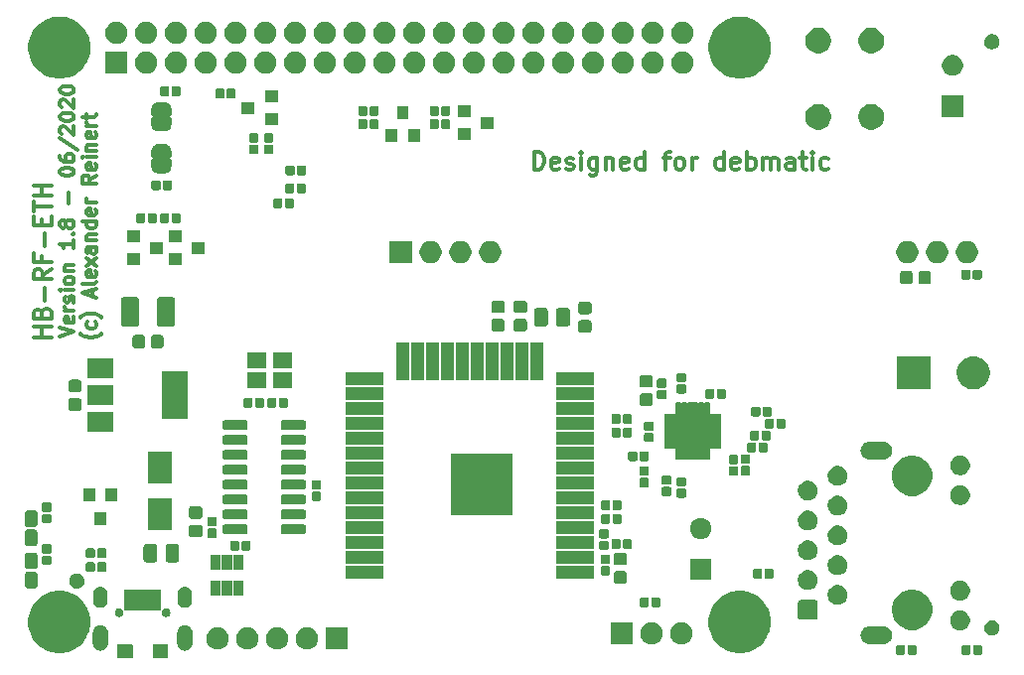
<source format=gbr>
G04 #@! TF.GenerationSoftware,KiCad,Pcbnew,(5.1.5)-3*
G04 #@! TF.CreationDate,2020-06-15T16:44:31+02:00*
G04 #@! TF.ProjectId,HB-RF-ETH,48422d52-462d-4455-9448-2e6b69636164,rev?*
G04 #@! TF.SameCoordinates,Original*
G04 #@! TF.FileFunction,Soldermask,Top*
G04 #@! TF.FilePolarity,Negative*
%FSLAX46Y46*%
G04 Gerber Fmt 4.6, Leading zero omitted, Abs format (unit mm)*
G04 Created by KiCad (PCBNEW (5.1.5)-3) date 2020-06-15 16:44:31*
%MOMM*%
%LPD*%
G04 APERTURE LIST*
%ADD10C,0.300000*%
%ADD11C,0.100000*%
G04 APERTURE END LIST*
D10*
X123999600Y-77894571D02*
X123999600Y-76394571D01*
X124356742Y-76394571D01*
X124571028Y-76466000D01*
X124713885Y-76608857D01*
X124785314Y-76751714D01*
X124856742Y-77037428D01*
X124856742Y-77251714D01*
X124785314Y-77537428D01*
X124713885Y-77680285D01*
X124571028Y-77823142D01*
X124356742Y-77894571D01*
X123999600Y-77894571D01*
X126071028Y-77823142D02*
X125928171Y-77894571D01*
X125642457Y-77894571D01*
X125499600Y-77823142D01*
X125428171Y-77680285D01*
X125428171Y-77108857D01*
X125499600Y-76966000D01*
X125642457Y-76894571D01*
X125928171Y-76894571D01*
X126071028Y-76966000D01*
X126142457Y-77108857D01*
X126142457Y-77251714D01*
X125428171Y-77394571D01*
X126713885Y-77823142D02*
X126856742Y-77894571D01*
X127142457Y-77894571D01*
X127285314Y-77823142D01*
X127356742Y-77680285D01*
X127356742Y-77608857D01*
X127285314Y-77466000D01*
X127142457Y-77394571D01*
X126928171Y-77394571D01*
X126785314Y-77323142D01*
X126713885Y-77180285D01*
X126713885Y-77108857D01*
X126785314Y-76966000D01*
X126928171Y-76894571D01*
X127142457Y-76894571D01*
X127285314Y-76966000D01*
X127999600Y-77894571D02*
X127999600Y-76894571D01*
X127999600Y-76394571D02*
X127928171Y-76466000D01*
X127999600Y-76537428D01*
X128071028Y-76466000D01*
X127999600Y-76394571D01*
X127999600Y-76537428D01*
X129356742Y-76894571D02*
X129356742Y-78108857D01*
X129285314Y-78251714D01*
X129213885Y-78323142D01*
X129071028Y-78394571D01*
X128856742Y-78394571D01*
X128713885Y-78323142D01*
X129356742Y-77823142D02*
X129213885Y-77894571D01*
X128928171Y-77894571D01*
X128785314Y-77823142D01*
X128713885Y-77751714D01*
X128642457Y-77608857D01*
X128642457Y-77180285D01*
X128713885Y-77037428D01*
X128785314Y-76966000D01*
X128928171Y-76894571D01*
X129213885Y-76894571D01*
X129356742Y-76966000D01*
X130071028Y-76894571D02*
X130071028Y-77894571D01*
X130071028Y-77037428D02*
X130142457Y-76966000D01*
X130285314Y-76894571D01*
X130499600Y-76894571D01*
X130642457Y-76966000D01*
X130713885Y-77108857D01*
X130713885Y-77894571D01*
X131999600Y-77823142D02*
X131856742Y-77894571D01*
X131571028Y-77894571D01*
X131428171Y-77823142D01*
X131356742Y-77680285D01*
X131356742Y-77108857D01*
X131428171Y-76966000D01*
X131571028Y-76894571D01*
X131856742Y-76894571D01*
X131999600Y-76966000D01*
X132071028Y-77108857D01*
X132071028Y-77251714D01*
X131356742Y-77394571D01*
X133356742Y-77894571D02*
X133356742Y-76394571D01*
X133356742Y-77823142D02*
X133213885Y-77894571D01*
X132928171Y-77894571D01*
X132785314Y-77823142D01*
X132713885Y-77751714D01*
X132642457Y-77608857D01*
X132642457Y-77180285D01*
X132713885Y-77037428D01*
X132785314Y-76966000D01*
X132928171Y-76894571D01*
X133213885Y-76894571D01*
X133356742Y-76966000D01*
X134999600Y-76894571D02*
X135571028Y-76894571D01*
X135213885Y-77894571D02*
X135213885Y-76608857D01*
X135285314Y-76466000D01*
X135428171Y-76394571D01*
X135571028Y-76394571D01*
X136285314Y-77894571D02*
X136142457Y-77823142D01*
X136071028Y-77751714D01*
X135999600Y-77608857D01*
X135999600Y-77180285D01*
X136071028Y-77037428D01*
X136142457Y-76966000D01*
X136285314Y-76894571D01*
X136499600Y-76894571D01*
X136642457Y-76966000D01*
X136713885Y-77037428D01*
X136785314Y-77180285D01*
X136785314Y-77608857D01*
X136713885Y-77751714D01*
X136642457Y-77823142D01*
X136499600Y-77894571D01*
X136285314Y-77894571D01*
X137428171Y-77894571D02*
X137428171Y-76894571D01*
X137428171Y-77180285D02*
X137499600Y-77037428D01*
X137571028Y-76966000D01*
X137713885Y-76894571D01*
X137856742Y-76894571D01*
X140142457Y-77894571D02*
X140142457Y-76394571D01*
X140142457Y-77823142D02*
X139999600Y-77894571D01*
X139713885Y-77894571D01*
X139571028Y-77823142D01*
X139499600Y-77751714D01*
X139428171Y-77608857D01*
X139428171Y-77180285D01*
X139499600Y-77037428D01*
X139571028Y-76966000D01*
X139713885Y-76894571D01*
X139999600Y-76894571D01*
X140142457Y-76966000D01*
X141428171Y-77823142D02*
X141285314Y-77894571D01*
X140999600Y-77894571D01*
X140856742Y-77823142D01*
X140785314Y-77680285D01*
X140785314Y-77108857D01*
X140856742Y-76966000D01*
X140999600Y-76894571D01*
X141285314Y-76894571D01*
X141428171Y-76966000D01*
X141499600Y-77108857D01*
X141499600Y-77251714D01*
X140785314Y-77394571D01*
X142142457Y-77894571D02*
X142142457Y-76394571D01*
X142142457Y-76966000D02*
X142285314Y-76894571D01*
X142571028Y-76894571D01*
X142713885Y-76966000D01*
X142785314Y-77037428D01*
X142856742Y-77180285D01*
X142856742Y-77608857D01*
X142785314Y-77751714D01*
X142713885Y-77823142D01*
X142571028Y-77894571D01*
X142285314Y-77894571D01*
X142142457Y-77823142D01*
X143499600Y-77894571D02*
X143499600Y-76894571D01*
X143499600Y-77037428D02*
X143571028Y-76966000D01*
X143713885Y-76894571D01*
X143928171Y-76894571D01*
X144071028Y-76966000D01*
X144142457Y-77108857D01*
X144142457Y-77894571D01*
X144142457Y-77108857D02*
X144213885Y-76966000D01*
X144356742Y-76894571D01*
X144571028Y-76894571D01*
X144713885Y-76966000D01*
X144785314Y-77108857D01*
X144785314Y-77894571D01*
X146142457Y-77894571D02*
X146142457Y-77108857D01*
X146071028Y-76966000D01*
X145928171Y-76894571D01*
X145642457Y-76894571D01*
X145499600Y-76966000D01*
X146142457Y-77823142D02*
X145999600Y-77894571D01*
X145642457Y-77894571D01*
X145499600Y-77823142D01*
X145428171Y-77680285D01*
X145428171Y-77537428D01*
X145499600Y-77394571D01*
X145642457Y-77323142D01*
X145999600Y-77323142D01*
X146142457Y-77251714D01*
X146642457Y-76894571D02*
X147213885Y-76894571D01*
X146856742Y-76394571D02*
X146856742Y-77680285D01*
X146928171Y-77823142D01*
X147071028Y-77894571D01*
X147213885Y-77894571D01*
X147713885Y-77894571D02*
X147713885Y-76894571D01*
X147713885Y-76394571D02*
X147642457Y-76466000D01*
X147713885Y-76537428D01*
X147785314Y-76466000D01*
X147713885Y-76394571D01*
X147713885Y-76537428D01*
X149071028Y-77823142D02*
X148928171Y-77894571D01*
X148642457Y-77894571D01*
X148499600Y-77823142D01*
X148428171Y-77751714D01*
X148356742Y-77608857D01*
X148356742Y-77180285D01*
X148428171Y-77037428D01*
X148499600Y-76966000D01*
X148642457Y-76894571D01*
X148928171Y-76894571D01*
X149071028Y-76966000D01*
X87106000Y-91886428D02*
X87048857Y-91943571D01*
X86877428Y-92057857D01*
X86763142Y-92115000D01*
X86591714Y-92172142D01*
X86306000Y-92229285D01*
X86077428Y-92229285D01*
X85791714Y-92172142D01*
X85620285Y-92115000D01*
X85506000Y-92057857D01*
X85334571Y-91943571D01*
X85277428Y-91886428D01*
X86591714Y-90915000D02*
X86648857Y-91029285D01*
X86648857Y-91257857D01*
X86591714Y-91372142D01*
X86534571Y-91429285D01*
X86420285Y-91486428D01*
X86077428Y-91486428D01*
X85963142Y-91429285D01*
X85906000Y-91372142D01*
X85848857Y-91257857D01*
X85848857Y-91029285D01*
X85906000Y-90915000D01*
X87106000Y-90515000D02*
X87048857Y-90457857D01*
X86877428Y-90343571D01*
X86763142Y-90286428D01*
X86591714Y-90229285D01*
X86306000Y-90172142D01*
X86077428Y-90172142D01*
X85791714Y-90229285D01*
X85620285Y-90286428D01*
X85506000Y-90343571D01*
X85334571Y-90457857D01*
X85277428Y-90515000D01*
X86306000Y-88743571D02*
X86306000Y-88172142D01*
X86648857Y-88857857D02*
X85448857Y-88457857D01*
X86648857Y-88057857D01*
X86648857Y-87486428D02*
X86591714Y-87600714D01*
X86477428Y-87657857D01*
X85448857Y-87657857D01*
X86591714Y-86572142D02*
X86648857Y-86686428D01*
X86648857Y-86915000D01*
X86591714Y-87029285D01*
X86477428Y-87086428D01*
X86020285Y-87086428D01*
X85906000Y-87029285D01*
X85848857Y-86915000D01*
X85848857Y-86686428D01*
X85906000Y-86572142D01*
X86020285Y-86515000D01*
X86134571Y-86515000D01*
X86248857Y-87086428D01*
X86648857Y-86115000D02*
X85848857Y-85486428D01*
X85848857Y-86115000D02*
X86648857Y-85486428D01*
X86648857Y-84515000D02*
X86020285Y-84515000D01*
X85906000Y-84572142D01*
X85848857Y-84686428D01*
X85848857Y-84915000D01*
X85906000Y-85029285D01*
X86591714Y-84515000D02*
X86648857Y-84629285D01*
X86648857Y-84915000D01*
X86591714Y-85029285D01*
X86477428Y-85086428D01*
X86363142Y-85086428D01*
X86248857Y-85029285D01*
X86191714Y-84915000D01*
X86191714Y-84629285D01*
X86134571Y-84515000D01*
X85848857Y-83943571D02*
X86648857Y-83943571D01*
X85963142Y-83943571D02*
X85906000Y-83886428D01*
X85848857Y-83772142D01*
X85848857Y-83600714D01*
X85906000Y-83486428D01*
X86020285Y-83429285D01*
X86648857Y-83429285D01*
X86648857Y-82343571D02*
X85448857Y-82343571D01*
X86591714Y-82343571D02*
X86648857Y-82457857D01*
X86648857Y-82686428D01*
X86591714Y-82800714D01*
X86534571Y-82857857D01*
X86420285Y-82915000D01*
X86077428Y-82915000D01*
X85963142Y-82857857D01*
X85906000Y-82800714D01*
X85848857Y-82686428D01*
X85848857Y-82457857D01*
X85906000Y-82343571D01*
X86591714Y-81315000D02*
X86648857Y-81429285D01*
X86648857Y-81657857D01*
X86591714Y-81772142D01*
X86477428Y-81829285D01*
X86020285Y-81829285D01*
X85906000Y-81772142D01*
X85848857Y-81657857D01*
X85848857Y-81429285D01*
X85906000Y-81315000D01*
X86020285Y-81257857D01*
X86134571Y-81257857D01*
X86248857Y-81829285D01*
X86648857Y-80743571D02*
X85848857Y-80743571D01*
X86077428Y-80743571D02*
X85963142Y-80686428D01*
X85906000Y-80629285D01*
X85848857Y-80515000D01*
X85848857Y-80400714D01*
X86648857Y-78400714D02*
X86077428Y-78800714D01*
X86648857Y-79086428D02*
X85448857Y-79086428D01*
X85448857Y-78629285D01*
X85506000Y-78515000D01*
X85563142Y-78457857D01*
X85677428Y-78400714D01*
X85848857Y-78400714D01*
X85963142Y-78457857D01*
X86020285Y-78515000D01*
X86077428Y-78629285D01*
X86077428Y-79086428D01*
X86591714Y-77429285D02*
X86648857Y-77543571D01*
X86648857Y-77772142D01*
X86591714Y-77886428D01*
X86477428Y-77943571D01*
X86020285Y-77943571D01*
X85906000Y-77886428D01*
X85848857Y-77772142D01*
X85848857Y-77543571D01*
X85906000Y-77429285D01*
X86020285Y-77372142D01*
X86134571Y-77372142D01*
X86248857Y-77943571D01*
X86648857Y-76857857D02*
X85848857Y-76857857D01*
X85448857Y-76857857D02*
X85506000Y-76915000D01*
X85563142Y-76857857D01*
X85506000Y-76800714D01*
X85448857Y-76857857D01*
X85563142Y-76857857D01*
X85848857Y-76286428D02*
X86648857Y-76286428D01*
X85963142Y-76286428D02*
X85906000Y-76229285D01*
X85848857Y-76115000D01*
X85848857Y-75943571D01*
X85906000Y-75829285D01*
X86020285Y-75772142D01*
X86648857Y-75772142D01*
X86591714Y-74743571D02*
X86648857Y-74857857D01*
X86648857Y-75086428D01*
X86591714Y-75200714D01*
X86477428Y-75257857D01*
X86020285Y-75257857D01*
X85906000Y-75200714D01*
X85848857Y-75086428D01*
X85848857Y-74857857D01*
X85906000Y-74743571D01*
X86020285Y-74686428D01*
X86134571Y-74686428D01*
X86248857Y-75257857D01*
X86648857Y-74172142D02*
X85848857Y-74172142D01*
X86077428Y-74172142D02*
X85963142Y-74115000D01*
X85906000Y-74057857D01*
X85848857Y-73943571D01*
X85848857Y-73829285D01*
X85848857Y-73600714D02*
X85848857Y-73143571D01*
X85448857Y-73429285D02*
X86477428Y-73429285D01*
X86591714Y-73372142D01*
X86648857Y-73257857D01*
X86648857Y-73143571D01*
X83543857Y-92146714D02*
X84743857Y-91746714D01*
X83543857Y-91346714D01*
X84686714Y-90489571D02*
X84743857Y-90603857D01*
X84743857Y-90832428D01*
X84686714Y-90946714D01*
X84572428Y-91003857D01*
X84115285Y-91003857D01*
X84001000Y-90946714D01*
X83943857Y-90832428D01*
X83943857Y-90603857D01*
X84001000Y-90489571D01*
X84115285Y-90432428D01*
X84229571Y-90432428D01*
X84343857Y-91003857D01*
X84743857Y-89918142D02*
X83943857Y-89918142D01*
X84172428Y-89918142D02*
X84058142Y-89861000D01*
X84001000Y-89803857D01*
X83943857Y-89689571D01*
X83943857Y-89575285D01*
X84686714Y-89232428D02*
X84743857Y-89118142D01*
X84743857Y-88889571D01*
X84686714Y-88775285D01*
X84572428Y-88718142D01*
X84515285Y-88718142D01*
X84401000Y-88775285D01*
X84343857Y-88889571D01*
X84343857Y-89061000D01*
X84286714Y-89175285D01*
X84172428Y-89232428D01*
X84115285Y-89232428D01*
X84001000Y-89175285D01*
X83943857Y-89061000D01*
X83943857Y-88889571D01*
X84001000Y-88775285D01*
X84743857Y-88203857D02*
X83943857Y-88203857D01*
X83543857Y-88203857D02*
X83601000Y-88261000D01*
X83658142Y-88203857D01*
X83601000Y-88146714D01*
X83543857Y-88203857D01*
X83658142Y-88203857D01*
X84743857Y-87461000D02*
X84686714Y-87575285D01*
X84629571Y-87632428D01*
X84515285Y-87689571D01*
X84172428Y-87689571D01*
X84058142Y-87632428D01*
X84001000Y-87575285D01*
X83943857Y-87461000D01*
X83943857Y-87289571D01*
X84001000Y-87175285D01*
X84058142Y-87118142D01*
X84172428Y-87061000D01*
X84515285Y-87061000D01*
X84629571Y-87118142D01*
X84686714Y-87175285D01*
X84743857Y-87289571D01*
X84743857Y-87461000D01*
X83943857Y-86546714D02*
X84743857Y-86546714D01*
X84058142Y-86546714D02*
X84001000Y-86489571D01*
X83943857Y-86375285D01*
X83943857Y-86203857D01*
X84001000Y-86089571D01*
X84115285Y-86032428D01*
X84743857Y-86032428D01*
X84743857Y-83918142D02*
X84743857Y-84603857D01*
X84743857Y-84261000D02*
X83543857Y-84261000D01*
X83715285Y-84375285D01*
X83829571Y-84489571D01*
X83886714Y-84603857D01*
X84629571Y-83403857D02*
X84686714Y-83346714D01*
X84743857Y-83403857D01*
X84686714Y-83461000D01*
X84629571Y-83403857D01*
X84743857Y-83403857D01*
X84058142Y-82661000D02*
X84001000Y-82775285D01*
X83943857Y-82832428D01*
X83829571Y-82889571D01*
X83772428Y-82889571D01*
X83658142Y-82832428D01*
X83601000Y-82775285D01*
X83543857Y-82661000D01*
X83543857Y-82432428D01*
X83601000Y-82318142D01*
X83658142Y-82261000D01*
X83772428Y-82203857D01*
X83829571Y-82203857D01*
X83943857Y-82261000D01*
X84001000Y-82318142D01*
X84058142Y-82432428D01*
X84058142Y-82661000D01*
X84115285Y-82775285D01*
X84172428Y-82832428D01*
X84286714Y-82889571D01*
X84515285Y-82889571D01*
X84629571Y-82832428D01*
X84686714Y-82775285D01*
X84743857Y-82661000D01*
X84743857Y-82432428D01*
X84686714Y-82318142D01*
X84629571Y-82261000D01*
X84515285Y-82203857D01*
X84286714Y-82203857D01*
X84172428Y-82261000D01*
X84115285Y-82318142D01*
X84058142Y-82432428D01*
X84286714Y-80775285D02*
X84286714Y-79861000D01*
X83543857Y-78146714D02*
X83543857Y-78032428D01*
X83601000Y-77918142D01*
X83658142Y-77861000D01*
X83772428Y-77803857D01*
X84001000Y-77746714D01*
X84286714Y-77746714D01*
X84515285Y-77803857D01*
X84629571Y-77861000D01*
X84686714Y-77918142D01*
X84743857Y-78032428D01*
X84743857Y-78146714D01*
X84686714Y-78261000D01*
X84629571Y-78318142D01*
X84515285Y-78375285D01*
X84286714Y-78432428D01*
X84001000Y-78432428D01*
X83772428Y-78375285D01*
X83658142Y-78318142D01*
X83601000Y-78261000D01*
X83543857Y-78146714D01*
X83543857Y-76718142D02*
X83543857Y-76946714D01*
X83601000Y-77061000D01*
X83658142Y-77118142D01*
X83829571Y-77232428D01*
X84058142Y-77289571D01*
X84515285Y-77289571D01*
X84629571Y-77232428D01*
X84686714Y-77175285D01*
X84743857Y-77061000D01*
X84743857Y-76832428D01*
X84686714Y-76718142D01*
X84629571Y-76661000D01*
X84515285Y-76603857D01*
X84229571Y-76603857D01*
X84115285Y-76661000D01*
X84058142Y-76718142D01*
X84001000Y-76832428D01*
X84001000Y-77061000D01*
X84058142Y-77175285D01*
X84115285Y-77232428D01*
X84229571Y-77289571D01*
X83486714Y-75232428D02*
X85029571Y-76261000D01*
X83658142Y-74889571D02*
X83601000Y-74832428D01*
X83543857Y-74718142D01*
X83543857Y-74432428D01*
X83601000Y-74318142D01*
X83658142Y-74261000D01*
X83772428Y-74203857D01*
X83886714Y-74203857D01*
X84058142Y-74261000D01*
X84743857Y-74946714D01*
X84743857Y-74203857D01*
X83543857Y-73461000D02*
X83543857Y-73346714D01*
X83601000Y-73232428D01*
X83658142Y-73175285D01*
X83772428Y-73118142D01*
X84001000Y-73061000D01*
X84286714Y-73061000D01*
X84515285Y-73118142D01*
X84629571Y-73175285D01*
X84686714Y-73232428D01*
X84743857Y-73346714D01*
X84743857Y-73461000D01*
X84686714Y-73575285D01*
X84629571Y-73632428D01*
X84515285Y-73689571D01*
X84286714Y-73746714D01*
X84001000Y-73746714D01*
X83772428Y-73689571D01*
X83658142Y-73632428D01*
X83601000Y-73575285D01*
X83543857Y-73461000D01*
X83658142Y-72603857D02*
X83601000Y-72546714D01*
X83543857Y-72432428D01*
X83543857Y-72146714D01*
X83601000Y-72032428D01*
X83658142Y-71975285D01*
X83772428Y-71918142D01*
X83886714Y-71918142D01*
X84058142Y-71975285D01*
X84743857Y-72661000D01*
X84743857Y-71918142D01*
X83543857Y-71175285D02*
X83543857Y-71061000D01*
X83601000Y-70946714D01*
X83658142Y-70889571D01*
X83772428Y-70832428D01*
X84001000Y-70775285D01*
X84286714Y-70775285D01*
X84515285Y-70832428D01*
X84629571Y-70889571D01*
X84686714Y-70946714D01*
X84743857Y-71061000D01*
X84743857Y-71175285D01*
X84686714Y-71289571D01*
X84629571Y-71346714D01*
X84515285Y-71403857D01*
X84286714Y-71461000D01*
X84001000Y-71461000D01*
X83772428Y-71403857D01*
X83658142Y-71346714D01*
X83601000Y-71289571D01*
X83543857Y-71175285D01*
X82806571Y-92199857D02*
X81306571Y-92199857D01*
X82020857Y-92199857D02*
X82020857Y-91342714D01*
X82806571Y-91342714D02*
X81306571Y-91342714D01*
X82020857Y-90128428D02*
X82092285Y-89914142D01*
X82163714Y-89842714D01*
X82306571Y-89771285D01*
X82520857Y-89771285D01*
X82663714Y-89842714D01*
X82735142Y-89914142D01*
X82806571Y-90057000D01*
X82806571Y-90628428D01*
X81306571Y-90628428D01*
X81306571Y-90128428D01*
X81378000Y-89985571D01*
X81449428Y-89914142D01*
X81592285Y-89842714D01*
X81735142Y-89842714D01*
X81878000Y-89914142D01*
X81949428Y-89985571D01*
X82020857Y-90128428D01*
X82020857Y-90628428D01*
X82235142Y-89128428D02*
X82235142Y-87985571D01*
X82806571Y-86414142D02*
X82092285Y-86914142D01*
X82806571Y-87271285D02*
X81306571Y-87271285D01*
X81306571Y-86699857D01*
X81378000Y-86557000D01*
X81449428Y-86485571D01*
X81592285Y-86414142D01*
X81806571Y-86414142D01*
X81949428Y-86485571D01*
X82020857Y-86557000D01*
X82092285Y-86699857D01*
X82092285Y-87271285D01*
X82020857Y-85271285D02*
X82020857Y-85771285D01*
X82806571Y-85771285D02*
X81306571Y-85771285D01*
X81306571Y-85057000D01*
X82235142Y-84485571D02*
X82235142Y-83342714D01*
X82020857Y-82628428D02*
X82020857Y-82128428D01*
X82806571Y-81914142D02*
X82806571Y-82628428D01*
X81306571Y-82628428D01*
X81306571Y-81914142D01*
X81306571Y-81485571D02*
X81306571Y-80628428D01*
X82806571Y-81057000D02*
X81306571Y-81057000D01*
X82806571Y-80128428D02*
X81306571Y-80128428D01*
X82020857Y-80128428D02*
X82020857Y-79271285D01*
X82806571Y-79271285D02*
X81306571Y-79271285D01*
D11*
G36*
X92685558Y-118401774D02*
G01*
X92700522Y-118406314D01*
X92714312Y-118413684D01*
X92726397Y-118423603D01*
X92736316Y-118435688D01*
X92743686Y-118449478D01*
X92748226Y-118464442D01*
X92750000Y-118482454D01*
X92750000Y-119517546D01*
X92748226Y-119535558D01*
X92743686Y-119550522D01*
X92736316Y-119564312D01*
X92726397Y-119576397D01*
X92714312Y-119586316D01*
X92700522Y-119593686D01*
X92685558Y-119598226D01*
X92667546Y-119600000D01*
X91532454Y-119600000D01*
X91514442Y-119598226D01*
X91499478Y-119593686D01*
X91485688Y-119586316D01*
X91473603Y-119576397D01*
X91463684Y-119564312D01*
X91456314Y-119550522D01*
X91451774Y-119535558D01*
X91450000Y-119517546D01*
X91450000Y-118482454D01*
X91451774Y-118464442D01*
X91456314Y-118449478D01*
X91463684Y-118435688D01*
X91473603Y-118423603D01*
X91485688Y-118413684D01*
X91499478Y-118406314D01*
X91514442Y-118401774D01*
X91532454Y-118400000D01*
X92667546Y-118400000D01*
X92685558Y-118401774D01*
G37*
G36*
X89685558Y-118401774D02*
G01*
X89700522Y-118406314D01*
X89714312Y-118413684D01*
X89726397Y-118423603D01*
X89736316Y-118435688D01*
X89743686Y-118449478D01*
X89748226Y-118464442D01*
X89750000Y-118482454D01*
X89750000Y-119517546D01*
X89748226Y-119535558D01*
X89743686Y-119550522D01*
X89736316Y-119564312D01*
X89726397Y-119576397D01*
X89714312Y-119586316D01*
X89700522Y-119593686D01*
X89685558Y-119598226D01*
X89667546Y-119600000D01*
X88532454Y-119600000D01*
X88514442Y-119598226D01*
X88499478Y-119593686D01*
X88485688Y-119586316D01*
X88473603Y-119576397D01*
X88463684Y-119564312D01*
X88456314Y-119550522D01*
X88451774Y-119535558D01*
X88450000Y-119517546D01*
X88450000Y-118482454D01*
X88451774Y-118464442D01*
X88456314Y-118449478D01*
X88463684Y-118435688D01*
X88473603Y-118423603D01*
X88485688Y-118413684D01*
X88499478Y-118406314D01*
X88514442Y-118401774D01*
X88532454Y-118400000D01*
X89667546Y-118400000D01*
X89685558Y-118401774D01*
G37*
G36*
X162031105Y-118455551D02*
G01*
X162063422Y-118465355D01*
X162093203Y-118481273D01*
X162119306Y-118502694D01*
X162140727Y-118528797D01*
X162156645Y-118558578D01*
X162166449Y-118590895D01*
X162170000Y-118626954D01*
X162170000Y-119117046D01*
X162166449Y-119153105D01*
X162156645Y-119185422D01*
X162140727Y-119215203D01*
X162119306Y-119241306D01*
X162093203Y-119262727D01*
X162063422Y-119278645D01*
X162031105Y-119288449D01*
X161995046Y-119292000D01*
X161554954Y-119292000D01*
X161518895Y-119288449D01*
X161486578Y-119278645D01*
X161456797Y-119262727D01*
X161430694Y-119241306D01*
X161409273Y-119215203D01*
X161393355Y-119185422D01*
X161383551Y-119153105D01*
X161380000Y-119117046D01*
X161380000Y-118626954D01*
X161383551Y-118590895D01*
X161393355Y-118558578D01*
X161409273Y-118528797D01*
X161430694Y-118502694D01*
X161456797Y-118481273D01*
X161486578Y-118465355D01*
X161518895Y-118455551D01*
X161554954Y-118452000D01*
X161995046Y-118452000D01*
X162031105Y-118455551D01*
G37*
G36*
X155473105Y-118455551D02*
G01*
X155505422Y-118465355D01*
X155535203Y-118481273D01*
X155561306Y-118502694D01*
X155582727Y-118528797D01*
X155598645Y-118558578D01*
X155608449Y-118590895D01*
X155612000Y-118626954D01*
X155612000Y-119117046D01*
X155608449Y-119153105D01*
X155598645Y-119185422D01*
X155582727Y-119215203D01*
X155561306Y-119241306D01*
X155535203Y-119262727D01*
X155505422Y-119278645D01*
X155473105Y-119288449D01*
X155437046Y-119292000D01*
X154996954Y-119292000D01*
X154960895Y-119288449D01*
X154928578Y-119278645D01*
X154898797Y-119262727D01*
X154872694Y-119241306D01*
X154851273Y-119215203D01*
X154835355Y-119185422D01*
X154825551Y-119153105D01*
X154822000Y-119117046D01*
X154822000Y-118626954D01*
X154825551Y-118590895D01*
X154835355Y-118558578D01*
X154851273Y-118528797D01*
X154872694Y-118502694D01*
X154898797Y-118481273D01*
X154928578Y-118465355D01*
X154960895Y-118455551D01*
X154996954Y-118452000D01*
X155437046Y-118452000D01*
X155473105Y-118455551D01*
G37*
G36*
X156443105Y-118455551D02*
G01*
X156475422Y-118465355D01*
X156505203Y-118481273D01*
X156531306Y-118502694D01*
X156552727Y-118528797D01*
X156568645Y-118558578D01*
X156578449Y-118590895D01*
X156582000Y-118626954D01*
X156582000Y-119117046D01*
X156578449Y-119153105D01*
X156568645Y-119185422D01*
X156552727Y-119215203D01*
X156531306Y-119241306D01*
X156505203Y-119262727D01*
X156475422Y-119278645D01*
X156443105Y-119288449D01*
X156407046Y-119292000D01*
X155966954Y-119292000D01*
X155930895Y-119288449D01*
X155898578Y-119278645D01*
X155868797Y-119262727D01*
X155842694Y-119241306D01*
X155821273Y-119215203D01*
X155805355Y-119185422D01*
X155795551Y-119153105D01*
X155792000Y-119117046D01*
X155792000Y-118626954D01*
X155795551Y-118590895D01*
X155805355Y-118558578D01*
X155821273Y-118528797D01*
X155842694Y-118502694D01*
X155868797Y-118481273D01*
X155898578Y-118465355D01*
X155930895Y-118455551D01*
X155966954Y-118452000D01*
X156407046Y-118452000D01*
X156443105Y-118455551D01*
G37*
G36*
X161061105Y-118455551D02*
G01*
X161093422Y-118465355D01*
X161123203Y-118481273D01*
X161149306Y-118502694D01*
X161170727Y-118528797D01*
X161186645Y-118558578D01*
X161196449Y-118590895D01*
X161200000Y-118626954D01*
X161200000Y-119117046D01*
X161196449Y-119153105D01*
X161186645Y-119185422D01*
X161170727Y-119215203D01*
X161149306Y-119241306D01*
X161123203Y-119262727D01*
X161093422Y-119278645D01*
X161061105Y-119288449D01*
X161025046Y-119292000D01*
X160584954Y-119292000D01*
X160548895Y-119288449D01*
X160516578Y-119278645D01*
X160486797Y-119262727D01*
X160460694Y-119241306D01*
X160439273Y-119215203D01*
X160423355Y-119185422D01*
X160413551Y-119153105D01*
X160410000Y-119117046D01*
X160410000Y-118626954D01*
X160413551Y-118590895D01*
X160423355Y-118558578D01*
X160439273Y-118528797D01*
X160460694Y-118502694D01*
X160486797Y-118481273D01*
X160516578Y-118465355D01*
X160548895Y-118455551D01*
X160584954Y-118452000D01*
X161025046Y-118452000D01*
X161061105Y-118455551D01*
G37*
G36*
X142102318Y-113917892D02*
G01*
X142272976Y-113951838D01*
X142395236Y-114002480D01*
X142657908Y-114111282D01*
X142755246Y-114151601D01*
X142945490Y-114278718D01*
X143189275Y-114441610D01*
X143558390Y-114810725D01*
X143659359Y-114961836D01*
X143834832Y-115224449D01*
X143848400Y-115244756D01*
X143869254Y-115295102D01*
X144021670Y-115663066D01*
X144048162Y-115727025D01*
X144150000Y-116238996D01*
X144150000Y-116761004D01*
X144082108Y-117102318D01*
X144048162Y-117272976D01*
X143848399Y-117755246D01*
X143837187Y-117772026D01*
X143558390Y-118189275D01*
X143189275Y-118558390D01*
X143060083Y-118644713D01*
X142755246Y-118848399D01*
X142755245Y-118848400D01*
X142755244Y-118848400D01*
X142621535Y-118903784D01*
X142272976Y-119048162D01*
X142102318Y-119082108D01*
X141761004Y-119150000D01*
X141238996Y-119150000D01*
X140897682Y-119082108D01*
X140727024Y-119048162D01*
X140378465Y-118903784D01*
X140244756Y-118848400D01*
X140244755Y-118848400D01*
X140244754Y-118848399D01*
X139939917Y-118644713D01*
X139810725Y-118558390D01*
X139441610Y-118189275D01*
X139162813Y-117772026D01*
X139151601Y-117755246D01*
X138951838Y-117272976D01*
X138917892Y-117102318D01*
X138850000Y-116761004D01*
X138850000Y-116238996D01*
X138951838Y-115727025D01*
X138978331Y-115663066D01*
X139130746Y-115295102D01*
X139151600Y-115244756D01*
X139165169Y-115224449D01*
X139340641Y-114961836D01*
X139441610Y-114810725D01*
X139810725Y-114441610D01*
X140054510Y-114278718D01*
X140244754Y-114151601D01*
X140342093Y-114111282D01*
X140604764Y-114002480D01*
X140727024Y-113951838D01*
X140897682Y-113917892D01*
X141238996Y-113850000D01*
X141761004Y-113850000D01*
X142102318Y-113917892D01*
G37*
G36*
X84102318Y-113917892D02*
G01*
X84272976Y-113951838D01*
X84395236Y-114002480D01*
X84657908Y-114111282D01*
X84755246Y-114151601D01*
X84945490Y-114278718D01*
X85189275Y-114441610D01*
X85558390Y-114810725D01*
X85659359Y-114961836D01*
X85834832Y-115224449D01*
X85848400Y-115244756D01*
X85869254Y-115295102D01*
X86021670Y-115663066D01*
X86048162Y-115727025D01*
X86150000Y-116238996D01*
X86150000Y-116761004D01*
X86082108Y-117102318D01*
X86048162Y-117272976D01*
X85848399Y-117755246D01*
X85837187Y-117772026D01*
X85558390Y-118189275D01*
X85189275Y-118558390D01*
X85060083Y-118644713D01*
X84755246Y-118848399D01*
X84755245Y-118848400D01*
X84755244Y-118848400D01*
X84621535Y-118903784D01*
X84272976Y-119048162D01*
X84102318Y-119082108D01*
X83761004Y-119150000D01*
X83238996Y-119150000D01*
X82897682Y-119082108D01*
X82727024Y-119048162D01*
X82378465Y-118903784D01*
X82244756Y-118848400D01*
X82244755Y-118848400D01*
X82244754Y-118848399D01*
X81939917Y-118644713D01*
X81810725Y-118558390D01*
X81441610Y-118189275D01*
X81162813Y-117772026D01*
X81151601Y-117755246D01*
X80951838Y-117272976D01*
X80917892Y-117102318D01*
X80850000Y-116761004D01*
X80850000Y-116238996D01*
X80951838Y-115727025D01*
X80978331Y-115663066D01*
X81130746Y-115295102D01*
X81151600Y-115244756D01*
X81165169Y-115224449D01*
X81340641Y-114961836D01*
X81441610Y-114810725D01*
X81810725Y-114441610D01*
X82054510Y-114278718D01*
X82244754Y-114151601D01*
X82342093Y-114111282D01*
X82604764Y-114002480D01*
X82727024Y-113951838D01*
X82897682Y-113917892D01*
X83238996Y-113850000D01*
X83761004Y-113850000D01*
X84102318Y-113917892D01*
G37*
G36*
X87126441Y-116759333D02*
G01*
X87248024Y-116796215D01*
X87264263Y-116804895D01*
X87360074Y-116856106D01*
X87396319Y-116885852D01*
X87458290Y-116936710D01*
X87474777Y-116956800D01*
X87538894Y-117034925D01*
X87584347Y-117119963D01*
X87598785Y-117146975D01*
X87635667Y-117268558D01*
X87645000Y-117363321D01*
X87645000Y-118336679D01*
X87635667Y-118431442D01*
X87598785Y-118553025D01*
X87587616Y-118573920D01*
X87538894Y-118665075D01*
X87458290Y-118763290D01*
X87360075Y-118843894D01*
X87275037Y-118889347D01*
X87248025Y-118903785D01*
X87126442Y-118940667D01*
X87000000Y-118953120D01*
X86873559Y-118940667D01*
X86751976Y-118903785D01*
X86724964Y-118889347D01*
X86639926Y-118843894D01*
X86541711Y-118763290D01*
X86461107Y-118665075D01*
X86412385Y-118573920D01*
X86401216Y-118553025D01*
X86364334Y-118431442D01*
X86355000Y-118336679D01*
X86355000Y-117363322D01*
X86364333Y-117268559D01*
X86401215Y-117146976D01*
X86430544Y-117092105D01*
X86461106Y-117034926D01*
X86525223Y-116956800D01*
X86541710Y-116936710D01*
X86586777Y-116899725D01*
X86639925Y-116856106D01*
X86735736Y-116804895D01*
X86751975Y-116796215D01*
X86873558Y-116759333D01*
X87000000Y-116746880D01*
X87126441Y-116759333D01*
G37*
G36*
X94326441Y-116759333D02*
G01*
X94448024Y-116796215D01*
X94464263Y-116804895D01*
X94560074Y-116856106D01*
X94596319Y-116885852D01*
X94658290Y-116936710D01*
X94674777Y-116956800D01*
X94738894Y-117034925D01*
X94784347Y-117119963D01*
X94798785Y-117146975D01*
X94835667Y-117268558D01*
X94845000Y-117363321D01*
X94845000Y-118336679D01*
X94835667Y-118431442D01*
X94798785Y-118553025D01*
X94787616Y-118573920D01*
X94738894Y-118665075D01*
X94658290Y-118763290D01*
X94560075Y-118843894D01*
X94475037Y-118889347D01*
X94448025Y-118903785D01*
X94326442Y-118940667D01*
X94200000Y-118953120D01*
X94073559Y-118940667D01*
X93951976Y-118903785D01*
X93924964Y-118889347D01*
X93839926Y-118843894D01*
X93741711Y-118763290D01*
X93661107Y-118665075D01*
X93612385Y-118573920D01*
X93601216Y-118553025D01*
X93564334Y-118431442D01*
X93555000Y-118336679D01*
X93555000Y-117363322D01*
X93564333Y-117268559D01*
X93601215Y-117146976D01*
X93630544Y-117092105D01*
X93661106Y-117034926D01*
X93725223Y-116956800D01*
X93741710Y-116936710D01*
X93786777Y-116899725D01*
X93839925Y-116856106D01*
X93935736Y-116804895D01*
X93951975Y-116796215D01*
X94073558Y-116759333D01*
X94200000Y-116746880D01*
X94326441Y-116759333D01*
G37*
G36*
X102334303Y-116993307D02*
G01*
X102507192Y-117064920D01*
X102507194Y-117064921D01*
X102662790Y-117168887D01*
X102795113Y-117301210D01*
X102848716Y-117381433D01*
X102899080Y-117456808D01*
X102970693Y-117629697D01*
X103007200Y-117813232D01*
X103007200Y-118000368D01*
X102970693Y-118183903D01*
X102899080Y-118356792D01*
X102899079Y-118356794D01*
X102795113Y-118512390D01*
X102662790Y-118644713D01*
X102507194Y-118748679D01*
X102507193Y-118748680D01*
X102507192Y-118748680D01*
X102334303Y-118820293D01*
X102150768Y-118856800D01*
X101963632Y-118856800D01*
X101780097Y-118820293D01*
X101607208Y-118748680D01*
X101607207Y-118748680D01*
X101607206Y-118748679D01*
X101451610Y-118644713D01*
X101319287Y-118512390D01*
X101215321Y-118356794D01*
X101215320Y-118356792D01*
X101143707Y-118183903D01*
X101107200Y-118000368D01*
X101107200Y-117813232D01*
X101143707Y-117629697D01*
X101215320Y-117456808D01*
X101265684Y-117381433D01*
X101319287Y-117301210D01*
X101451610Y-117168887D01*
X101607206Y-117064921D01*
X101607208Y-117064920D01*
X101780097Y-116993307D01*
X101963632Y-116956800D01*
X102150768Y-116956800D01*
X102334303Y-116993307D01*
G37*
G36*
X97254303Y-116993307D02*
G01*
X97427192Y-117064920D01*
X97427194Y-117064921D01*
X97582790Y-117168887D01*
X97715113Y-117301210D01*
X97768716Y-117381433D01*
X97819080Y-117456808D01*
X97890693Y-117629697D01*
X97927200Y-117813232D01*
X97927200Y-118000368D01*
X97890693Y-118183903D01*
X97819080Y-118356792D01*
X97819079Y-118356794D01*
X97715113Y-118512390D01*
X97582790Y-118644713D01*
X97427194Y-118748679D01*
X97427193Y-118748680D01*
X97427192Y-118748680D01*
X97254303Y-118820293D01*
X97070768Y-118856800D01*
X96883632Y-118856800D01*
X96700097Y-118820293D01*
X96527208Y-118748680D01*
X96527207Y-118748680D01*
X96527206Y-118748679D01*
X96371610Y-118644713D01*
X96239287Y-118512390D01*
X96135321Y-118356794D01*
X96135320Y-118356792D01*
X96063707Y-118183903D01*
X96027200Y-118000368D01*
X96027200Y-117813232D01*
X96063707Y-117629697D01*
X96135320Y-117456808D01*
X96185684Y-117381433D01*
X96239287Y-117301210D01*
X96371610Y-117168887D01*
X96527206Y-117064921D01*
X96527208Y-117064920D01*
X96700097Y-116993307D01*
X96883632Y-116956800D01*
X97070768Y-116956800D01*
X97254303Y-116993307D01*
G37*
G36*
X99794303Y-116993307D02*
G01*
X99967192Y-117064920D01*
X99967194Y-117064921D01*
X100122790Y-117168887D01*
X100255113Y-117301210D01*
X100308716Y-117381433D01*
X100359080Y-117456808D01*
X100430693Y-117629697D01*
X100467200Y-117813232D01*
X100467200Y-118000368D01*
X100430693Y-118183903D01*
X100359080Y-118356792D01*
X100359079Y-118356794D01*
X100255113Y-118512390D01*
X100122790Y-118644713D01*
X99967194Y-118748679D01*
X99967193Y-118748680D01*
X99967192Y-118748680D01*
X99794303Y-118820293D01*
X99610768Y-118856800D01*
X99423632Y-118856800D01*
X99240097Y-118820293D01*
X99067208Y-118748680D01*
X99067207Y-118748680D01*
X99067206Y-118748679D01*
X98911610Y-118644713D01*
X98779287Y-118512390D01*
X98675321Y-118356794D01*
X98675320Y-118356792D01*
X98603707Y-118183903D01*
X98567200Y-118000368D01*
X98567200Y-117813232D01*
X98603707Y-117629697D01*
X98675320Y-117456808D01*
X98725684Y-117381433D01*
X98779287Y-117301210D01*
X98911610Y-117168887D01*
X99067206Y-117064921D01*
X99067208Y-117064920D01*
X99240097Y-116993307D01*
X99423632Y-116956800D01*
X99610768Y-116956800D01*
X99794303Y-116993307D01*
G37*
G36*
X104874303Y-116993307D02*
G01*
X105047192Y-117064920D01*
X105047194Y-117064921D01*
X105202790Y-117168887D01*
X105335113Y-117301210D01*
X105388716Y-117381433D01*
X105439080Y-117456808D01*
X105510693Y-117629697D01*
X105547200Y-117813232D01*
X105547200Y-118000368D01*
X105510693Y-118183903D01*
X105439080Y-118356792D01*
X105439079Y-118356794D01*
X105335113Y-118512390D01*
X105202790Y-118644713D01*
X105047194Y-118748679D01*
X105047193Y-118748680D01*
X105047192Y-118748680D01*
X104874303Y-118820293D01*
X104690768Y-118856800D01*
X104503632Y-118856800D01*
X104320097Y-118820293D01*
X104147208Y-118748680D01*
X104147207Y-118748680D01*
X104147206Y-118748679D01*
X103991610Y-118644713D01*
X103859287Y-118512390D01*
X103755321Y-118356794D01*
X103755320Y-118356792D01*
X103683707Y-118183903D01*
X103647200Y-118000368D01*
X103647200Y-117813232D01*
X103683707Y-117629697D01*
X103755320Y-117456808D01*
X103805684Y-117381433D01*
X103859287Y-117301210D01*
X103991610Y-117168887D01*
X104147206Y-117064921D01*
X104147208Y-117064920D01*
X104320097Y-116993307D01*
X104503632Y-116956800D01*
X104690768Y-116956800D01*
X104874303Y-116993307D01*
G37*
G36*
X108087200Y-118856800D02*
G01*
X106187200Y-118856800D01*
X106187200Y-116956800D01*
X108087200Y-116956800D01*
X108087200Y-118856800D01*
G37*
G36*
X132395000Y-118425000D02*
G01*
X130495000Y-118425000D01*
X130495000Y-116525000D01*
X132395000Y-116525000D01*
X132395000Y-118425000D01*
G37*
G36*
X134262103Y-116561507D02*
G01*
X134434992Y-116633120D01*
X134434994Y-116633121D01*
X134590590Y-116737087D01*
X134722913Y-116869410D01*
X134826879Y-117025006D01*
X134826880Y-117025008D01*
X134898493Y-117197897D01*
X134935000Y-117381432D01*
X134935000Y-117568568D01*
X134898493Y-117752103D01*
X134873172Y-117813233D01*
X134826879Y-117924994D01*
X134722913Y-118080590D01*
X134590590Y-118212913D01*
X134434994Y-118316879D01*
X134434993Y-118316880D01*
X134434992Y-118316880D01*
X134262103Y-118388493D01*
X134078568Y-118425000D01*
X133891432Y-118425000D01*
X133707897Y-118388493D01*
X133535008Y-118316880D01*
X133535007Y-118316880D01*
X133535006Y-118316879D01*
X133379410Y-118212913D01*
X133247087Y-118080590D01*
X133143121Y-117924994D01*
X133096828Y-117813233D01*
X133071507Y-117752103D01*
X133035000Y-117568568D01*
X133035000Y-117381432D01*
X133071507Y-117197897D01*
X133143120Y-117025008D01*
X133143121Y-117025006D01*
X133247087Y-116869410D01*
X133379410Y-116737087D01*
X133535006Y-116633121D01*
X133535008Y-116633120D01*
X133707897Y-116561507D01*
X133891432Y-116525000D01*
X134078568Y-116525000D01*
X134262103Y-116561507D01*
G37*
G36*
X136802103Y-116561507D02*
G01*
X136974992Y-116633120D01*
X136974994Y-116633121D01*
X137130590Y-116737087D01*
X137262913Y-116869410D01*
X137366879Y-117025006D01*
X137366880Y-117025008D01*
X137438493Y-117197897D01*
X137475000Y-117381432D01*
X137475000Y-117568568D01*
X137438493Y-117752103D01*
X137413172Y-117813233D01*
X137366879Y-117924994D01*
X137262913Y-118080590D01*
X137130590Y-118212913D01*
X136974994Y-118316879D01*
X136974993Y-118316880D01*
X136974992Y-118316880D01*
X136802103Y-118388493D01*
X136618568Y-118425000D01*
X136431432Y-118425000D01*
X136247897Y-118388493D01*
X136075008Y-118316880D01*
X136075007Y-118316880D01*
X136075006Y-118316879D01*
X135919410Y-118212913D01*
X135787087Y-118080590D01*
X135683121Y-117924994D01*
X135636828Y-117813233D01*
X135611507Y-117752103D01*
X135575000Y-117568568D01*
X135575000Y-117381432D01*
X135611507Y-117197897D01*
X135683120Y-117025008D01*
X135683121Y-117025006D01*
X135787087Y-116869410D01*
X135919410Y-116737087D01*
X136075006Y-116633121D01*
X136075008Y-116633120D01*
X136247897Y-116561507D01*
X136431432Y-116525000D01*
X136618568Y-116525000D01*
X136802103Y-116561507D01*
G37*
G36*
X153897025Y-116885852D02*
G01*
X154038402Y-116928739D01*
X154168692Y-116998379D01*
X154282895Y-117092105D01*
X154376621Y-117206308D01*
X154446261Y-117336598D01*
X154489148Y-117477975D01*
X154503628Y-117625000D01*
X154489148Y-117772025D01*
X154446261Y-117913402D01*
X154376621Y-118043692D01*
X154282895Y-118157895D01*
X154168692Y-118251621D01*
X154038402Y-118321261D01*
X153897025Y-118364148D01*
X153786839Y-118375000D01*
X152513161Y-118375000D01*
X152402975Y-118364148D01*
X152261598Y-118321261D01*
X152131308Y-118251621D01*
X152017105Y-118157895D01*
X151923379Y-118043692D01*
X151853739Y-117913402D01*
X151810852Y-117772025D01*
X151796372Y-117625000D01*
X151810852Y-117477975D01*
X151853739Y-117336598D01*
X151923379Y-117206308D01*
X152017105Y-117092105D01*
X152131308Y-116998379D01*
X152261598Y-116928739D01*
X152402975Y-116885852D01*
X152513161Y-116875000D01*
X153786839Y-116875000D01*
X153897025Y-116885852D01*
G37*
G36*
X163126808Y-116362489D02*
G01*
X163189598Y-116374979D01*
X163258891Y-116403682D01*
X163307889Y-116423977D01*
X163307890Y-116423978D01*
X163414351Y-116495112D01*
X163504888Y-116585649D01*
X163504889Y-116585651D01*
X163576023Y-116692111D01*
X163594652Y-116737086D01*
X163625021Y-116810402D01*
X163625021Y-116810404D01*
X163650000Y-116935979D01*
X163650000Y-117064021D01*
X163638127Y-117123709D01*
X163625021Y-117189598D01*
X163596318Y-117258891D01*
X163576023Y-117307889D01*
X163576022Y-117307890D01*
X163504888Y-117414351D01*
X163414351Y-117504888D01*
X163360760Y-117540696D01*
X163307889Y-117576023D01*
X163258891Y-117596318D01*
X163189598Y-117625021D01*
X163126809Y-117637510D01*
X163064021Y-117650000D01*
X162935979Y-117650000D01*
X162873191Y-117637510D01*
X162810402Y-117625021D01*
X162741109Y-117596318D01*
X162692111Y-117576023D01*
X162639240Y-117540696D01*
X162585649Y-117504888D01*
X162495112Y-117414351D01*
X162423978Y-117307890D01*
X162423977Y-117307889D01*
X162403682Y-117258891D01*
X162374979Y-117189598D01*
X162361873Y-117123709D01*
X162350000Y-117064021D01*
X162350000Y-116935979D01*
X162374979Y-116810404D01*
X162374979Y-116810402D01*
X162405348Y-116737086D01*
X162423977Y-116692111D01*
X162495111Y-116585651D01*
X162495112Y-116585649D01*
X162585649Y-116495112D01*
X162692110Y-116423978D01*
X162692111Y-116423977D01*
X162741109Y-116403682D01*
X162810402Y-116374979D01*
X162873192Y-116362489D01*
X162935979Y-116350000D01*
X163064021Y-116350000D01*
X163126808Y-116362489D01*
G37*
G36*
X160527934Y-115557664D02*
G01*
X160682625Y-115621739D01*
X160702320Y-115634899D01*
X160821844Y-115714762D01*
X160940238Y-115833156D01*
X160940239Y-115833158D01*
X161033261Y-115972375D01*
X161097336Y-116127066D01*
X161130000Y-116291281D01*
X161130000Y-116458719D01*
X161097336Y-116622934D01*
X161033261Y-116777625D01*
X161020839Y-116796216D01*
X160940238Y-116916844D01*
X160821844Y-117035238D01*
X160777420Y-117064921D01*
X160682625Y-117128261D01*
X160527934Y-117192336D01*
X160363719Y-117225000D01*
X160196281Y-117225000D01*
X160032066Y-117192336D01*
X159877375Y-117128261D01*
X159782580Y-117064921D01*
X159738156Y-117035238D01*
X159619762Y-116916844D01*
X159539161Y-116796216D01*
X159526739Y-116777625D01*
X159462664Y-116622934D01*
X159430000Y-116458719D01*
X159430000Y-116291281D01*
X159462664Y-116127066D01*
X159526739Y-115972375D01*
X159619761Y-115833158D01*
X159619762Y-115833156D01*
X159738156Y-115714762D01*
X159857680Y-115634899D01*
X159877375Y-115621739D01*
X160032066Y-115557664D01*
X160196281Y-115525000D01*
X160363719Y-115525000D01*
X160527934Y-115557664D01*
G37*
G36*
X156401566Y-113746299D02*
G01*
X156703164Y-113806290D01*
X157017094Y-113936324D01*
X157299624Y-114125105D01*
X157539895Y-114365376D01*
X157728676Y-114647906D01*
X157858710Y-114961836D01*
X157925000Y-115295102D01*
X157925000Y-115634898D01*
X157858710Y-115968164D01*
X157728676Y-116282094D01*
X157539895Y-116564624D01*
X157299624Y-116804895D01*
X157017094Y-116993676D01*
X156703164Y-117123710D01*
X156411415Y-117181742D01*
X156369899Y-117190000D01*
X156030101Y-117190000D01*
X155988585Y-117181742D01*
X155696836Y-117123710D01*
X155382906Y-116993676D01*
X155100376Y-116804895D01*
X154860105Y-116564624D01*
X154671324Y-116282094D01*
X154541290Y-115968164D01*
X154475000Y-115634898D01*
X154475000Y-115295102D01*
X154541290Y-114961836D01*
X154671324Y-114647906D01*
X154860105Y-114365376D01*
X155100376Y-114125105D01*
X155382906Y-113936324D01*
X155696836Y-113806290D01*
X155998434Y-113746299D01*
X156030101Y-113740000D01*
X156369899Y-113740000D01*
X156401566Y-113746299D01*
G37*
G36*
X147958241Y-114620052D02*
G01*
X148005209Y-114634300D01*
X148048490Y-114657434D01*
X148086430Y-114688570D01*
X148117566Y-114726510D01*
X148140700Y-114769791D01*
X148154948Y-114816759D01*
X148160000Y-114868054D01*
X148160000Y-116061946D01*
X148154948Y-116113241D01*
X148140700Y-116160209D01*
X148117566Y-116203490D01*
X148086430Y-116241430D01*
X148048490Y-116272566D01*
X148005209Y-116295700D01*
X147958241Y-116309948D01*
X147906946Y-116315000D01*
X146713054Y-116315000D01*
X146661759Y-116309948D01*
X146614791Y-116295700D01*
X146571510Y-116272566D01*
X146533570Y-116241430D01*
X146502434Y-116203490D01*
X146479300Y-116160209D01*
X146465052Y-116113241D01*
X146460000Y-116061946D01*
X146460000Y-114868054D01*
X146465052Y-114816759D01*
X146479300Y-114769791D01*
X146502434Y-114726510D01*
X146533570Y-114688570D01*
X146571510Y-114657434D01*
X146614791Y-114634300D01*
X146661759Y-114620052D01*
X146713054Y-114615000D01*
X147906946Y-114615000D01*
X147958241Y-114620052D01*
G37*
G36*
X92709383Y-115339411D02*
G01*
X92777629Y-115367680D01*
X92808546Y-115388338D01*
X92839047Y-115408718D01*
X92891282Y-115460953D01*
X92909486Y-115488197D01*
X92932320Y-115522371D01*
X92960589Y-115590617D01*
X92975000Y-115663066D01*
X92975000Y-115736934D01*
X92960589Y-115809383D01*
X92932320Y-115877629D01*
X92891281Y-115939048D01*
X92839048Y-115991281D01*
X92777629Y-116032320D01*
X92777628Y-116032321D01*
X92777627Y-116032321D01*
X92709383Y-116060589D01*
X92636935Y-116075000D01*
X92563065Y-116075000D01*
X92490617Y-116060589D01*
X92422373Y-116032321D01*
X92422372Y-116032321D01*
X92422371Y-116032320D01*
X92360952Y-115991281D01*
X92308719Y-115939048D01*
X92267680Y-115877629D01*
X92239411Y-115809383D01*
X92225000Y-115736934D01*
X92225000Y-115663066D01*
X92239411Y-115590617D01*
X92253597Y-115556369D01*
X92256442Y-115546989D01*
X92257403Y-115537235D01*
X92256442Y-115527480D01*
X92253597Y-115518101D01*
X92248977Y-115509457D01*
X92248332Y-115508671D01*
X92249999Y-115508835D01*
X92259753Y-115507874D01*
X92269133Y-115505029D01*
X92277777Y-115500409D01*
X92285354Y-115494191D01*
X92291572Y-115486614D01*
X92308718Y-115460953D01*
X92360953Y-115408718D01*
X92391454Y-115388338D01*
X92422371Y-115367680D01*
X92490617Y-115339411D01*
X92563065Y-115325000D01*
X92636935Y-115325000D01*
X92709383Y-115339411D01*
G37*
G36*
X88709383Y-115339411D02*
G01*
X88777629Y-115367680D01*
X88808546Y-115388338D01*
X88839047Y-115408718D01*
X88891282Y-115460953D01*
X88908428Y-115486614D01*
X88914646Y-115494191D01*
X88922223Y-115500409D01*
X88930867Y-115505029D01*
X88940247Y-115507874D01*
X88950001Y-115508835D01*
X88951850Y-115508653D01*
X88948501Y-115513666D01*
X88944750Y-115522721D01*
X88942838Y-115532335D01*
X88942838Y-115542136D01*
X88946403Y-115556369D01*
X88960589Y-115590617D01*
X88975000Y-115663066D01*
X88975000Y-115736934D01*
X88960589Y-115809383D01*
X88932320Y-115877629D01*
X88891281Y-115939048D01*
X88839048Y-115991281D01*
X88777629Y-116032320D01*
X88777628Y-116032321D01*
X88777627Y-116032321D01*
X88709383Y-116060589D01*
X88636935Y-116075000D01*
X88563065Y-116075000D01*
X88490617Y-116060589D01*
X88422373Y-116032321D01*
X88422372Y-116032321D01*
X88422371Y-116032320D01*
X88360952Y-115991281D01*
X88308719Y-115939048D01*
X88267680Y-115877629D01*
X88239411Y-115809383D01*
X88225000Y-115736934D01*
X88225000Y-115663066D01*
X88239411Y-115590617D01*
X88267680Y-115522371D01*
X88290514Y-115488197D01*
X88308718Y-115460953D01*
X88360953Y-115408718D01*
X88391454Y-115388338D01*
X88422371Y-115367680D01*
X88490617Y-115339411D01*
X88563065Y-115325000D01*
X88636935Y-115325000D01*
X88709383Y-115339411D01*
G37*
G36*
X89569768Y-113700957D02*
G01*
X89576759Y-113703078D01*
X89583198Y-113706519D01*
X89591893Y-113713656D01*
X89593292Y-113715054D01*
X89601443Y-113720497D01*
X89610499Y-113724245D01*
X89620113Y-113726155D01*
X89629915Y-113726152D01*
X89639527Y-113724237D01*
X89648582Y-113720484D01*
X89656730Y-113715036D01*
X89658124Y-113713642D01*
X89666802Y-113706519D01*
X89673241Y-113703078D01*
X89680232Y-113700957D01*
X89689953Y-113700000D01*
X90210047Y-113700000D01*
X90219768Y-113700957D01*
X90226759Y-113703078D01*
X90233198Y-113706519D01*
X90241893Y-113713656D01*
X90243292Y-113715054D01*
X90251443Y-113720497D01*
X90260499Y-113724245D01*
X90270113Y-113726155D01*
X90279915Y-113726152D01*
X90289527Y-113724237D01*
X90298582Y-113720484D01*
X90306730Y-113715036D01*
X90308124Y-113713642D01*
X90316802Y-113706519D01*
X90323241Y-113703078D01*
X90330232Y-113700957D01*
X90339953Y-113700000D01*
X90860047Y-113700000D01*
X90869768Y-113700957D01*
X90876759Y-113703078D01*
X90883198Y-113706519D01*
X90891893Y-113713656D01*
X90893292Y-113715054D01*
X90901443Y-113720497D01*
X90910499Y-113724245D01*
X90920113Y-113726155D01*
X90929915Y-113726152D01*
X90939527Y-113724237D01*
X90948582Y-113720484D01*
X90956730Y-113715036D01*
X90958124Y-113713642D01*
X90966802Y-113706519D01*
X90973241Y-113703078D01*
X90980232Y-113700957D01*
X90989953Y-113700000D01*
X91510047Y-113700000D01*
X91519768Y-113700957D01*
X91526759Y-113703078D01*
X91533198Y-113706519D01*
X91541893Y-113713656D01*
X91543292Y-113715054D01*
X91551443Y-113720497D01*
X91560499Y-113724245D01*
X91570113Y-113726155D01*
X91579915Y-113726152D01*
X91589527Y-113724237D01*
X91598582Y-113720484D01*
X91606730Y-113715036D01*
X91608124Y-113713642D01*
X91616802Y-113706519D01*
X91623241Y-113703078D01*
X91630232Y-113700957D01*
X91639953Y-113700000D01*
X92160047Y-113700000D01*
X92169768Y-113700957D01*
X92176759Y-113703078D01*
X92183198Y-113706519D01*
X92188845Y-113711155D01*
X92193481Y-113716802D01*
X92196922Y-113723241D01*
X92199043Y-113730232D01*
X92200000Y-113739953D01*
X92200000Y-115458836D01*
X92200961Y-115468590D01*
X92203806Y-115477970D01*
X92208426Y-115486614D01*
X92209071Y-115487400D01*
X92207404Y-115487236D01*
X92197649Y-115488197D01*
X92183835Y-115493140D01*
X92176759Y-115496922D01*
X92169768Y-115499043D01*
X92160047Y-115500000D01*
X91639953Y-115500000D01*
X91630232Y-115499043D01*
X91623241Y-115496922D01*
X91616802Y-115493481D01*
X91608107Y-115486344D01*
X91606708Y-115484946D01*
X91598557Y-115479503D01*
X91589501Y-115475755D01*
X91579887Y-115473845D01*
X91570085Y-115473848D01*
X91560473Y-115475763D01*
X91551418Y-115479516D01*
X91543270Y-115484964D01*
X91541876Y-115486358D01*
X91533198Y-115493481D01*
X91526759Y-115496922D01*
X91519768Y-115499043D01*
X91510047Y-115500000D01*
X90989953Y-115500000D01*
X90980232Y-115499043D01*
X90973241Y-115496922D01*
X90966802Y-115493481D01*
X90958107Y-115486344D01*
X90956708Y-115484946D01*
X90948557Y-115479503D01*
X90939501Y-115475755D01*
X90929887Y-115473845D01*
X90920085Y-115473848D01*
X90910473Y-115475763D01*
X90901418Y-115479516D01*
X90893270Y-115484964D01*
X90891876Y-115486358D01*
X90883198Y-115493481D01*
X90876759Y-115496922D01*
X90869768Y-115499043D01*
X90860047Y-115500000D01*
X90339953Y-115500000D01*
X90330232Y-115499043D01*
X90323241Y-115496922D01*
X90316802Y-115493481D01*
X90308107Y-115486344D01*
X90306708Y-115484946D01*
X90298557Y-115479503D01*
X90289501Y-115475755D01*
X90279887Y-115473845D01*
X90270085Y-115473848D01*
X90260473Y-115475763D01*
X90251418Y-115479516D01*
X90243270Y-115484964D01*
X90241876Y-115486358D01*
X90233198Y-115493481D01*
X90226759Y-115496922D01*
X90219768Y-115499043D01*
X90210047Y-115500000D01*
X89689953Y-115500000D01*
X89680232Y-115499043D01*
X89673241Y-115496922D01*
X89666802Y-115493481D01*
X89658107Y-115486344D01*
X89656708Y-115484946D01*
X89648557Y-115479503D01*
X89639501Y-115475755D01*
X89629887Y-115473845D01*
X89620085Y-115473848D01*
X89610473Y-115475763D01*
X89601418Y-115479516D01*
X89593270Y-115484964D01*
X89591876Y-115486358D01*
X89583198Y-115493481D01*
X89576759Y-115496922D01*
X89569768Y-115499043D01*
X89560047Y-115500000D01*
X89039953Y-115500000D01*
X89030232Y-115499043D01*
X89023241Y-115496922D01*
X89016165Y-115493140D01*
X89007110Y-115489389D01*
X88997496Y-115487477D01*
X88990866Y-115487477D01*
X88991574Y-115486614D01*
X88996194Y-115477970D01*
X88999039Y-115468590D01*
X89000000Y-115458836D01*
X89000000Y-113739953D01*
X89000957Y-113730232D01*
X89003078Y-113723241D01*
X89006519Y-113716802D01*
X89011155Y-113711155D01*
X89016802Y-113706519D01*
X89023241Y-113703078D01*
X89030232Y-113700957D01*
X89039953Y-113700000D01*
X89560047Y-113700000D01*
X89569768Y-113700957D01*
G37*
G36*
X87122520Y-113509043D02*
G01*
X87240333Y-113544781D01*
X87240335Y-113544782D01*
X87348909Y-113602815D01*
X87405028Y-113648871D01*
X87444080Y-113680920D01*
X87494482Y-113742335D01*
X87522185Y-113776091D01*
X87561690Y-113850000D01*
X87580219Y-113884666D01*
X87615957Y-114002479D01*
X87625000Y-114094296D01*
X87625000Y-114705704D01*
X87615957Y-114797521D01*
X87598449Y-114855239D01*
X87580218Y-114915336D01*
X87522185Y-115023910D01*
X87444080Y-115119080D01*
X87348910Y-115197185D01*
X87259913Y-115244754D01*
X87240334Y-115255219D01*
X87122521Y-115290957D01*
X87000000Y-115303024D01*
X86877480Y-115290957D01*
X86759667Y-115255219D01*
X86740088Y-115244754D01*
X86651091Y-115197185D01*
X86555921Y-115119080D01*
X86477815Y-115023909D01*
X86419782Y-114915336D01*
X86401552Y-114855239D01*
X86384043Y-114797521D01*
X86375000Y-114705704D01*
X86375000Y-114094297D01*
X86384043Y-114002480D01*
X86419781Y-113884667D01*
X86438311Y-113850000D01*
X86477815Y-113776091D01*
X86529066Y-113713642D01*
X86555920Y-113680920D01*
X86651089Y-113602817D01*
X86651091Y-113602815D01*
X86759664Y-113544782D01*
X86759666Y-113544781D01*
X86877479Y-113509043D01*
X87000000Y-113496976D01*
X87122520Y-113509043D01*
G37*
G36*
X94322520Y-113509043D02*
G01*
X94440333Y-113544781D01*
X94440335Y-113544782D01*
X94548909Y-113602815D01*
X94605028Y-113648871D01*
X94644080Y-113680920D01*
X94694482Y-113742335D01*
X94722185Y-113776091D01*
X94761690Y-113850000D01*
X94780219Y-113884666D01*
X94815957Y-114002479D01*
X94825000Y-114094296D01*
X94825000Y-114705704D01*
X94815957Y-114797521D01*
X94798449Y-114855239D01*
X94780218Y-114915336D01*
X94722185Y-115023910D01*
X94644080Y-115119080D01*
X94548910Y-115197185D01*
X94459913Y-115244754D01*
X94440334Y-115255219D01*
X94322521Y-115290957D01*
X94200000Y-115303024D01*
X94077480Y-115290957D01*
X93959667Y-115255219D01*
X93940088Y-115244754D01*
X93851091Y-115197185D01*
X93755921Y-115119080D01*
X93677815Y-115023909D01*
X93619782Y-114915336D01*
X93601552Y-114855239D01*
X93584043Y-114797521D01*
X93575000Y-114705704D01*
X93575000Y-114094297D01*
X93584043Y-114002480D01*
X93619781Y-113884667D01*
X93638311Y-113850000D01*
X93677815Y-113776091D01*
X93729066Y-113713642D01*
X93755920Y-113680920D01*
X93851089Y-113602817D01*
X93851091Y-113602815D01*
X93959664Y-113544782D01*
X93959666Y-113544781D01*
X94077479Y-113509043D01*
X94200000Y-113496976D01*
X94322520Y-113509043D01*
G37*
G36*
X133629105Y-114391551D02*
G01*
X133661422Y-114401355D01*
X133691203Y-114417273D01*
X133717306Y-114438694D01*
X133738727Y-114464797D01*
X133754645Y-114494578D01*
X133764449Y-114526895D01*
X133768000Y-114562954D01*
X133768000Y-115053046D01*
X133764449Y-115089105D01*
X133754645Y-115121422D01*
X133738727Y-115151203D01*
X133717306Y-115177306D01*
X133691203Y-115198727D01*
X133661422Y-115214645D01*
X133629105Y-115224449D01*
X133593046Y-115228000D01*
X133152954Y-115228000D01*
X133116895Y-115224449D01*
X133084578Y-115214645D01*
X133054797Y-115198727D01*
X133028694Y-115177306D01*
X133007273Y-115151203D01*
X132991355Y-115121422D01*
X132981551Y-115089105D01*
X132978000Y-115053046D01*
X132978000Y-114562954D01*
X132981551Y-114526895D01*
X132991355Y-114494578D01*
X133007273Y-114464797D01*
X133028694Y-114438694D01*
X133054797Y-114417273D01*
X133084578Y-114401355D01*
X133116895Y-114391551D01*
X133152954Y-114388000D01*
X133593046Y-114388000D01*
X133629105Y-114391551D01*
G37*
G36*
X134599105Y-114391551D02*
G01*
X134631422Y-114401355D01*
X134661203Y-114417273D01*
X134687306Y-114438694D01*
X134708727Y-114464797D01*
X134724645Y-114494578D01*
X134734449Y-114526895D01*
X134738000Y-114562954D01*
X134738000Y-115053046D01*
X134734449Y-115089105D01*
X134724645Y-115121422D01*
X134708727Y-115151203D01*
X134687306Y-115177306D01*
X134661203Y-115198727D01*
X134631422Y-115214645D01*
X134599105Y-115224449D01*
X134563046Y-115228000D01*
X134122954Y-115228000D01*
X134086895Y-115224449D01*
X134054578Y-115214645D01*
X134024797Y-115198727D01*
X133998694Y-115177306D01*
X133977273Y-115151203D01*
X133961355Y-115121422D01*
X133951551Y-115089105D01*
X133948000Y-115053046D01*
X133948000Y-114562954D01*
X133951551Y-114526895D01*
X133961355Y-114494578D01*
X133977273Y-114464797D01*
X133998694Y-114438694D01*
X134024797Y-114417273D01*
X134054578Y-114401355D01*
X134086895Y-114391551D01*
X134122954Y-114388000D01*
X134563046Y-114388000D01*
X134599105Y-114391551D01*
G37*
G36*
X150097934Y-113377664D02*
G01*
X150252625Y-113441739D01*
X150252626Y-113441740D01*
X150391844Y-113534762D01*
X150510238Y-113653156D01*
X150528789Y-113680920D01*
X150603261Y-113792375D01*
X150667336Y-113947066D01*
X150700000Y-114111281D01*
X150700000Y-114278719D01*
X150667336Y-114442934D01*
X150603261Y-114597625D01*
X150577211Y-114636611D01*
X150510238Y-114736844D01*
X150391844Y-114855238D01*
X150372663Y-114868054D01*
X150252625Y-114948261D01*
X150097934Y-115012336D01*
X149933719Y-115045000D01*
X149766281Y-115045000D01*
X149602066Y-115012336D01*
X149447375Y-114948261D01*
X149327337Y-114868054D01*
X149308156Y-114855238D01*
X149189762Y-114736844D01*
X149122789Y-114636611D01*
X149096739Y-114597625D01*
X149032664Y-114442934D01*
X149000000Y-114278719D01*
X149000000Y-114111281D01*
X149032664Y-113947066D01*
X149096739Y-113792375D01*
X149171211Y-113680920D01*
X149189762Y-113653156D01*
X149308156Y-113534762D01*
X149447374Y-113441740D01*
X149447375Y-113441739D01*
X149602066Y-113377664D01*
X149766281Y-113345000D01*
X149933719Y-113345000D01*
X150097934Y-113377664D01*
G37*
G36*
X160527934Y-113017664D02*
G01*
X160682625Y-113081739D01*
X160682626Y-113081740D01*
X160821844Y-113174762D01*
X160940238Y-113293156D01*
X160940239Y-113293158D01*
X161033261Y-113432375D01*
X161097336Y-113587066D01*
X161130000Y-113751281D01*
X161130000Y-113918719D01*
X161097336Y-114082934D01*
X161033261Y-114237625D01*
X161033260Y-114237626D01*
X160940238Y-114376844D01*
X160821844Y-114495238D01*
X160774466Y-114526895D01*
X160682625Y-114588261D01*
X160527934Y-114652336D01*
X160363719Y-114685000D01*
X160196281Y-114685000D01*
X160032066Y-114652336D01*
X159877375Y-114588261D01*
X159785534Y-114526895D01*
X159738156Y-114495238D01*
X159619762Y-114376844D01*
X159526740Y-114237626D01*
X159526739Y-114237625D01*
X159462664Y-114082934D01*
X159430000Y-113918719D01*
X159430000Y-113751281D01*
X159462664Y-113587066D01*
X159526739Y-113432375D01*
X159619761Y-113293158D01*
X159619762Y-113293156D01*
X159738156Y-113174762D01*
X159877374Y-113081740D01*
X159877375Y-113081739D01*
X160032066Y-113017664D01*
X160196281Y-112985000D01*
X160363719Y-112985000D01*
X160527934Y-113017664D01*
G37*
G36*
X97265000Y-114252000D02*
G01*
X96415000Y-114252000D01*
X96415000Y-112992000D01*
X97265000Y-112992000D01*
X97265000Y-114252000D01*
G37*
G36*
X98215000Y-114252000D02*
G01*
X97365000Y-114252000D01*
X97365000Y-112992000D01*
X98215000Y-112992000D01*
X98215000Y-114252000D01*
G37*
G36*
X99165000Y-114252000D02*
G01*
X98315000Y-114252000D01*
X98315000Y-112992000D01*
X99165000Y-112992000D01*
X99165000Y-114252000D01*
G37*
G36*
X147557934Y-112107664D02*
G01*
X147712625Y-112171739D01*
X147778516Y-112215766D01*
X147851844Y-112264762D01*
X147970238Y-112383156D01*
X147997514Y-112423978D01*
X148063261Y-112522375D01*
X148127336Y-112677066D01*
X148160000Y-112841281D01*
X148160000Y-113008719D01*
X148127336Y-113172934D01*
X148063261Y-113327625D01*
X148063260Y-113327626D01*
X147970238Y-113466844D01*
X147851844Y-113585238D01*
X147799519Y-113620200D01*
X147712625Y-113678261D01*
X147557934Y-113742336D01*
X147393719Y-113775000D01*
X147226281Y-113775000D01*
X147062066Y-113742336D01*
X146907375Y-113678261D01*
X146820481Y-113620200D01*
X146768156Y-113585238D01*
X146649762Y-113466844D01*
X146556740Y-113327626D01*
X146556739Y-113327625D01*
X146492664Y-113172934D01*
X146460000Y-113008719D01*
X146460000Y-112841281D01*
X146492664Y-112677066D01*
X146556739Y-112522375D01*
X146622486Y-112423978D01*
X146649762Y-112383156D01*
X146768156Y-112264762D01*
X146841484Y-112215766D01*
X146907375Y-112171739D01*
X147062066Y-112107664D01*
X147226281Y-112075000D01*
X147393719Y-112075000D01*
X147557934Y-112107664D01*
G37*
G36*
X85124579Y-112362046D02*
G01*
X85189598Y-112374979D01*
X85228794Y-112391215D01*
X85307889Y-112423977D01*
X85331800Y-112439954D01*
X85414351Y-112495112D01*
X85504888Y-112585649D01*
X85504889Y-112585651D01*
X85576023Y-112692111D01*
X85595115Y-112738203D01*
X85625021Y-112810402D01*
X85631163Y-112841281D01*
X85650000Y-112935979D01*
X85650000Y-113064021D01*
X85646475Y-113081740D01*
X85625021Y-113189598D01*
X85607318Y-113232336D01*
X85576023Y-113307889D01*
X85576022Y-113307890D01*
X85504888Y-113414351D01*
X85414351Y-113504888D01*
X85369642Y-113534761D01*
X85307889Y-113576023D01*
X85258891Y-113596318D01*
X85189598Y-113625021D01*
X85126809Y-113637510D01*
X85064021Y-113650000D01*
X84935979Y-113650000D01*
X84873191Y-113637510D01*
X84810402Y-113625021D01*
X84741109Y-113596318D01*
X84692111Y-113576023D01*
X84630358Y-113534761D01*
X84585649Y-113504888D01*
X84495112Y-113414351D01*
X84423978Y-113307890D01*
X84423977Y-113307889D01*
X84392682Y-113232336D01*
X84374979Y-113189598D01*
X84353525Y-113081740D01*
X84350000Y-113064021D01*
X84350000Y-112935979D01*
X84368837Y-112841281D01*
X84374979Y-112810402D01*
X84404885Y-112738203D01*
X84423977Y-112692111D01*
X84495111Y-112585651D01*
X84495112Y-112585649D01*
X84585649Y-112495112D01*
X84668200Y-112439954D01*
X84692111Y-112423977D01*
X84771206Y-112391215D01*
X84810402Y-112374979D01*
X84875421Y-112362046D01*
X84935979Y-112350000D01*
X85064021Y-112350000D01*
X85124579Y-112362046D01*
G37*
G36*
X81433785Y-112204800D02*
G01*
X81478292Y-112218302D01*
X81519316Y-112240229D01*
X81555266Y-112269734D01*
X81584771Y-112305684D01*
X81606698Y-112346708D01*
X81620200Y-112391215D01*
X81625000Y-112439954D01*
X81625000Y-113385046D01*
X81620200Y-113433785D01*
X81606698Y-113478292D01*
X81584771Y-113519316D01*
X81555266Y-113555266D01*
X81519316Y-113584771D01*
X81478292Y-113606698D01*
X81433785Y-113620200D01*
X81385046Y-113625000D01*
X80814954Y-113625000D01*
X80766215Y-113620200D01*
X80721708Y-113606698D01*
X80680684Y-113584771D01*
X80644734Y-113555266D01*
X80615229Y-113519316D01*
X80593302Y-113478292D01*
X80579800Y-113433785D01*
X80575000Y-113385046D01*
X80575000Y-112439954D01*
X80579800Y-112391215D01*
X80593302Y-112346708D01*
X80615229Y-112305684D01*
X80644734Y-112269734D01*
X80680684Y-112240229D01*
X80721708Y-112218302D01*
X80766215Y-112204800D01*
X80814954Y-112200000D01*
X81385046Y-112200000D01*
X81433785Y-112204800D01*
G37*
G36*
X131696755Y-112167420D02*
G01*
X131742435Y-112181277D01*
X131784535Y-112203781D01*
X131821436Y-112234064D01*
X131851719Y-112270965D01*
X131874223Y-112313065D01*
X131888080Y-112358745D01*
X131893000Y-112408703D01*
X131893000Y-112991297D01*
X131888080Y-113041255D01*
X131874223Y-113086935D01*
X131851719Y-113129035D01*
X131821436Y-113165936D01*
X131784535Y-113196219D01*
X131742435Y-113218723D01*
X131696755Y-113232580D01*
X131646797Y-113237500D01*
X130989203Y-113237500D01*
X130939245Y-113232580D01*
X130893565Y-113218723D01*
X130851465Y-113196219D01*
X130814564Y-113165936D01*
X130784281Y-113129035D01*
X130761777Y-113086935D01*
X130747920Y-113041255D01*
X130743000Y-112991297D01*
X130743000Y-112408703D01*
X130747920Y-112358745D01*
X130761777Y-112313065D01*
X130784281Y-112270965D01*
X130814564Y-112234064D01*
X130851465Y-112203781D01*
X130893565Y-112181277D01*
X130939245Y-112167420D01*
X130989203Y-112162500D01*
X131646797Y-112162500D01*
X131696755Y-112167420D01*
G37*
G36*
X139076000Y-112914000D02*
G01*
X137276000Y-112914000D01*
X137276000Y-111114000D01*
X139076000Y-111114000D01*
X139076000Y-112914000D01*
G37*
G36*
X143281105Y-111978551D02*
G01*
X143313422Y-111988355D01*
X143343203Y-112004273D01*
X143369306Y-112025694D01*
X143390727Y-112051797D01*
X143406645Y-112081578D01*
X143416449Y-112113895D01*
X143420000Y-112149954D01*
X143420000Y-112640046D01*
X143416449Y-112676105D01*
X143406645Y-112708422D01*
X143390727Y-112738203D01*
X143369306Y-112764306D01*
X143343203Y-112785727D01*
X143313422Y-112801645D01*
X143281105Y-112811449D01*
X143245046Y-112815000D01*
X142804954Y-112815000D01*
X142768895Y-112811449D01*
X142736578Y-112801645D01*
X142706797Y-112785727D01*
X142680694Y-112764306D01*
X142659273Y-112738203D01*
X142643355Y-112708422D01*
X142633551Y-112676105D01*
X142630000Y-112640046D01*
X142630000Y-112149954D01*
X142633551Y-112113895D01*
X142643355Y-112081578D01*
X142659273Y-112051797D01*
X142680694Y-112025694D01*
X142706797Y-112004273D01*
X142736578Y-111988355D01*
X142768895Y-111978551D01*
X142804954Y-111975000D01*
X143245046Y-111975000D01*
X143281105Y-111978551D01*
G37*
G36*
X144251105Y-111978551D02*
G01*
X144283422Y-111988355D01*
X144313203Y-112004273D01*
X144339306Y-112025694D01*
X144360727Y-112051797D01*
X144376645Y-112081578D01*
X144386449Y-112113895D01*
X144390000Y-112149954D01*
X144390000Y-112640046D01*
X144386449Y-112676105D01*
X144376645Y-112708422D01*
X144360727Y-112738203D01*
X144339306Y-112764306D01*
X144313203Y-112785727D01*
X144283422Y-112801645D01*
X144251105Y-112811449D01*
X144215046Y-112815000D01*
X143774954Y-112815000D01*
X143738895Y-112811449D01*
X143706578Y-112801645D01*
X143676797Y-112785727D01*
X143650694Y-112764306D01*
X143629273Y-112738203D01*
X143613355Y-112708422D01*
X143603551Y-112676105D01*
X143600000Y-112640046D01*
X143600000Y-112149954D01*
X143603551Y-112113895D01*
X143613355Y-112081578D01*
X143629273Y-112051797D01*
X143650694Y-112025694D01*
X143676797Y-112004273D01*
X143706578Y-111988355D01*
X143738895Y-111978551D01*
X143774954Y-111975000D01*
X144215046Y-111975000D01*
X144251105Y-111978551D01*
G37*
G36*
X129100000Y-112805000D02*
G01*
X125900000Y-112805000D01*
X125900000Y-111705000D01*
X129100000Y-111705000D01*
X129100000Y-112805000D01*
G37*
G36*
X111100000Y-112805000D02*
G01*
X107900000Y-112805000D01*
X107900000Y-111705000D01*
X111100000Y-111705000D01*
X111100000Y-112805000D01*
G37*
G36*
X130329105Y-111726551D02*
G01*
X130361422Y-111736355D01*
X130391203Y-111752273D01*
X130417306Y-111773694D01*
X130438727Y-111799797D01*
X130454645Y-111829578D01*
X130464449Y-111861895D01*
X130468000Y-111897954D01*
X130468000Y-112338046D01*
X130464449Y-112374105D01*
X130454645Y-112406422D01*
X130438727Y-112436203D01*
X130417306Y-112462306D01*
X130391203Y-112483727D01*
X130361422Y-112499645D01*
X130329105Y-112509449D01*
X130293046Y-112513000D01*
X129802954Y-112513000D01*
X129766895Y-112509449D01*
X129734578Y-112499645D01*
X129704797Y-112483727D01*
X129678694Y-112462306D01*
X129657273Y-112436203D01*
X129641355Y-112406422D01*
X129631551Y-112374105D01*
X129628000Y-112338046D01*
X129628000Y-111897954D01*
X129631551Y-111861895D01*
X129641355Y-111829578D01*
X129657273Y-111799797D01*
X129678694Y-111773694D01*
X129704797Y-111752273D01*
X129734578Y-111736355D01*
X129766895Y-111726551D01*
X129802954Y-111723000D01*
X130293046Y-111723000D01*
X130329105Y-111726551D01*
G37*
G36*
X150097934Y-110837664D02*
G01*
X150252625Y-110901739D01*
X150321762Y-110947935D01*
X150391844Y-110994762D01*
X150510238Y-111113156D01*
X150532047Y-111145796D01*
X150603261Y-111252375D01*
X150667336Y-111407066D01*
X150700000Y-111571281D01*
X150700000Y-111738719D01*
X150667336Y-111902934D01*
X150603261Y-112057625D01*
X150558762Y-112124222D01*
X150510238Y-112196844D01*
X150391844Y-112315238D01*
X150339819Y-112350000D01*
X150252625Y-112408261D01*
X150097934Y-112472336D01*
X149933719Y-112505000D01*
X149766281Y-112505000D01*
X149602066Y-112472336D01*
X149447375Y-112408261D01*
X149360181Y-112350000D01*
X149308156Y-112315238D01*
X149189762Y-112196844D01*
X149141238Y-112124222D01*
X149096739Y-112057625D01*
X149032664Y-111902934D01*
X149000000Y-111738719D01*
X149000000Y-111571281D01*
X149032664Y-111407066D01*
X149096739Y-111252375D01*
X149167953Y-111145796D01*
X149189762Y-111113156D01*
X149308156Y-110994762D01*
X149378238Y-110947935D01*
X149447375Y-110901739D01*
X149602066Y-110837664D01*
X149766281Y-110805000D01*
X149933719Y-110805000D01*
X150097934Y-110837664D01*
G37*
G36*
X87382905Y-111394351D02*
G01*
X87415222Y-111404155D01*
X87445003Y-111420073D01*
X87471106Y-111441494D01*
X87492527Y-111467597D01*
X87508445Y-111497378D01*
X87518249Y-111529695D01*
X87521800Y-111565754D01*
X87521800Y-112055846D01*
X87518249Y-112091905D01*
X87508445Y-112124222D01*
X87492527Y-112154003D01*
X87471106Y-112180106D01*
X87445003Y-112201527D01*
X87415222Y-112217445D01*
X87382905Y-112227249D01*
X87346846Y-112230800D01*
X86906754Y-112230800D01*
X86870695Y-112227249D01*
X86838378Y-112217445D01*
X86808597Y-112201527D01*
X86782494Y-112180106D01*
X86761073Y-112154003D01*
X86745155Y-112124222D01*
X86735351Y-112091905D01*
X86731800Y-112055846D01*
X86731800Y-111565754D01*
X86735351Y-111529695D01*
X86745155Y-111497378D01*
X86761073Y-111467597D01*
X86782494Y-111441494D01*
X86808597Y-111420073D01*
X86838378Y-111404155D01*
X86870695Y-111394351D01*
X86906754Y-111390800D01*
X87346846Y-111390800D01*
X87382905Y-111394351D01*
G37*
G36*
X86412905Y-111394351D02*
G01*
X86445222Y-111404155D01*
X86475003Y-111420073D01*
X86501106Y-111441494D01*
X86522527Y-111467597D01*
X86538445Y-111497378D01*
X86548249Y-111529695D01*
X86551800Y-111565754D01*
X86551800Y-112055846D01*
X86548249Y-112091905D01*
X86538445Y-112124222D01*
X86522527Y-112154003D01*
X86501106Y-112180106D01*
X86475003Y-112201527D01*
X86445222Y-112217445D01*
X86412905Y-112227249D01*
X86376846Y-112230800D01*
X85936754Y-112230800D01*
X85900695Y-112227249D01*
X85868378Y-112217445D01*
X85838597Y-112201527D01*
X85812494Y-112180106D01*
X85791073Y-112154003D01*
X85775155Y-112124222D01*
X85765351Y-112091905D01*
X85761800Y-112055846D01*
X85761800Y-111565754D01*
X85765351Y-111529695D01*
X85775155Y-111497378D01*
X85791073Y-111467597D01*
X85812494Y-111441494D01*
X85838597Y-111420073D01*
X85868378Y-111404155D01*
X85900695Y-111394351D01*
X85936754Y-111390800D01*
X86376846Y-111390800D01*
X86412905Y-111394351D01*
G37*
G36*
X97265000Y-112052000D02*
G01*
X96415000Y-112052000D01*
X96415000Y-110792000D01*
X97265000Y-110792000D01*
X97265000Y-112052000D01*
G37*
G36*
X99165000Y-112052000D02*
G01*
X98315000Y-112052000D01*
X98315000Y-110792000D01*
X99165000Y-110792000D01*
X99165000Y-112052000D01*
G37*
G36*
X98215000Y-112052000D02*
G01*
X97365000Y-112052000D01*
X97365000Y-110792000D01*
X98215000Y-110792000D01*
X98215000Y-112052000D01*
G37*
G36*
X81433785Y-110579800D02*
G01*
X81478292Y-110593302D01*
X81519316Y-110615229D01*
X81555266Y-110644734D01*
X81584771Y-110680684D01*
X81606698Y-110721708D01*
X81620200Y-110766215D01*
X81625000Y-110814954D01*
X81625000Y-111760046D01*
X81620200Y-111808785D01*
X81606698Y-111853292D01*
X81584771Y-111894316D01*
X81555266Y-111930266D01*
X81519316Y-111959771D01*
X81478292Y-111981698D01*
X81433785Y-111995200D01*
X81385046Y-112000000D01*
X80814954Y-112000000D01*
X80766215Y-111995200D01*
X80721708Y-111981698D01*
X80680684Y-111959771D01*
X80644734Y-111930266D01*
X80615229Y-111894316D01*
X80593302Y-111853292D01*
X80579800Y-111808785D01*
X80575000Y-111760046D01*
X80575000Y-110814954D01*
X80579800Y-110766215D01*
X80593302Y-110721708D01*
X80615229Y-110680684D01*
X80644734Y-110644734D01*
X80680684Y-110615229D01*
X80721708Y-110593302D01*
X80766215Y-110579800D01*
X80814954Y-110575000D01*
X81385046Y-110575000D01*
X81433785Y-110579800D01*
G37*
G36*
X131696755Y-110592420D02*
G01*
X131742435Y-110606277D01*
X131784535Y-110628781D01*
X131821436Y-110659064D01*
X131851719Y-110695965D01*
X131874223Y-110738065D01*
X131888080Y-110783745D01*
X131893000Y-110833703D01*
X131893000Y-111416297D01*
X131888080Y-111466255D01*
X131874223Y-111511935D01*
X131851719Y-111554035D01*
X131821436Y-111590936D01*
X131784535Y-111621219D01*
X131742435Y-111643723D01*
X131696755Y-111657580D01*
X131646797Y-111662500D01*
X130989203Y-111662500D01*
X130939245Y-111657580D01*
X130893565Y-111643723D01*
X130851465Y-111621219D01*
X130814564Y-111590936D01*
X130784281Y-111554035D01*
X130761777Y-111511935D01*
X130747920Y-111466255D01*
X130743000Y-111416297D01*
X130743000Y-110833703D01*
X130747920Y-110783745D01*
X130761777Y-110738065D01*
X130784281Y-110695965D01*
X130814564Y-110659064D01*
X130851465Y-110628781D01*
X130893565Y-110606277D01*
X130939245Y-110592420D01*
X130989203Y-110587500D01*
X131646797Y-110587500D01*
X131696755Y-110592420D01*
G37*
G36*
X82704105Y-110837551D02*
G01*
X82736422Y-110847355D01*
X82766203Y-110863273D01*
X82792306Y-110884694D01*
X82813727Y-110910797D01*
X82829645Y-110940578D01*
X82839449Y-110972895D01*
X82843000Y-111008954D01*
X82843000Y-111449046D01*
X82839449Y-111485105D01*
X82829645Y-111517422D01*
X82813727Y-111547203D01*
X82792306Y-111573306D01*
X82766203Y-111594727D01*
X82736422Y-111610645D01*
X82704105Y-111620449D01*
X82668046Y-111624000D01*
X82177954Y-111624000D01*
X82141895Y-111620449D01*
X82109578Y-111610645D01*
X82079797Y-111594727D01*
X82053694Y-111573306D01*
X82032273Y-111547203D01*
X82016355Y-111517422D01*
X82006551Y-111485105D01*
X82003000Y-111449046D01*
X82003000Y-111008954D01*
X82006551Y-110972895D01*
X82016355Y-110940578D01*
X82032273Y-110910797D01*
X82053694Y-110884694D01*
X82079797Y-110863273D01*
X82109578Y-110847355D01*
X82141895Y-110837551D01*
X82177954Y-110834000D01*
X82668046Y-110834000D01*
X82704105Y-110837551D01*
G37*
G36*
X130329105Y-110756551D02*
G01*
X130361422Y-110766355D01*
X130391203Y-110782273D01*
X130417306Y-110803694D01*
X130438727Y-110829797D01*
X130454645Y-110859578D01*
X130464449Y-110891895D01*
X130468000Y-110927954D01*
X130468000Y-111368046D01*
X130464449Y-111404105D01*
X130454645Y-111436422D01*
X130438727Y-111466203D01*
X130417306Y-111492306D01*
X130391203Y-111513727D01*
X130361422Y-111529645D01*
X130329105Y-111539449D01*
X130293046Y-111543000D01*
X129802954Y-111543000D01*
X129766895Y-111539449D01*
X129734578Y-111529645D01*
X129704797Y-111513727D01*
X129678694Y-111492306D01*
X129657273Y-111466203D01*
X129641355Y-111436422D01*
X129631551Y-111404105D01*
X129628000Y-111368046D01*
X129628000Y-110927954D01*
X129631551Y-110891895D01*
X129641355Y-110859578D01*
X129657273Y-110829797D01*
X129678694Y-110803694D01*
X129704797Y-110782273D01*
X129734578Y-110766355D01*
X129766895Y-110756551D01*
X129802954Y-110753000D01*
X130293046Y-110753000D01*
X130329105Y-110756551D01*
G37*
G36*
X111100000Y-111535000D02*
G01*
X107900000Y-111535000D01*
X107900000Y-110435000D01*
X111100000Y-110435000D01*
X111100000Y-111535000D01*
G37*
G36*
X129100000Y-111535000D02*
G01*
X125900000Y-111535000D01*
X125900000Y-110435000D01*
X129100000Y-110435000D01*
X129100000Y-111535000D01*
G37*
G36*
X91635634Y-109822401D02*
G01*
X91686001Y-109837680D01*
X91732427Y-109862495D01*
X91773115Y-109895885D01*
X91806505Y-109936573D01*
X91831320Y-109982999D01*
X91846599Y-110033366D01*
X91852000Y-110088204D01*
X91852000Y-111145796D01*
X91846599Y-111200634D01*
X91831320Y-111251001D01*
X91806505Y-111297427D01*
X91773115Y-111338115D01*
X91732427Y-111371505D01*
X91686001Y-111396320D01*
X91635634Y-111411599D01*
X91580796Y-111417000D01*
X90948204Y-111417000D01*
X90893366Y-111411599D01*
X90842999Y-111396320D01*
X90796573Y-111371505D01*
X90755885Y-111338115D01*
X90722495Y-111297427D01*
X90697680Y-111251001D01*
X90682401Y-111200634D01*
X90677000Y-111145796D01*
X90677000Y-110088204D01*
X90682401Y-110033366D01*
X90697680Y-109982999D01*
X90722495Y-109936573D01*
X90755885Y-109895885D01*
X90796573Y-109862495D01*
X90842999Y-109837680D01*
X90893366Y-109822401D01*
X90948204Y-109817000D01*
X91580796Y-109817000D01*
X91635634Y-109822401D01*
G37*
G36*
X93510634Y-109822401D02*
G01*
X93561001Y-109837680D01*
X93607427Y-109862495D01*
X93648115Y-109895885D01*
X93681505Y-109936573D01*
X93706320Y-109982999D01*
X93721599Y-110033366D01*
X93727000Y-110088204D01*
X93727000Y-111145796D01*
X93721599Y-111200634D01*
X93706320Y-111251001D01*
X93681505Y-111297427D01*
X93648115Y-111338115D01*
X93607427Y-111371505D01*
X93561001Y-111396320D01*
X93510634Y-111411599D01*
X93455796Y-111417000D01*
X92823204Y-111417000D01*
X92768366Y-111411599D01*
X92717999Y-111396320D01*
X92671573Y-111371505D01*
X92630885Y-111338115D01*
X92597495Y-111297427D01*
X92572680Y-111251001D01*
X92557401Y-111200634D01*
X92552000Y-111145796D01*
X92552000Y-110088204D01*
X92557401Y-110033366D01*
X92572680Y-109982999D01*
X92597495Y-109936573D01*
X92630885Y-109895885D01*
X92671573Y-109862495D01*
X92717999Y-109837680D01*
X92768366Y-109822401D01*
X92823204Y-109817000D01*
X93455796Y-109817000D01*
X93510634Y-109822401D01*
G37*
G36*
X147557934Y-109567664D02*
G01*
X147712625Y-109631739D01*
X147750194Y-109656842D01*
X147851844Y-109724762D01*
X147970238Y-109843156D01*
X147993089Y-109877355D01*
X148063261Y-109982375D01*
X148127336Y-110137066D01*
X148160000Y-110301281D01*
X148160000Y-110468719D01*
X148127336Y-110632934D01*
X148063261Y-110787625D01*
X148029901Y-110837551D01*
X147970238Y-110926844D01*
X147851844Y-111045238D01*
X147826159Y-111062400D01*
X147712625Y-111138261D01*
X147557934Y-111202336D01*
X147393719Y-111235000D01*
X147226281Y-111235000D01*
X147062066Y-111202336D01*
X146907375Y-111138261D01*
X146793841Y-111062400D01*
X146768156Y-111045238D01*
X146649762Y-110926844D01*
X146590099Y-110837551D01*
X146556739Y-110787625D01*
X146492664Y-110632934D01*
X146460000Y-110468719D01*
X146460000Y-110301281D01*
X146492664Y-110137066D01*
X146556739Y-109982375D01*
X146626911Y-109877355D01*
X146649762Y-109843156D01*
X146768156Y-109724762D01*
X146869806Y-109656842D01*
X146907375Y-109631739D01*
X147062066Y-109567664D01*
X147226281Y-109535000D01*
X147393719Y-109535000D01*
X147557934Y-109567664D01*
G37*
G36*
X86408105Y-110225951D02*
G01*
X86440422Y-110235755D01*
X86470203Y-110251673D01*
X86496306Y-110273094D01*
X86517727Y-110299197D01*
X86533645Y-110328978D01*
X86543449Y-110361295D01*
X86547000Y-110397354D01*
X86547000Y-110887446D01*
X86543449Y-110923505D01*
X86533645Y-110955822D01*
X86517727Y-110985603D01*
X86496306Y-111011706D01*
X86470203Y-111033127D01*
X86440422Y-111049045D01*
X86408105Y-111058849D01*
X86372046Y-111062400D01*
X85931954Y-111062400D01*
X85895895Y-111058849D01*
X85863578Y-111049045D01*
X85833797Y-111033127D01*
X85807694Y-111011706D01*
X85786273Y-110985603D01*
X85770355Y-110955822D01*
X85760551Y-110923505D01*
X85757000Y-110887446D01*
X85757000Y-110397354D01*
X85760551Y-110361295D01*
X85770355Y-110328978D01*
X85786273Y-110299197D01*
X85807694Y-110273094D01*
X85833797Y-110251673D01*
X85863578Y-110235755D01*
X85895895Y-110225951D01*
X85931954Y-110222400D01*
X86372046Y-110222400D01*
X86408105Y-110225951D01*
G37*
G36*
X87378105Y-110225951D02*
G01*
X87410422Y-110235755D01*
X87440203Y-110251673D01*
X87466306Y-110273094D01*
X87487727Y-110299197D01*
X87503645Y-110328978D01*
X87513449Y-110361295D01*
X87517000Y-110397354D01*
X87517000Y-110887446D01*
X87513449Y-110923505D01*
X87503645Y-110955822D01*
X87487727Y-110985603D01*
X87466306Y-111011706D01*
X87440203Y-111033127D01*
X87410422Y-111049045D01*
X87378105Y-111058849D01*
X87342046Y-111062400D01*
X86901954Y-111062400D01*
X86865895Y-111058849D01*
X86833578Y-111049045D01*
X86803797Y-111033127D01*
X86777694Y-111011706D01*
X86756273Y-110985603D01*
X86740355Y-110955822D01*
X86730551Y-110923505D01*
X86727000Y-110887446D01*
X86727000Y-110397354D01*
X86730551Y-110361295D01*
X86740355Y-110328978D01*
X86756273Y-110299197D01*
X86777694Y-110273094D01*
X86803797Y-110251673D01*
X86833578Y-110235755D01*
X86865895Y-110225951D01*
X86901954Y-110222400D01*
X87342046Y-110222400D01*
X87378105Y-110225951D01*
G37*
G36*
X82704105Y-109867551D02*
G01*
X82736422Y-109877355D01*
X82766203Y-109893273D01*
X82792306Y-109914694D01*
X82813727Y-109940797D01*
X82829645Y-109970578D01*
X82839449Y-110002895D01*
X82843000Y-110038954D01*
X82843000Y-110479046D01*
X82839449Y-110515105D01*
X82829645Y-110547422D01*
X82813727Y-110577203D01*
X82792306Y-110603306D01*
X82766203Y-110624727D01*
X82736422Y-110640645D01*
X82704105Y-110650449D01*
X82668046Y-110654000D01*
X82177954Y-110654000D01*
X82141895Y-110650449D01*
X82109578Y-110640645D01*
X82079797Y-110624727D01*
X82053694Y-110603306D01*
X82032273Y-110577203D01*
X82016355Y-110547422D01*
X82006551Y-110515105D01*
X82003000Y-110479046D01*
X82003000Y-110038954D01*
X82006551Y-110002895D01*
X82016355Y-109970578D01*
X82032273Y-109940797D01*
X82053694Y-109914694D01*
X82079797Y-109893273D01*
X82109578Y-109877355D01*
X82141895Y-109867551D01*
X82177954Y-109864000D01*
X82668046Y-109864000D01*
X82704105Y-109867551D01*
G37*
G36*
X99674105Y-109565551D02*
G01*
X99706422Y-109575355D01*
X99736203Y-109591273D01*
X99762306Y-109612694D01*
X99783727Y-109638797D01*
X99799645Y-109668578D01*
X99809449Y-109700895D01*
X99813000Y-109736954D01*
X99813000Y-110227046D01*
X99809449Y-110263105D01*
X99799645Y-110295422D01*
X99783727Y-110325203D01*
X99762306Y-110351306D01*
X99736203Y-110372727D01*
X99706422Y-110388645D01*
X99674105Y-110398449D01*
X99638046Y-110402000D01*
X99197954Y-110402000D01*
X99161895Y-110398449D01*
X99129578Y-110388645D01*
X99099797Y-110372727D01*
X99073694Y-110351306D01*
X99052273Y-110325203D01*
X99036355Y-110295422D01*
X99026551Y-110263105D01*
X99023000Y-110227046D01*
X99023000Y-109736954D01*
X99026551Y-109700895D01*
X99036355Y-109668578D01*
X99052273Y-109638797D01*
X99073694Y-109612694D01*
X99099797Y-109591273D01*
X99129578Y-109575355D01*
X99161895Y-109565551D01*
X99197954Y-109562000D01*
X99638046Y-109562000D01*
X99674105Y-109565551D01*
G37*
G36*
X98704105Y-109565551D02*
G01*
X98736422Y-109575355D01*
X98766203Y-109591273D01*
X98792306Y-109612694D01*
X98813727Y-109638797D01*
X98829645Y-109668578D01*
X98839449Y-109700895D01*
X98843000Y-109736954D01*
X98843000Y-110227046D01*
X98839449Y-110263105D01*
X98829645Y-110295422D01*
X98813727Y-110325203D01*
X98792306Y-110351306D01*
X98766203Y-110372727D01*
X98736422Y-110388645D01*
X98704105Y-110398449D01*
X98668046Y-110402000D01*
X98227954Y-110402000D01*
X98191895Y-110398449D01*
X98159578Y-110388645D01*
X98129797Y-110372727D01*
X98103694Y-110351306D01*
X98082273Y-110325203D01*
X98066355Y-110295422D01*
X98056551Y-110263105D01*
X98053000Y-110227046D01*
X98053000Y-109736954D01*
X98056551Y-109700895D01*
X98066355Y-109668578D01*
X98082273Y-109638797D01*
X98103694Y-109612694D01*
X98129797Y-109591273D01*
X98159578Y-109575355D01*
X98191895Y-109565551D01*
X98227954Y-109562000D01*
X98668046Y-109562000D01*
X98704105Y-109565551D01*
G37*
G36*
X130191945Y-109565011D02*
G01*
X130224262Y-109574815D01*
X130254043Y-109590733D01*
X130280146Y-109612154D01*
X130301567Y-109638257D01*
X130317485Y-109668038D01*
X130327289Y-109700355D01*
X130330840Y-109736414D01*
X130330840Y-110176506D01*
X130327289Y-110212565D01*
X130317485Y-110244882D01*
X130301567Y-110274663D01*
X130280146Y-110300766D01*
X130254043Y-110322187D01*
X130224262Y-110338105D01*
X130191945Y-110347909D01*
X130155886Y-110351460D01*
X129665794Y-110351460D01*
X129629735Y-110347909D01*
X129597418Y-110338105D01*
X129567637Y-110322187D01*
X129541534Y-110300766D01*
X129520113Y-110274663D01*
X129504195Y-110244882D01*
X129494391Y-110212565D01*
X129490840Y-110176506D01*
X129490840Y-109736414D01*
X129494391Y-109700355D01*
X129504195Y-109668038D01*
X129520113Y-109638257D01*
X129541534Y-109612154D01*
X129567637Y-109590733D01*
X129597418Y-109574815D01*
X129629735Y-109565011D01*
X129665794Y-109561460D01*
X130155886Y-109561460D01*
X130191945Y-109565011D01*
G37*
G36*
X131216105Y-109438551D02*
G01*
X131248422Y-109448355D01*
X131278203Y-109464273D01*
X131304306Y-109485694D01*
X131325727Y-109511797D01*
X131341645Y-109541578D01*
X131351449Y-109573895D01*
X131355000Y-109609954D01*
X131355000Y-110100046D01*
X131351449Y-110136105D01*
X131341645Y-110168422D01*
X131325727Y-110198203D01*
X131304306Y-110224306D01*
X131278203Y-110245727D01*
X131248422Y-110261645D01*
X131216105Y-110271449D01*
X131180046Y-110275000D01*
X130739954Y-110275000D01*
X130703895Y-110271449D01*
X130671578Y-110261645D01*
X130641797Y-110245727D01*
X130615694Y-110224306D01*
X130594273Y-110198203D01*
X130578355Y-110168422D01*
X130568551Y-110136105D01*
X130565000Y-110100046D01*
X130565000Y-109609954D01*
X130568551Y-109573895D01*
X130578355Y-109541578D01*
X130594273Y-109511797D01*
X130615694Y-109485694D01*
X130641797Y-109464273D01*
X130671578Y-109448355D01*
X130703895Y-109438551D01*
X130739954Y-109435000D01*
X131180046Y-109435000D01*
X131216105Y-109438551D01*
G37*
G36*
X132186105Y-109438551D02*
G01*
X132218422Y-109448355D01*
X132248203Y-109464273D01*
X132274306Y-109485694D01*
X132295727Y-109511797D01*
X132311645Y-109541578D01*
X132321449Y-109573895D01*
X132325000Y-109609954D01*
X132325000Y-110100046D01*
X132321449Y-110136105D01*
X132311645Y-110168422D01*
X132295727Y-110198203D01*
X132274306Y-110224306D01*
X132248203Y-110245727D01*
X132218422Y-110261645D01*
X132186105Y-110271449D01*
X132150046Y-110275000D01*
X131709954Y-110275000D01*
X131673895Y-110271449D01*
X131641578Y-110261645D01*
X131611797Y-110245727D01*
X131585694Y-110224306D01*
X131564273Y-110198203D01*
X131548355Y-110168422D01*
X131538551Y-110136105D01*
X131535000Y-110100046D01*
X131535000Y-109609954D01*
X131538551Y-109573895D01*
X131548355Y-109541578D01*
X131564273Y-109511797D01*
X131585694Y-109485694D01*
X131611797Y-109464273D01*
X131641578Y-109448355D01*
X131673895Y-109438551D01*
X131709954Y-109435000D01*
X132150046Y-109435000D01*
X132186105Y-109438551D01*
G37*
G36*
X111100000Y-110265000D02*
G01*
X107900000Y-110265000D01*
X107900000Y-109165000D01*
X111100000Y-109165000D01*
X111100000Y-110265000D01*
G37*
G36*
X129100000Y-110265000D02*
G01*
X125900000Y-110265000D01*
X125900000Y-109165000D01*
X129100000Y-109165000D01*
X129100000Y-110265000D01*
G37*
G36*
X81433785Y-108604800D02*
G01*
X81478292Y-108618302D01*
X81519316Y-108640229D01*
X81555266Y-108669734D01*
X81584771Y-108705684D01*
X81606698Y-108746708D01*
X81620200Y-108791215D01*
X81625000Y-108839954D01*
X81625000Y-109785046D01*
X81620200Y-109833785D01*
X81606698Y-109878292D01*
X81584771Y-109919316D01*
X81555266Y-109955266D01*
X81519316Y-109984771D01*
X81478292Y-110006698D01*
X81433785Y-110020200D01*
X81385046Y-110025000D01*
X80814954Y-110025000D01*
X80766215Y-110020200D01*
X80721708Y-110006698D01*
X80680684Y-109984771D01*
X80644734Y-109955266D01*
X80615229Y-109919316D01*
X80593302Y-109878292D01*
X80579800Y-109833785D01*
X80575000Y-109785046D01*
X80575000Y-108839954D01*
X80579800Y-108791215D01*
X80593302Y-108746708D01*
X80615229Y-108705684D01*
X80644734Y-108669734D01*
X80680684Y-108640229D01*
X80721708Y-108618302D01*
X80766215Y-108604800D01*
X80814954Y-108600000D01*
X81385046Y-108600000D01*
X81433785Y-108604800D01*
G37*
G36*
X150097934Y-108297664D02*
G01*
X150252625Y-108361739D01*
X150321762Y-108407935D01*
X150391844Y-108454762D01*
X150510238Y-108573156D01*
X150556341Y-108642154D01*
X150603261Y-108712375D01*
X150667336Y-108867066D01*
X150700000Y-109031281D01*
X150700000Y-109198719D01*
X150667336Y-109362934D01*
X150603261Y-109517625D01*
X150565048Y-109574815D01*
X150510238Y-109656844D01*
X150391844Y-109775238D01*
X150377165Y-109785046D01*
X150252625Y-109868261D01*
X150097934Y-109932336D01*
X149933719Y-109965000D01*
X149766281Y-109965000D01*
X149602066Y-109932336D01*
X149447375Y-109868261D01*
X149322835Y-109785046D01*
X149308156Y-109775238D01*
X149189762Y-109656844D01*
X149134952Y-109574815D01*
X149096739Y-109517625D01*
X149032664Y-109362934D01*
X149000000Y-109198719D01*
X149000000Y-109031281D01*
X149032664Y-108867066D01*
X149096739Y-108712375D01*
X149143659Y-108642154D01*
X149189762Y-108573156D01*
X149308156Y-108454762D01*
X149378238Y-108407935D01*
X149447375Y-108361739D01*
X149602066Y-108297664D01*
X149766281Y-108265000D01*
X149933719Y-108265000D01*
X150097934Y-108297664D01*
G37*
G36*
X138354115Y-107631797D02*
G01*
X138438520Y-107648586D01*
X138554335Y-107696558D01*
X138562645Y-107700000D01*
X138602310Y-107716430D01*
X138749717Y-107814924D01*
X138875076Y-107940283D01*
X138973570Y-108087690D01*
X138973571Y-108087692D01*
X138983826Y-108112449D01*
X139041414Y-108251480D01*
X139049934Y-108294316D01*
X139076000Y-108425356D01*
X139076000Y-108602644D01*
X139062949Y-108668257D01*
X139041414Y-108776520D01*
X138973570Y-108940310D01*
X138875076Y-109087717D01*
X138749717Y-109213076D01*
X138602310Y-109311570D01*
X138602309Y-109311571D01*
X138602308Y-109311571D01*
X138573233Y-109323614D01*
X138438520Y-109379414D01*
X138380561Y-109390943D01*
X138264644Y-109414000D01*
X138087356Y-109414000D01*
X137971439Y-109390943D01*
X137913480Y-109379414D01*
X137778767Y-109323614D01*
X137749692Y-109311571D01*
X137749691Y-109311571D01*
X137749690Y-109311570D01*
X137602283Y-109213076D01*
X137476924Y-109087717D01*
X137378430Y-108940310D01*
X137310586Y-108776520D01*
X137289051Y-108668257D01*
X137276000Y-108602644D01*
X137276000Y-108425356D01*
X137302066Y-108294316D01*
X137310586Y-108251480D01*
X137368174Y-108112449D01*
X137378429Y-108087692D01*
X137378430Y-108087690D01*
X137476924Y-107940283D01*
X137602283Y-107814924D01*
X137749690Y-107716430D01*
X137789356Y-107700000D01*
X137797665Y-107696558D01*
X137913480Y-107648586D01*
X137997885Y-107631797D01*
X138087356Y-107614000D01*
X138264644Y-107614000D01*
X138354115Y-107631797D01*
G37*
G36*
X130191945Y-108595011D02*
G01*
X130224262Y-108604815D01*
X130254043Y-108620733D01*
X130280146Y-108642154D01*
X130301567Y-108668257D01*
X130317485Y-108698038D01*
X130327289Y-108730355D01*
X130330840Y-108766414D01*
X130330840Y-109206506D01*
X130327289Y-109242565D01*
X130317485Y-109274882D01*
X130301567Y-109304663D01*
X130280146Y-109330766D01*
X130254043Y-109352187D01*
X130224262Y-109368105D01*
X130191945Y-109377909D01*
X130155886Y-109381460D01*
X129665794Y-109381460D01*
X129629735Y-109377909D01*
X129597418Y-109368105D01*
X129567637Y-109352187D01*
X129541534Y-109330766D01*
X129520113Y-109304663D01*
X129504195Y-109274882D01*
X129494391Y-109242565D01*
X129490840Y-109206506D01*
X129490840Y-108766414D01*
X129494391Y-108730355D01*
X129504195Y-108698038D01*
X129520113Y-108668257D01*
X129541534Y-108642154D01*
X129567637Y-108620733D01*
X129597418Y-108604815D01*
X129629735Y-108595011D01*
X129665794Y-108591460D01*
X130155886Y-108591460D01*
X130191945Y-108595011D01*
G37*
G36*
X96801105Y-108528551D02*
G01*
X96833422Y-108538355D01*
X96863203Y-108554273D01*
X96889306Y-108575694D01*
X96910727Y-108601797D01*
X96926645Y-108631578D01*
X96936449Y-108663895D01*
X96940000Y-108699954D01*
X96940000Y-109140046D01*
X96936449Y-109176105D01*
X96926645Y-109208422D01*
X96910727Y-109238203D01*
X96889306Y-109264306D01*
X96863203Y-109285727D01*
X96833422Y-109301645D01*
X96801105Y-109311449D01*
X96765046Y-109315000D01*
X96274954Y-109315000D01*
X96238895Y-109311449D01*
X96206578Y-109301645D01*
X96176797Y-109285727D01*
X96150694Y-109264306D01*
X96129273Y-109238203D01*
X96113355Y-109208422D01*
X96103551Y-109176105D01*
X96100000Y-109140046D01*
X96100000Y-108699954D01*
X96103551Y-108663895D01*
X96113355Y-108631578D01*
X96129273Y-108601797D01*
X96150694Y-108575694D01*
X96176797Y-108554273D01*
X96206578Y-108538355D01*
X96238895Y-108528551D01*
X96274954Y-108525000D01*
X96765046Y-108525000D01*
X96801105Y-108528551D01*
G37*
G36*
X95501755Y-108204920D02*
G01*
X95547435Y-108218777D01*
X95589535Y-108241281D01*
X95626436Y-108271564D01*
X95656719Y-108308465D01*
X95679223Y-108350565D01*
X95693080Y-108396245D01*
X95698000Y-108446203D01*
X95698000Y-109028797D01*
X95693080Y-109078755D01*
X95679223Y-109124435D01*
X95656719Y-109166535D01*
X95626436Y-109203436D01*
X95589535Y-109233719D01*
X95547435Y-109256223D01*
X95501755Y-109270080D01*
X95451797Y-109275000D01*
X94794203Y-109275000D01*
X94744245Y-109270080D01*
X94698565Y-109256223D01*
X94656465Y-109233719D01*
X94619564Y-109203436D01*
X94589281Y-109166535D01*
X94566777Y-109124435D01*
X94552920Y-109078755D01*
X94548000Y-109028797D01*
X94548000Y-108446203D01*
X94552920Y-108396245D01*
X94566777Y-108350565D01*
X94589281Y-108308465D01*
X94619564Y-108271564D01*
X94656465Y-108241281D01*
X94698565Y-108218777D01*
X94744245Y-108204920D01*
X94794203Y-108200000D01*
X95451797Y-108200000D01*
X95501755Y-108204920D01*
G37*
G36*
X129100000Y-108995000D02*
G01*
X125900000Y-108995000D01*
X125900000Y-107895000D01*
X129100000Y-107895000D01*
X129100000Y-108995000D01*
G37*
G36*
X111100000Y-108995000D02*
G01*
X107900000Y-108995000D01*
X107900000Y-107895000D01*
X111100000Y-107895000D01*
X111100000Y-108995000D01*
G37*
G36*
X104374092Y-108193599D02*
G01*
X104406878Y-108203545D01*
X104437089Y-108219693D01*
X104463572Y-108241428D01*
X104485307Y-108267911D01*
X104501455Y-108298122D01*
X104511401Y-108330908D01*
X104515000Y-108367453D01*
X104515000Y-108812547D01*
X104511401Y-108849092D01*
X104501455Y-108881878D01*
X104485307Y-108912089D01*
X104463572Y-108938572D01*
X104437089Y-108960307D01*
X104406878Y-108976455D01*
X104374092Y-108986401D01*
X104337547Y-108990000D01*
X102542453Y-108990000D01*
X102505908Y-108986401D01*
X102473122Y-108976455D01*
X102442911Y-108960307D01*
X102416428Y-108938572D01*
X102394693Y-108912089D01*
X102378545Y-108881878D01*
X102368599Y-108849092D01*
X102365000Y-108812547D01*
X102365000Y-108367453D01*
X102368599Y-108330908D01*
X102378545Y-108298122D01*
X102394693Y-108267911D01*
X102416428Y-108241428D01*
X102442911Y-108219693D01*
X102473122Y-108203545D01*
X102505908Y-108193599D01*
X102542453Y-108190000D01*
X104337547Y-108190000D01*
X104374092Y-108193599D01*
G37*
G36*
X99424092Y-108193599D02*
G01*
X99456878Y-108203545D01*
X99487089Y-108219693D01*
X99513572Y-108241428D01*
X99535307Y-108267911D01*
X99551455Y-108298122D01*
X99561401Y-108330908D01*
X99565000Y-108367453D01*
X99565000Y-108812547D01*
X99561401Y-108849092D01*
X99551455Y-108881878D01*
X99535307Y-108912089D01*
X99513572Y-108938572D01*
X99487089Y-108960307D01*
X99456878Y-108976455D01*
X99424092Y-108986401D01*
X99387547Y-108990000D01*
X97592453Y-108990000D01*
X97555908Y-108986401D01*
X97523122Y-108976455D01*
X97492911Y-108960307D01*
X97466428Y-108938572D01*
X97444693Y-108912089D01*
X97428545Y-108881878D01*
X97418599Y-108849092D01*
X97415000Y-108812547D01*
X97415000Y-108367453D01*
X97418599Y-108330908D01*
X97428545Y-108298122D01*
X97444693Y-108267911D01*
X97466428Y-108241428D01*
X97492911Y-108219693D01*
X97523122Y-108203545D01*
X97555908Y-108193599D01*
X97592453Y-108190000D01*
X99387547Y-108190000D01*
X99424092Y-108193599D01*
G37*
G36*
X147557934Y-107027664D02*
G01*
X147712625Y-107091739D01*
X147780432Y-107137046D01*
X147851844Y-107184762D01*
X147970238Y-107303156D01*
X148003407Y-107352797D01*
X148063261Y-107442375D01*
X148127336Y-107597066D01*
X148160000Y-107761281D01*
X148160000Y-107928719D01*
X148127336Y-108092934D01*
X148063261Y-108247625D01*
X148032070Y-108294306D01*
X147970238Y-108386844D01*
X147851844Y-108505238D01*
X147799768Y-108540034D01*
X147712625Y-108598261D01*
X147557934Y-108662336D01*
X147393719Y-108695000D01*
X147226281Y-108695000D01*
X147062066Y-108662336D01*
X146907375Y-108598261D01*
X146820232Y-108540034D01*
X146768156Y-108505238D01*
X146649762Y-108386844D01*
X146587930Y-108294306D01*
X146556739Y-108247625D01*
X146492664Y-108092934D01*
X146460000Y-107928719D01*
X146460000Y-107761281D01*
X146492664Y-107597066D01*
X146556739Y-107442375D01*
X146616593Y-107352797D01*
X146649762Y-107303156D01*
X146768156Y-107184762D01*
X146839568Y-107137046D01*
X146907375Y-107091739D01*
X147062066Y-107027664D01*
X147226281Y-106995000D01*
X147393719Y-106995000D01*
X147557934Y-107027664D01*
G37*
G36*
X93075000Y-108665000D02*
G01*
X91075000Y-108665000D01*
X91075000Y-105965000D01*
X93075000Y-105965000D01*
X93075000Y-108665000D01*
G37*
G36*
X81433785Y-106979800D02*
G01*
X81478292Y-106993302D01*
X81519316Y-107015229D01*
X81555266Y-107044734D01*
X81584771Y-107080684D01*
X81606698Y-107121708D01*
X81620200Y-107166215D01*
X81625000Y-107214954D01*
X81625000Y-108160046D01*
X81620200Y-108208785D01*
X81606698Y-108253292D01*
X81584771Y-108294316D01*
X81555266Y-108330266D01*
X81519316Y-108359771D01*
X81478292Y-108381698D01*
X81433785Y-108395200D01*
X81385046Y-108400000D01*
X80814954Y-108400000D01*
X80766215Y-108395200D01*
X80721708Y-108381698D01*
X80680684Y-108359771D01*
X80644734Y-108330266D01*
X80615229Y-108294316D01*
X80593302Y-108253292D01*
X80579800Y-108208785D01*
X80575000Y-108160046D01*
X80575000Y-107214954D01*
X80579800Y-107166215D01*
X80593302Y-107121708D01*
X80615229Y-107080684D01*
X80644734Y-107044734D01*
X80680684Y-107015229D01*
X80721708Y-106993302D01*
X80766215Y-106979800D01*
X80814954Y-106975000D01*
X81385046Y-106975000D01*
X81433785Y-106979800D01*
G37*
G36*
X96801105Y-107558551D02*
G01*
X96833422Y-107568355D01*
X96863203Y-107584273D01*
X96889306Y-107605694D01*
X96910727Y-107631797D01*
X96926645Y-107661578D01*
X96936449Y-107693895D01*
X96940000Y-107729954D01*
X96940000Y-108170046D01*
X96936449Y-108206105D01*
X96926645Y-108238422D01*
X96910727Y-108268203D01*
X96889306Y-108294306D01*
X96863203Y-108315727D01*
X96833422Y-108331645D01*
X96801105Y-108341449D01*
X96765046Y-108345000D01*
X96274954Y-108345000D01*
X96238895Y-108341449D01*
X96206578Y-108331645D01*
X96176797Y-108315727D01*
X96150694Y-108294306D01*
X96129273Y-108268203D01*
X96113355Y-108238422D01*
X96103551Y-108206105D01*
X96100000Y-108170046D01*
X96100000Y-107729954D01*
X96103551Y-107693895D01*
X96113355Y-107661578D01*
X96129273Y-107631797D01*
X96150694Y-107605694D01*
X96176797Y-107584273D01*
X96206578Y-107568355D01*
X96238895Y-107558551D01*
X96274954Y-107555000D01*
X96765046Y-107555000D01*
X96801105Y-107558551D01*
G37*
G36*
X87495000Y-108230000D02*
G01*
X86495000Y-108230000D01*
X86495000Y-107130000D01*
X87495000Y-107130000D01*
X87495000Y-108230000D01*
G37*
G36*
X131297105Y-107279551D02*
G01*
X131329422Y-107289355D01*
X131359203Y-107305273D01*
X131385306Y-107326694D01*
X131406727Y-107352797D01*
X131422645Y-107382578D01*
X131432449Y-107414895D01*
X131436000Y-107450954D01*
X131436000Y-107941046D01*
X131432449Y-107977105D01*
X131422645Y-108009422D01*
X131406727Y-108039203D01*
X131385306Y-108065306D01*
X131359203Y-108086727D01*
X131329422Y-108102645D01*
X131297105Y-108112449D01*
X131261046Y-108116000D01*
X130820954Y-108116000D01*
X130784895Y-108112449D01*
X130752578Y-108102645D01*
X130722797Y-108086727D01*
X130696694Y-108065306D01*
X130675273Y-108039203D01*
X130659355Y-108009422D01*
X130649551Y-107977105D01*
X130646000Y-107941046D01*
X130646000Y-107450954D01*
X130649551Y-107414895D01*
X130659355Y-107382578D01*
X130675273Y-107352797D01*
X130696694Y-107326694D01*
X130722797Y-107305273D01*
X130752578Y-107289355D01*
X130784895Y-107279551D01*
X130820954Y-107276000D01*
X131261046Y-107276000D01*
X131297105Y-107279551D01*
G37*
G36*
X130327105Y-107279551D02*
G01*
X130359422Y-107289355D01*
X130389203Y-107305273D01*
X130415306Y-107326694D01*
X130436727Y-107352797D01*
X130452645Y-107382578D01*
X130462449Y-107414895D01*
X130466000Y-107450954D01*
X130466000Y-107941046D01*
X130462449Y-107977105D01*
X130452645Y-108009422D01*
X130436727Y-108039203D01*
X130415306Y-108065306D01*
X130389203Y-108086727D01*
X130359422Y-108102645D01*
X130327105Y-108112449D01*
X130291046Y-108116000D01*
X129850954Y-108116000D01*
X129814895Y-108112449D01*
X129782578Y-108102645D01*
X129752797Y-108086727D01*
X129726694Y-108065306D01*
X129705273Y-108039203D01*
X129689355Y-108009422D01*
X129679551Y-107977105D01*
X129676000Y-107941046D01*
X129676000Y-107450954D01*
X129679551Y-107414895D01*
X129689355Y-107382578D01*
X129705273Y-107352797D01*
X129726694Y-107326694D01*
X129752797Y-107305273D01*
X129782578Y-107289355D01*
X129814895Y-107279551D01*
X129850954Y-107276000D01*
X130291046Y-107276000D01*
X130327105Y-107279551D01*
G37*
G36*
X82704105Y-107281551D02*
G01*
X82736422Y-107291355D01*
X82766203Y-107307273D01*
X82792306Y-107328694D01*
X82813727Y-107354797D01*
X82829645Y-107384578D01*
X82839449Y-107416895D01*
X82843000Y-107452954D01*
X82843000Y-107893046D01*
X82839449Y-107929105D01*
X82829645Y-107961422D01*
X82813727Y-107991203D01*
X82792306Y-108017306D01*
X82766203Y-108038727D01*
X82736422Y-108054645D01*
X82704105Y-108064449D01*
X82668046Y-108068000D01*
X82177954Y-108068000D01*
X82141895Y-108064449D01*
X82109578Y-108054645D01*
X82079797Y-108038727D01*
X82053694Y-108017306D01*
X82032273Y-107991203D01*
X82016355Y-107961422D01*
X82006551Y-107929105D01*
X82003000Y-107893046D01*
X82003000Y-107452954D01*
X82006551Y-107416895D01*
X82016355Y-107384578D01*
X82032273Y-107354797D01*
X82053694Y-107328694D01*
X82079797Y-107307273D01*
X82109578Y-107291355D01*
X82141895Y-107281551D01*
X82177954Y-107278000D01*
X82668046Y-107278000D01*
X82704105Y-107281551D01*
G37*
G36*
X129100000Y-107725000D02*
G01*
X125900000Y-107725000D01*
X125900000Y-106625000D01*
X129100000Y-106625000D01*
X129100000Y-107725000D01*
G37*
G36*
X111100000Y-107725000D02*
G01*
X107900000Y-107725000D01*
X107900000Y-106625000D01*
X111100000Y-106625000D01*
X111100000Y-107725000D01*
G37*
G36*
X99424092Y-106923599D02*
G01*
X99456878Y-106933545D01*
X99487089Y-106949693D01*
X99513572Y-106971428D01*
X99535307Y-106997911D01*
X99551455Y-107028122D01*
X99561401Y-107060908D01*
X99565000Y-107097453D01*
X99565000Y-107542547D01*
X99561401Y-107579092D01*
X99551455Y-107611878D01*
X99535307Y-107642089D01*
X99513572Y-107668572D01*
X99487089Y-107690307D01*
X99456878Y-107706455D01*
X99424092Y-107716401D01*
X99387547Y-107720000D01*
X97592453Y-107720000D01*
X97555908Y-107716401D01*
X97523122Y-107706455D01*
X97492911Y-107690307D01*
X97466428Y-107668572D01*
X97444693Y-107642089D01*
X97428545Y-107611878D01*
X97418599Y-107579092D01*
X97415000Y-107542547D01*
X97415000Y-107097453D01*
X97418599Y-107060908D01*
X97428545Y-107028122D01*
X97444693Y-106997911D01*
X97466428Y-106971428D01*
X97492911Y-106949693D01*
X97523122Y-106933545D01*
X97555908Y-106923599D01*
X97592453Y-106920000D01*
X99387547Y-106920000D01*
X99424092Y-106923599D01*
G37*
G36*
X104374092Y-106923599D02*
G01*
X104406878Y-106933545D01*
X104437089Y-106949693D01*
X104463572Y-106971428D01*
X104485307Y-106997911D01*
X104501455Y-107028122D01*
X104511401Y-107060908D01*
X104515000Y-107097453D01*
X104515000Y-107542547D01*
X104511401Y-107579092D01*
X104501455Y-107611878D01*
X104485307Y-107642089D01*
X104463572Y-107668572D01*
X104437089Y-107690307D01*
X104406878Y-107706455D01*
X104374092Y-107716401D01*
X104337547Y-107720000D01*
X102542453Y-107720000D01*
X102505908Y-107716401D01*
X102473122Y-107706455D01*
X102442911Y-107690307D01*
X102416428Y-107668572D01*
X102394693Y-107642089D01*
X102378545Y-107611878D01*
X102368599Y-107579092D01*
X102365000Y-107542547D01*
X102365000Y-107097453D01*
X102368599Y-107060908D01*
X102378545Y-107028122D01*
X102394693Y-106997911D01*
X102416428Y-106971428D01*
X102442911Y-106949693D01*
X102473122Y-106933545D01*
X102505908Y-106923599D01*
X102542453Y-106920000D01*
X104337547Y-106920000D01*
X104374092Y-106923599D01*
G37*
G36*
X95501755Y-106629920D02*
G01*
X95547435Y-106643777D01*
X95589535Y-106666281D01*
X95626436Y-106696564D01*
X95656719Y-106733465D01*
X95679223Y-106775565D01*
X95693080Y-106821245D01*
X95698000Y-106871203D01*
X95698000Y-107453797D01*
X95693080Y-107503755D01*
X95679223Y-107549435D01*
X95656719Y-107591535D01*
X95626436Y-107628436D01*
X95589535Y-107658719D01*
X95547435Y-107681223D01*
X95501755Y-107695080D01*
X95451797Y-107700000D01*
X94794203Y-107700000D01*
X94744245Y-107695080D01*
X94698565Y-107681223D01*
X94656465Y-107658719D01*
X94619564Y-107628436D01*
X94589281Y-107591535D01*
X94566777Y-107549435D01*
X94552920Y-107503755D01*
X94548000Y-107453797D01*
X94548000Y-106871203D01*
X94552920Y-106821245D01*
X94566777Y-106775565D01*
X94589281Y-106733465D01*
X94619564Y-106696564D01*
X94656465Y-106666281D01*
X94698565Y-106643777D01*
X94744245Y-106629920D01*
X94794203Y-106625000D01*
X95451797Y-106625000D01*
X95501755Y-106629920D01*
G37*
G36*
X150097934Y-105757664D02*
G01*
X150252625Y-105821739D01*
X150307351Y-105858306D01*
X150391844Y-105914762D01*
X150510238Y-106033156D01*
X150533269Y-106067625D01*
X150603261Y-106172375D01*
X150667336Y-106327066D01*
X150700000Y-106491281D01*
X150700000Y-106658719D01*
X150667336Y-106822934D01*
X150603261Y-106977625D01*
X150594042Y-106991422D01*
X150510238Y-107116844D01*
X150391844Y-107235238D01*
X150330839Y-107276000D01*
X150252625Y-107328261D01*
X150097934Y-107392336D01*
X149933719Y-107425000D01*
X149766281Y-107425000D01*
X149602066Y-107392336D01*
X149447375Y-107328261D01*
X149369161Y-107276000D01*
X149308156Y-107235238D01*
X149189762Y-107116844D01*
X149105958Y-106991422D01*
X149096739Y-106977625D01*
X149032664Y-106822934D01*
X149000000Y-106658719D01*
X149000000Y-106491281D01*
X149032664Y-106327066D01*
X149096739Y-106172375D01*
X149166731Y-106067625D01*
X149189762Y-106033156D01*
X149308156Y-105914762D01*
X149392649Y-105858306D01*
X149447375Y-105821739D01*
X149602066Y-105757664D01*
X149766281Y-105725000D01*
X149933719Y-105725000D01*
X150097934Y-105757664D01*
G37*
G36*
X122100000Y-107355000D02*
G01*
X116900000Y-107355000D01*
X116900000Y-102155000D01*
X122100000Y-102155000D01*
X122100000Y-107355000D01*
G37*
G36*
X82704105Y-106311551D02*
G01*
X82736422Y-106321355D01*
X82766203Y-106337273D01*
X82792306Y-106358694D01*
X82813727Y-106384797D01*
X82829645Y-106414578D01*
X82839449Y-106446895D01*
X82843000Y-106482954D01*
X82843000Y-106923046D01*
X82839449Y-106959105D01*
X82829645Y-106991422D01*
X82813727Y-107021203D01*
X82792306Y-107047306D01*
X82766203Y-107068727D01*
X82736422Y-107084645D01*
X82704105Y-107094449D01*
X82668046Y-107098000D01*
X82177954Y-107098000D01*
X82141895Y-107094449D01*
X82109578Y-107084645D01*
X82079797Y-107068727D01*
X82053694Y-107047306D01*
X82032273Y-107021203D01*
X82016355Y-106991422D01*
X82006551Y-106959105D01*
X82003000Y-106923046D01*
X82003000Y-106482954D01*
X82006551Y-106446895D01*
X82016355Y-106414578D01*
X82032273Y-106384797D01*
X82053694Y-106358694D01*
X82079797Y-106337273D01*
X82109578Y-106321355D01*
X82141895Y-106311551D01*
X82177954Y-106308000D01*
X82668046Y-106308000D01*
X82704105Y-106311551D01*
G37*
G36*
X131297105Y-106136551D02*
G01*
X131329422Y-106146355D01*
X131359203Y-106162273D01*
X131385306Y-106183694D01*
X131406727Y-106209797D01*
X131422645Y-106239578D01*
X131432449Y-106271895D01*
X131436000Y-106307954D01*
X131436000Y-106798046D01*
X131432449Y-106834105D01*
X131422645Y-106866422D01*
X131406727Y-106896203D01*
X131385306Y-106922306D01*
X131359203Y-106943727D01*
X131329422Y-106959645D01*
X131297105Y-106969449D01*
X131261046Y-106973000D01*
X130820954Y-106973000D01*
X130784895Y-106969449D01*
X130752578Y-106959645D01*
X130722797Y-106943727D01*
X130696694Y-106922306D01*
X130675273Y-106896203D01*
X130659355Y-106866422D01*
X130649551Y-106834105D01*
X130646000Y-106798046D01*
X130646000Y-106307954D01*
X130649551Y-106271895D01*
X130659355Y-106239578D01*
X130675273Y-106209797D01*
X130696694Y-106183694D01*
X130722797Y-106162273D01*
X130752578Y-106146355D01*
X130784895Y-106136551D01*
X130820954Y-106133000D01*
X131261046Y-106133000D01*
X131297105Y-106136551D01*
G37*
G36*
X130327105Y-106136551D02*
G01*
X130359422Y-106146355D01*
X130389203Y-106162273D01*
X130415306Y-106183694D01*
X130436727Y-106209797D01*
X130452645Y-106239578D01*
X130462449Y-106271895D01*
X130466000Y-106307954D01*
X130466000Y-106798046D01*
X130462449Y-106834105D01*
X130452645Y-106866422D01*
X130436727Y-106896203D01*
X130415306Y-106922306D01*
X130389203Y-106943727D01*
X130359422Y-106959645D01*
X130327105Y-106969449D01*
X130291046Y-106973000D01*
X129850954Y-106973000D01*
X129814895Y-106969449D01*
X129782578Y-106959645D01*
X129752797Y-106943727D01*
X129726694Y-106922306D01*
X129705273Y-106896203D01*
X129689355Y-106866422D01*
X129679551Y-106834105D01*
X129676000Y-106798046D01*
X129676000Y-106307954D01*
X129679551Y-106271895D01*
X129689355Y-106239578D01*
X129705273Y-106209797D01*
X129726694Y-106183694D01*
X129752797Y-106162273D01*
X129782578Y-106146355D01*
X129814895Y-106136551D01*
X129850954Y-106133000D01*
X130291046Y-106133000D01*
X130327105Y-106136551D01*
G37*
G36*
X160527934Y-104847664D02*
G01*
X160682625Y-104911739D01*
X160717744Y-104935205D01*
X160821844Y-105004762D01*
X160940238Y-105123156D01*
X160978220Y-105180000D01*
X161033261Y-105262375D01*
X161097336Y-105417066D01*
X161130000Y-105581281D01*
X161130000Y-105748719D01*
X161097336Y-105912934D01*
X161033261Y-106067625D01*
X161008185Y-106105154D01*
X160940238Y-106206844D01*
X160821844Y-106325238D01*
X160751762Y-106372065D01*
X160682625Y-106418261D01*
X160527934Y-106482336D01*
X160363719Y-106515000D01*
X160196281Y-106515000D01*
X160032066Y-106482336D01*
X159877375Y-106418261D01*
X159808238Y-106372065D01*
X159738156Y-106325238D01*
X159619762Y-106206844D01*
X159551815Y-106105154D01*
X159526739Y-106067625D01*
X159462664Y-105912934D01*
X159430000Y-105748719D01*
X159430000Y-105581281D01*
X159462664Y-105417066D01*
X159526739Y-105262375D01*
X159581780Y-105180000D01*
X159619762Y-105123156D01*
X159738156Y-105004762D01*
X159842256Y-104935205D01*
X159877375Y-104911739D01*
X160032066Y-104847664D01*
X160196281Y-104815000D01*
X160363719Y-104815000D01*
X160527934Y-104847664D01*
G37*
G36*
X129100000Y-106455000D02*
G01*
X125900000Y-106455000D01*
X125900000Y-105355000D01*
X129100000Y-105355000D01*
X129100000Y-106455000D01*
G37*
G36*
X111100000Y-106455000D02*
G01*
X107900000Y-106455000D01*
X107900000Y-105355000D01*
X111100000Y-105355000D01*
X111100000Y-106455000D01*
G37*
G36*
X99424092Y-105653599D02*
G01*
X99456878Y-105663545D01*
X99487089Y-105679693D01*
X99513572Y-105701428D01*
X99535307Y-105727911D01*
X99551455Y-105758122D01*
X99561401Y-105790908D01*
X99565000Y-105827453D01*
X99565000Y-106272547D01*
X99561401Y-106309092D01*
X99551455Y-106341878D01*
X99535307Y-106372089D01*
X99513572Y-106398572D01*
X99487089Y-106420307D01*
X99456878Y-106436455D01*
X99424092Y-106446401D01*
X99387547Y-106450000D01*
X97592453Y-106450000D01*
X97555908Y-106446401D01*
X97523122Y-106436455D01*
X97492911Y-106420307D01*
X97466428Y-106398572D01*
X97444693Y-106372089D01*
X97428545Y-106341878D01*
X97418599Y-106309092D01*
X97415000Y-106272547D01*
X97415000Y-105827453D01*
X97418599Y-105790908D01*
X97428545Y-105758122D01*
X97444693Y-105727911D01*
X97466428Y-105701428D01*
X97492911Y-105679693D01*
X97523122Y-105663545D01*
X97555908Y-105653599D01*
X97592453Y-105650000D01*
X99387547Y-105650000D01*
X99424092Y-105653599D01*
G37*
G36*
X104374092Y-105653599D02*
G01*
X104406878Y-105663545D01*
X104437089Y-105679693D01*
X104463572Y-105701428D01*
X104485307Y-105727911D01*
X104501455Y-105758122D01*
X104511401Y-105790908D01*
X104515000Y-105827453D01*
X104515000Y-106272547D01*
X104511401Y-106309092D01*
X104501455Y-106341878D01*
X104485307Y-106372089D01*
X104463572Y-106398572D01*
X104437089Y-106420307D01*
X104406878Y-106436455D01*
X104374092Y-106446401D01*
X104337547Y-106450000D01*
X102542453Y-106450000D01*
X102505908Y-106446401D01*
X102473122Y-106436455D01*
X102442911Y-106420307D01*
X102416428Y-106398572D01*
X102394693Y-106372089D01*
X102378545Y-106341878D01*
X102368599Y-106309092D01*
X102365000Y-106272547D01*
X102365000Y-105827453D01*
X102368599Y-105790908D01*
X102378545Y-105758122D01*
X102394693Y-105727911D01*
X102416428Y-105701428D01*
X102442911Y-105679693D01*
X102473122Y-105663545D01*
X102505908Y-105653599D01*
X102542453Y-105650000D01*
X104337547Y-105650000D01*
X104374092Y-105653599D01*
G37*
G36*
X86545000Y-106230000D02*
G01*
X85545000Y-106230000D01*
X85545000Y-105130000D01*
X86545000Y-105130000D01*
X86545000Y-106230000D01*
G37*
G36*
X88445000Y-106230000D02*
G01*
X87445000Y-106230000D01*
X87445000Y-105130000D01*
X88445000Y-105130000D01*
X88445000Y-106230000D01*
G37*
G36*
X105691105Y-105376551D02*
G01*
X105723422Y-105386355D01*
X105753203Y-105402273D01*
X105779306Y-105423694D01*
X105800727Y-105449797D01*
X105816645Y-105479578D01*
X105826449Y-105511895D01*
X105830000Y-105547954D01*
X105830000Y-105988046D01*
X105826449Y-106024105D01*
X105816645Y-106056422D01*
X105800727Y-106086203D01*
X105779306Y-106112306D01*
X105753203Y-106133727D01*
X105723422Y-106149645D01*
X105691105Y-106159449D01*
X105655046Y-106163000D01*
X105164954Y-106163000D01*
X105128895Y-106159449D01*
X105096578Y-106149645D01*
X105066797Y-106133727D01*
X105040694Y-106112306D01*
X105019273Y-106086203D01*
X105003355Y-106056422D01*
X104993551Y-106024105D01*
X104990000Y-105988046D01*
X104990000Y-105547954D01*
X104993551Y-105511895D01*
X105003355Y-105479578D01*
X105019273Y-105449797D01*
X105040694Y-105423694D01*
X105066797Y-105402273D01*
X105096578Y-105386355D01*
X105128895Y-105376551D01*
X105164954Y-105373000D01*
X105655046Y-105373000D01*
X105691105Y-105376551D01*
G37*
G36*
X147557934Y-104487664D02*
G01*
X147712625Y-104551739D01*
X147750194Y-104576842D01*
X147851844Y-104644762D01*
X147970238Y-104763156D01*
X147987506Y-104789000D01*
X148063261Y-104902375D01*
X148127336Y-105057066D01*
X148160000Y-105221281D01*
X148160000Y-105388719D01*
X148127336Y-105552934D01*
X148063261Y-105707625D01*
X148049706Y-105727911D01*
X147970238Y-105846844D01*
X147851844Y-105965238D01*
X147817709Y-105988046D01*
X147712625Y-106058261D01*
X147557934Y-106122336D01*
X147393719Y-106155000D01*
X147226281Y-106155000D01*
X147062066Y-106122336D01*
X146907375Y-106058261D01*
X146802291Y-105988046D01*
X146768156Y-105965238D01*
X146649762Y-105846844D01*
X146570294Y-105727911D01*
X146556739Y-105707625D01*
X146492664Y-105552934D01*
X146460000Y-105388719D01*
X146460000Y-105221281D01*
X146492664Y-105057066D01*
X146556739Y-104902375D01*
X146632494Y-104789000D01*
X146649762Y-104763156D01*
X146768156Y-104644762D01*
X146869806Y-104576842D01*
X146907375Y-104551739D01*
X147062066Y-104487664D01*
X147226281Y-104455000D01*
X147393719Y-104455000D01*
X147557934Y-104487664D01*
G37*
G36*
X136806105Y-105122551D02*
G01*
X136838422Y-105132355D01*
X136868203Y-105148273D01*
X136894306Y-105169694D01*
X136915727Y-105195797D01*
X136931645Y-105225578D01*
X136941449Y-105257895D01*
X136945000Y-105293954D01*
X136945000Y-105734046D01*
X136941449Y-105770105D01*
X136931645Y-105802422D01*
X136915727Y-105832203D01*
X136894306Y-105858306D01*
X136868203Y-105879727D01*
X136838422Y-105895645D01*
X136806105Y-105905449D01*
X136770046Y-105909000D01*
X136279954Y-105909000D01*
X136243895Y-105905449D01*
X136211578Y-105895645D01*
X136181797Y-105879727D01*
X136155694Y-105858306D01*
X136134273Y-105832203D01*
X136118355Y-105802422D01*
X136108551Y-105770105D01*
X136105000Y-105734046D01*
X136105000Y-105293954D01*
X136108551Y-105257895D01*
X136118355Y-105225578D01*
X136134273Y-105195797D01*
X136155694Y-105169694D01*
X136181797Y-105148273D01*
X136211578Y-105132355D01*
X136243895Y-105122551D01*
X136279954Y-105119000D01*
X136770046Y-105119000D01*
X136806105Y-105122551D01*
G37*
G36*
X156411415Y-102318258D02*
G01*
X156703164Y-102376290D01*
X157017094Y-102506324D01*
X157299624Y-102695105D01*
X157539895Y-102935376D01*
X157728676Y-103217906D01*
X157858710Y-103531836D01*
X157909477Y-103787064D01*
X157925000Y-103865101D01*
X157925000Y-104204899D01*
X157920843Y-104225797D01*
X157858710Y-104538164D01*
X157728676Y-104852094D01*
X157539895Y-105134624D01*
X157299624Y-105374895D01*
X157017094Y-105563676D01*
X156703164Y-105693710D01*
X156442066Y-105745645D01*
X156369899Y-105760000D01*
X156030101Y-105760000D01*
X155957934Y-105745645D01*
X155696836Y-105693710D01*
X155382906Y-105563676D01*
X155100376Y-105374895D01*
X154860105Y-105134624D01*
X154671324Y-104852094D01*
X154541290Y-104538164D01*
X154479157Y-104225797D01*
X154475000Y-104204899D01*
X154475000Y-103865101D01*
X154490523Y-103787064D01*
X154541290Y-103531836D01*
X154671324Y-103217906D01*
X154860105Y-102935376D01*
X155100376Y-102695105D01*
X155382906Y-102506324D01*
X155696836Y-102376290D01*
X155988585Y-102318258D01*
X156030101Y-102310000D01*
X156369899Y-102310000D01*
X156411415Y-102318258D01*
G37*
G36*
X135536105Y-104972551D02*
G01*
X135568422Y-104982355D01*
X135598203Y-104998273D01*
X135624306Y-105019694D01*
X135645727Y-105045797D01*
X135661645Y-105075578D01*
X135671449Y-105107895D01*
X135675000Y-105143954D01*
X135675000Y-105584046D01*
X135671449Y-105620105D01*
X135661645Y-105652422D01*
X135645727Y-105682203D01*
X135624306Y-105708306D01*
X135598203Y-105729727D01*
X135568422Y-105745645D01*
X135536105Y-105755449D01*
X135500046Y-105759000D01*
X135009954Y-105759000D01*
X134973895Y-105755449D01*
X134941578Y-105745645D01*
X134911797Y-105729727D01*
X134885694Y-105708306D01*
X134864273Y-105682203D01*
X134848355Y-105652422D01*
X134838551Y-105620105D01*
X134835000Y-105584046D01*
X134835000Y-105143954D01*
X134838551Y-105107895D01*
X134848355Y-105075578D01*
X134864273Y-105045797D01*
X134885694Y-105019694D01*
X134911797Y-104998273D01*
X134941578Y-104982355D01*
X134973895Y-104972551D01*
X135009954Y-104969000D01*
X135500046Y-104969000D01*
X135536105Y-104972551D01*
G37*
G36*
X105691105Y-104406551D02*
G01*
X105723422Y-104416355D01*
X105753203Y-104432273D01*
X105779306Y-104453694D01*
X105800727Y-104479797D01*
X105816645Y-104509578D01*
X105826449Y-104541895D01*
X105830000Y-104577954D01*
X105830000Y-105018046D01*
X105826449Y-105054105D01*
X105816645Y-105086422D01*
X105800727Y-105116203D01*
X105779306Y-105142306D01*
X105753203Y-105163727D01*
X105723422Y-105179645D01*
X105691105Y-105189449D01*
X105655046Y-105193000D01*
X105164954Y-105193000D01*
X105128895Y-105189449D01*
X105096578Y-105179645D01*
X105066797Y-105163727D01*
X105040694Y-105142306D01*
X105019273Y-105116203D01*
X105003355Y-105086422D01*
X104993551Y-105054105D01*
X104990000Y-105018046D01*
X104990000Y-104577954D01*
X104993551Y-104541895D01*
X105003355Y-104509578D01*
X105019273Y-104479797D01*
X105040694Y-104453694D01*
X105066797Y-104432273D01*
X105096578Y-104416355D01*
X105128895Y-104406551D01*
X105164954Y-104403000D01*
X105655046Y-104403000D01*
X105691105Y-104406551D01*
G37*
G36*
X129100000Y-105185000D02*
G01*
X125900000Y-105185000D01*
X125900000Y-104085000D01*
X129100000Y-104085000D01*
X129100000Y-105185000D01*
G37*
G36*
X111100000Y-105185000D02*
G01*
X107900000Y-105185000D01*
X107900000Y-104085000D01*
X111100000Y-104085000D01*
X111100000Y-105185000D01*
G37*
G36*
X104374092Y-104383599D02*
G01*
X104406878Y-104393545D01*
X104437089Y-104409693D01*
X104463572Y-104431428D01*
X104485307Y-104457911D01*
X104501455Y-104488122D01*
X104511401Y-104520908D01*
X104515000Y-104557453D01*
X104515000Y-105002547D01*
X104511401Y-105039092D01*
X104501455Y-105071878D01*
X104485307Y-105102089D01*
X104463572Y-105128572D01*
X104437089Y-105150307D01*
X104406878Y-105166455D01*
X104374092Y-105176401D01*
X104337547Y-105180000D01*
X102542453Y-105180000D01*
X102505908Y-105176401D01*
X102473122Y-105166455D01*
X102442911Y-105150307D01*
X102416428Y-105128572D01*
X102394693Y-105102089D01*
X102378545Y-105071878D01*
X102368599Y-105039092D01*
X102365000Y-105002547D01*
X102365000Y-104557453D01*
X102368599Y-104520908D01*
X102378545Y-104488122D01*
X102394693Y-104457911D01*
X102416428Y-104431428D01*
X102442911Y-104409693D01*
X102473122Y-104393545D01*
X102505908Y-104383599D01*
X102542453Y-104380000D01*
X104337547Y-104380000D01*
X104374092Y-104383599D01*
G37*
G36*
X99424092Y-104383599D02*
G01*
X99456878Y-104393545D01*
X99487089Y-104409693D01*
X99513572Y-104431428D01*
X99535307Y-104457911D01*
X99551455Y-104488122D01*
X99561401Y-104520908D01*
X99565000Y-104557453D01*
X99565000Y-105002547D01*
X99561401Y-105039092D01*
X99551455Y-105071878D01*
X99535307Y-105102089D01*
X99513572Y-105128572D01*
X99487089Y-105150307D01*
X99456878Y-105166455D01*
X99424092Y-105176401D01*
X99387547Y-105180000D01*
X97592453Y-105180000D01*
X97555908Y-105176401D01*
X97523122Y-105166455D01*
X97492911Y-105150307D01*
X97466428Y-105128572D01*
X97444693Y-105102089D01*
X97428545Y-105071878D01*
X97418599Y-105039092D01*
X97415000Y-105002547D01*
X97415000Y-104557453D01*
X97418599Y-104520908D01*
X97428545Y-104488122D01*
X97444693Y-104457911D01*
X97466428Y-104431428D01*
X97492911Y-104409693D01*
X97523122Y-104393545D01*
X97555908Y-104383599D01*
X97592453Y-104380000D01*
X99387547Y-104380000D01*
X99424092Y-104383599D01*
G37*
G36*
X133631105Y-104210551D02*
G01*
X133663422Y-104220355D01*
X133693203Y-104236273D01*
X133719306Y-104257694D01*
X133740727Y-104283797D01*
X133756645Y-104313578D01*
X133766449Y-104345895D01*
X133770000Y-104381954D01*
X133770000Y-104822046D01*
X133766449Y-104858105D01*
X133756645Y-104890422D01*
X133740727Y-104920203D01*
X133719306Y-104946306D01*
X133693203Y-104967727D01*
X133663422Y-104983645D01*
X133631105Y-104993449D01*
X133595046Y-104997000D01*
X133104954Y-104997000D01*
X133068895Y-104993449D01*
X133036578Y-104983645D01*
X133006797Y-104967727D01*
X132980694Y-104946306D01*
X132959273Y-104920203D01*
X132943355Y-104890422D01*
X132933551Y-104858105D01*
X132930000Y-104822046D01*
X132930000Y-104381954D01*
X132933551Y-104345895D01*
X132943355Y-104313578D01*
X132959273Y-104283797D01*
X132980694Y-104257694D01*
X133006797Y-104236273D01*
X133036578Y-104220355D01*
X133068895Y-104210551D01*
X133104954Y-104207000D01*
X133595046Y-104207000D01*
X133631105Y-104210551D01*
G37*
G36*
X136806105Y-104152551D02*
G01*
X136838422Y-104162355D01*
X136868203Y-104178273D01*
X136894306Y-104199694D01*
X136915727Y-104225797D01*
X136931645Y-104255578D01*
X136941449Y-104287895D01*
X136945000Y-104323954D01*
X136945000Y-104764046D01*
X136941449Y-104800105D01*
X136931645Y-104832422D01*
X136915727Y-104862203D01*
X136894306Y-104888306D01*
X136868203Y-104909727D01*
X136838422Y-104925645D01*
X136806105Y-104935449D01*
X136770046Y-104939000D01*
X136279954Y-104939000D01*
X136243895Y-104935449D01*
X136211578Y-104925645D01*
X136181797Y-104909727D01*
X136155694Y-104888306D01*
X136134273Y-104862203D01*
X136118355Y-104832422D01*
X136108551Y-104800105D01*
X136105000Y-104764046D01*
X136105000Y-104323954D01*
X136108551Y-104287895D01*
X136118355Y-104255578D01*
X136134273Y-104225797D01*
X136155694Y-104199694D01*
X136181797Y-104178273D01*
X136211578Y-104162355D01*
X136243895Y-104152551D01*
X136279954Y-104149000D01*
X136770046Y-104149000D01*
X136806105Y-104152551D01*
G37*
G36*
X150097934Y-103217664D02*
G01*
X150252625Y-103281739D01*
X150317033Y-103324775D01*
X150391844Y-103374762D01*
X150510238Y-103493156D01*
X150510239Y-103493158D01*
X150603261Y-103632375D01*
X150667336Y-103787066D01*
X150700000Y-103951281D01*
X150700000Y-104118719D01*
X150667336Y-104282934D01*
X150603261Y-104437625D01*
X150569826Y-104487664D01*
X150510238Y-104576844D01*
X150391844Y-104695238D01*
X150366454Y-104712203D01*
X150252625Y-104788261D01*
X150097934Y-104852336D01*
X149933719Y-104885000D01*
X149766281Y-104885000D01*
X149602066Y-104852336D01*
X149447375Y-104788261D01*
X149333546Y-104712203D01*
X149308156Y-104695238D01*
X149189762Y-104576844D01*
X149130174Y-104487664D01*
X149096739Y-104437625D01*
X149032664Y-104282934D01*
X149000000Y-104118719D01*
X149000000Y-103951281D01*
X149032664Y-103787066D01*
X149096739Y-103632375D01*
X149189761Y-103493158D01*
X149189762Y-103493156D01*
X149308156Y-103374762D01*
X149382967Y-103324775D01*
X149447375Y-103281739D01*
X149602066Y-103217664D01*
X149766281Y-103185000D01*
X149933719Y-103185000D01*
X150097934Y-103217664D01*
G37*
G36*
X135536105Y-104002551D02*
G01*
X135568422Y-104012355D01*
X135598203Y-104028273D01*
X135624306Y-104049694D01*
X135645727Y-104075797D01*
X135661645Y-104105578D01*
X135671449Y-104137895D01*
X135675000Y-104173954D01*
X135675000Y-104614046D01*
X135671449Y-104650105D01*
X135661645Y-104682422D01*
X135645727Y-104712203D01*
X135624306Y-104738306D01*
X135598203Y-104759727D01*
X135568422Y-104775645D01*
X135536105Y-104785449D01*
X135500046Y-104789000D01*
X135009954Y-104789000D01*
X134973895Y-104785449D01*
X134941578Y-104775645D01*
X134911797Y-104759727D01*
X134885694Y-104738306D01*
X134864273Y-104712203D01*
X134848355Y-104682422D01*
X134838551Y-104650105D01*
X134835000Y-104614046D01*
X134835000Y-104173954D01*
X134838551Y-104137895D01*
X134848355Y-104105578D01*
X134864273Y-104075797D01*
X134885694Y-104049694D01*
X134911797Y-104028273D01*
X134941578Y-104012355D01*
X134973895Y-104002551D01*
X135009954Y-103999000D01*
X135500046Y-103999000D01*
X135536105Y-104002551D01*
G37*
G36*
X93075000Y-104665000D02*
G01*
X91075000Y-104665000D01*
X91075000Y-101965000D01*
X93075000Y-101965000D01*
X93075000Y-104665000D01*
G37*
G36*
X133631105Y-103240551D02*
G01*
X133663422Y-103250355D01*
X133693203Y-103266273D01*
X133719306Y-103287694D01*
X133740727Y-103313797D01*
X133756645Y-103343578D01*
X133766449Y-103375895D01*
X133770000Y-103411954D01*
X133770000Y-103852046D01*
X133766449Y-103888105D01*
X133756645Y-103920422D01*
X133740727Y-103950203D01*
X133719306Y-103976306D01*
X133693203Y-103997727D01*
X133663422Y-104013645D01*
X133631105Y-104023449D01*
X133595046Y-104027000D01*
X133104954Y-104027000D01*
X133068895Y-104023449D01*
X133036578Y-104013645D01*
X133006797Y-103997727D01*
X132980694Y-103976306D01*
X132959273Y-103950203D01*
X132943355Y-103920422D01*
X132933551Y-103888105D01*
X132930000Y-103852046D01*
X132930000Y-103411954D01*
X132933551Y-103375895D01*
X132943355Y-103343578D01*
X132959273Y-103313797D01*
X132980694Y-103287694D01*
X133006797Y-103266273D01*
X133036578Y-103250355D01*
X133068895Y-103240551D01*
X133104954Y-103237000D01*
X133595046Y-103237000D01*
X133631105Y-103240551D01*
G37*
G36*
X141251105Y-103217551D02*
G01*
X141283422Y-103227355D01*
X141313203Y-103243273D01*
X141339306Y-103264694D01*
X141360727Y-103290797D01*
X141376645Y-103320578D01*
X141386449Y-103352895D01*
X141390000Y-103388954D01*
X141390000Y-103829046D01*
X141386449Y-103865105D01*
X141376645Y-103897422D01*
X141360727Y-103927203D01*
X141339306Y-103953306D01*
X141313203Y-103974727D01*
X141283422Y-103990645D01*
X141251105Y-104000449D01*
X141215046Y-104004000D01*
X140724954Y-104004000D01*
X140688895Y-104000449D01*
X140656578Y-103990645D01*
X140626797Y-103974727D01*
X140600694Y-103953306D01*
X140579273Y-103927203D01*
X140563355Y-103897422D01*
X140553551Y-103865105D01*
X140550000Y-103829046D01*
X140550000Y-103388954D01*
X140553551Y-103352895D01*
X140563355Y-103320578D01*
X140579273Y-103290797D01*
X140600694Y-103264694D01*
X140626797Y-103243273D01*
X140656578Y-103227355D01*
X140688895Y-103217551D01*
X140724954Y-103214000D01*
X141215046Y-103214000D01*
X141251105Y-103217551D01*
G37*
G36*
X142267105Y-103194551D02*
G01*
X142299422Y-103204355D01*
X142329203Y-103220273D01*
X142355306Y-103241694D01*
X142376727Y-103267797D01*
X142392645Y-103297578D01*
X142402449Y-103329895D01*
X142406000Y-103365954D01*
X142406000Y-103806046D01*
X142402449Y-103842105D01*
X142392645Y-103874422D01*
X142376727Y-103904203D01*
X142355306Y-103930306D01*
X142329203Y-103951727D01*
X142299422Y-103967645D01*
X142267105Y-103977449D01*
X142231046Y-103981000D01*
X141740954Y-103981000D01*
X141704895Y-103977449D01*
X141672578Y-103967645D01*
X141642797Y-103951727D01*
X141616694Y-103930306D01*
X141595273Y-103904203D01*
X141579355Y-103874422D01*
X141569551Y-103842105D01*
X141566000Y-103806046D01*
X141566000Y-103365954D01*
X141569551Y-103329895D01*
X141579355Y-103297578D01*
X141595273Y-103267797D01*
X141616694Y-103241694D01*
X141642797Y-103220273D01*
X141672578Y-103204355D01*
X141704895Y-103194551D01*
X141740954Y-103191000D01*
X142231046Y-103191000D01*
X142267105Y-103194551D01*
G37*
G36*
X160527934Y-102307664D02*
G01*
X160682625Y-102371739D01*
X160699321Y-102382895D01*
X160821844Y-102464762D01*
X160940238Y-102583156D01*
X160960945Y-102614147D01*
X161033261Y-102722375D01*
X161097336Y-102877066D01*
X161130000Y-103041281D01*
X161130000Y-103208719D01*
X161097336Y-103372934D01*
X161033261Y-103527625D01*
X161033260Y-103527626D01*
X160940238Y-103666844D01*
X160821844Y-103785238D01*
X160756280Y-103829046D01*
X160682625Y-103878261D01*
X160527934Y-103942336D01*
X160363719Y-103975000D01*
X160196281Y-103975000D01*
X160032066Y-103942336D01*
X159877375Y-103878261D01*
X159803720Y-103829046D01*
X159738156Y-103785238D01*
X159619762Y-103666844D01*
X159526740Y-103527626D01*
X159526739Y-103527625D01*
X159462664Y-103372934D01*
X159430000Y-103208719D01*
X159430000Y-103041281D01*
X159462664Y-102877066D01*
X159526739Y-102722375D01*
X159599055Y-102614147D01*
X159619762Y-102583156D01*
X159738156Y-102464762D01*
X159860679Y-102382895D01*
X159877375Y-102371739D01*
X160032066Y-102307664D01*
X160196281Y-102275000D01*
X160363719Y-102275000D01*
X160527934Y-102307664D01*
G37*
G36*
X129100000Y-103915000D02*
G01*
X125900000Y-103915000D01*
X125900000Y-102815000D01*
X129100000Y-102815000D01*
X129100000Y-103915000D01*
G37*
G36*
X111100000Y-103915000D02*
G01*
X107900000Y-103915000D01*
X107900000Y-102815000D01*
X111100000Y-102815000D01*
X111100000Y-103915000D01*
G37*
G36*
X104374092Y-103113599D02*
G01*
X104406878Y-103123545D01*
X104437089Y-103139693D01*
X104463572Y-103161428D01*
X104485307Y-103187911D01*
X104501455Y-103218122D01*
X104511401Y-103250908D01*
X104515000Y-103287453D01*
X104515000Y-103732547D01*
X104511401Y-103769092D01*
X104501455Y-103801878D01*
X104485307Y-103832089D01*
X104463572Y-103858572D01*
X104437089Y-103880307D01*
X104406878Y-103896455D01*
X104374092Y-103906401D01*
X104337547Y-103910000D01*
X102542453Y-103910000D01*
X102505908Y-103906401D01*
X102473122Y-103896455D01*
X102442911Y-103880307D01*
X102416428Y-103858572D01*
X102394693Y-103832089D01*
X102378545Y-103801878D01*
X102368599Y-103769092D01*
X102365000Y-103732547D01*
X102365000Y-103287453D01*
X102368599Y-103250908D01*
X102378545Y-103218122D01*
X102394693Y-103187911D01*
X102416428Y-103161428D01*
X102442911Y-103139693D01*
X102473122Y-103123545D01*
X102505908Y-103113599D01*
X102542453Y-103110000D01*
X104337547Y-103110000D01*
X104374092Y-103113599D01*
G37*
G36*
X99424092Y-103113599D02*
G01*
X99456878Y-103123545D01*
X99487089Y-103139693D01*
X99513572Y-103161428D01*
X99535307Y-103187911D01*
X99551455Y-103218122D01*
X99561401Y-103250908D01*
X99565000Y-103287453D01*
X99565000Y-103732547D01*
X99561401Y-103769092D01*
X99551455Y-103801878D01*
X99535307Y-103832089D01*
X99513572Y-103858572D01*
X99487089Y-103880307D01*
X99456878Y-103896455D01*
X99424092Y-103906401D01*
X99387547Y-103910000D01*
X97592453Y-103910000D01*
X97555908Y-103906401D01*
X97523122Y-103896455D01*
X97492911Y-103880307D01*
X97466428Y-103858572D01*
X97444693Y-103832089D01*
X97428545Y-103801878D01*
X97418599Y-103769092D01*
X97415000Y-103732547D01*
X97415000Y-103287453D01*
X97418599Y-103250908D01*
X97428545Y-103218122D01*
X97444693Y-103187911D01*
X97466428Y-103161428D01*
X97492911Y-103139693D01*
X97523122Y-103123545D01*
X97555908Y-103113599D01*
X97592453Y-103110000D01*
X99387547Y-103110000D01*
X99424092Y-103113599D01*
G37*
G36*
X141251105Y-102247551D02*
G01*
X141283422Y-102257355D01*
X141313203Y-102273273D01*
X141339306Y-102294694D01*
X141360727Y-102320797D01*
X141376645Y-102350578D01*
X141386449Y-102382895D01*
X141390000Y-102418954D01*
X141390000Y-102859046D01*
X141386449Y-102895105D01*
X141376645Y-102927422D01*
X141360727Y-102957203D01*
X141339306Y-102983306D01*
X141313203Y-103004727D01*
X141283422Y-103020645D01*
X141251105Y-103030449D01*
X141215046Y-103034000D01*
X140724954Y-103034000D01*
X140688895Y-103030449D01*
X140656578Y-103020645D01*
X140626797Y-103004727D01*
X140600694Y-102983306D01*
X140579273Y-102957203D01*
X140563355Y-102927422D01*
X140553551Y-102895105D01*
X140550000Y-102859046D01*
X140550000Y-102418954D01*
X140553551Y-102382895D01*
X140563355Y-102350578D01*
X140579273Y-102320797D01*
X140600694Y-102294694D01*
X140626797Y-102273273D01*
X140656578Y-102257355D01*
X140688895Y-102247551D01*
X140724954Y-102244000D01*
X141215046Y-102244000D01*
X141251105Y-102247551D01*
G37*
G36*
X142267105Y-102224551D02*
G01*
X142299422Y-102234355D01*
X142329203Y-102250273D01*
X142355306Y-102271694D01*
X142376727Y-102297797D01*
X142392645Y-102327578D01*
X142402449Y-102359895D01*
X142406000Y-102395954D01*
X142406000Y-102836046D01*
X142402449Y-102872105D01*
X142392645Y-102904422D01*
X142376727Y-102934203D01*
X142355306Y-102960306D01*
X142329203Y-102981727D01*
X142299422Y-102997645D01*
X142267105Y-103007449D01*
X142231046Y-103011000D01*
X141740954Y-103011000D01*
X141704895Y-103007449D01*
X141672578Y-102997645D01*
X141642797Y-102981727D01*
X141616694Y-102960306D01*
X141595273Y-102934203D01*
X141579355Y-102904422D01*
X141569551Y-102872105D01*
X141566000Y-102836046D01*
X141566000Y-102395954D01*
X141569551Y-102359895D01*
X141579355Y-102327578D01*
X141595273Y-102297797D01*
X141616694Y-102271694D01*
X141642797Y-102250273D01*
X141672578Y-102234355D01*
X141704895Y-102224551D01*
X141740954Y-102221000D01*
X142231046Y-102221000D01*
X142267105Y-102224551D01*
G37*
G36*
X133606105Y-101945551D02*
G01*
X133638422Y-101955355D01*
X133668203Y-101971273D01*
X133694306Y-101992694D01*
X133715727Y-102018797D01*
X133731645Y-102048578D01*
X133741449Y-102080895D01*
X133745000Y-102116954D01*
X133745000Y-102607046D01*
X133741449Y-102643105D01*
X133731645Y-102675422D01*
X133715727Y-102705203D01*
X133694306Y-102731306D01*
X133668203Y-102752727D01*
X133638422Y-102768645D01*
X133606105Y-102778449D01*
X133570046Y-102782000D01*
X133129954Y-102782000D01*
X133093895Y-102778449D01*
X133061578Y-102768645D01*
X133031797Y-102752727D01*
X133005694Y-102731306D01*
X132984273Y-102705203D01*
X132968355Y-102675422D01*
X132958551Y-102643105D01*
X132955000Y-102607046D01*
X132955000Y-102116954D01*
X132958551Y-102080895D01*
X132968355Y-102048578D01*
X132984273Y-102018797D01*
X133005694Y-101992694D01*
X133031797Y-101971273D01*
X133061578Y-101955355D01*
X133093895Y-101945551D01*
X133129954Y-101942000D01*
X133570046Y-101942000D01*
X133606105Y-101945551D01*
G37*
G36*
X132636105Y-101945551D02*
G01*
X132668422Y-101955355D01*
X132698203Y-101971273D01*
X132724306Y-101992694D01*
X132745727Y-102018797D01*
X132761645Y-102048578D01*
X132771449Y-102080895D01*
X132775000Y-102116954D01*
X132775000Y-102607046D01*
X132771449Y-102643105D01*
X132761645Y-102675422D01*
X132745727Y-102705203D01*
X132724306Y-102731306D01*
X132698203Y-102752727D01*
X132668422Y-102768645D01*
X132636105Y-102778449D01*
X132600046Y-102782000D01*
X132159954Y-102782000D01*
X132123895Y-102778449D01*
X132091578Y-102768645D01*
X132061797Y-102752727D01*
X132035694Y-102731306D01*
X132014273Y-102705203D01*
X131998355Y-102675422D01*
X131988551Y-102643105D01*
X131985000Y-102607046D01*
X131985000Y-102116954D01*
X131988551Y-102080895D01*
X131998355Y-102048578D01*
X132014273Y-102018797D01*
X132035694Y-101992694D01*
X132061797Y-101971273D01*
X132091578Y-101955355D01*
X132123895Y-101945551D01*
X132159954Y-101942000D01*
X132600046Y-101942000D01*
X132636105Y-101945551D01*
G37*
G36*
X136404525Y-97775918D02*
G01*
X136420892Y-97780883D01*
X136435978Y-97788948D01*
X136449201Y-97799799D01*
X136461351Y-97814604D01*
X136468281Y-97821535D01*
X136476431Y-97826980D01*
X136485487Y-97830731D01*
X136495100Y-97832643D01*
X136504901Y-97832643D01*
X136514514Y-97830731D01*
X136523570Y-97826980D01*
X136531719Y-97821534D01*
X136538649Y-97814604D01*
X136550799Y-97799799D01*
X136564022Y-97788948D01*
X136579108Y-97780883D01*
X136595475Y-97775918D01*
X136614954Y-97774000D01*
X136885046Y-97774000D01*
X136904525Y-97775918D01*
X136920892Y-97780883D01*
X136935978Y-97788948D01*
X136949201Y-97799799D01*
X136961351Y-97814604D01*
X136968281Y-97821535D01*
X136976431Y-97826980D01*
X136985487Y-97830731D01*
X136995100Y-97832643D01*
X137004901Y-97832643D01*
X137014514Y-97830731D01*
X137023570Y-97826980D01*
X137031719Y-97821534D01*
X137038649Y-97814604D01*
X137050799Y-97799799D01*
X137064022Y-97788948D01*
X137079108Y-97780883D01*
X137095475Y-97775918D01*
X137114954Y-97774000D01*
X137385046Y-97774000D01*
X137404525Y-97775918D01*
X137420892Y-97780883D01*
X137435978Y-97788948D01*
X137449201Y-97799799D01*
X137461351Y-97814604D01*
X137468281Y-97821535D01*
X137476431Y-97826980D01*
X137485487Y-97830731D01*
X137495100Y-97832643D01*
X137504901Y-97832643D01*
X137514514Y-97830731D01*
X137523570Y-97826980D01*
X137531719Y-97821534D01*
X137538649Y-97814604D01*
X137550799Y-97799799D01*
X137564022Y-97788948D01*
X137579108Y-97780883D01*
X137595475Y-97775918D01*
X137614954Y-97774000D01*
X137885046Y-97774000D01*
X137904525Y-97775918D01*
X137920892Y-97780883D01*
X137935978Y-97788948D01*
X137949201Y-97799799D01*
X137961351Y-97814604D01*
X137968281Y-97821535D01*
X137976431Y-97826980D01*
X137985487Y-97830731D01*
X137995100Y-97832643D01*
X138004901Y-97832643D01*
X138014514Y-97830731D01*
X138023570Y-97826980D01*
X138031719Y-97821534D01*
X138038649Y-97814604D01*
X138050799Y-97799799D01*
X138064022Y-97788948D01*
X138079108Y-97780883D01*
X138095475Y-97775918D01*
X138114954Y-97774000D01*
X138385046Y-97774000D01*
X138404525Y-97775918D01*
X138420892Y-97780883D01*
X138435978Y-97788948D01*
X138449201Y-97799799D01*
X138461351Y-97814604D01*
X138468281Y-97821535D01*
X138476431Y-97826980D01*
X138485487Y-97830731D01*
X138495100Y-97832643D01*
X138504901Y-97832643D01*
X138514514Y-97830731D01*
X138523570Y-97826980D01*
X138531719Y-97821534D01*
X138538649Y-97814604D01*
X138550799Y-97799799D01*
X138564022Y-97788948D01*
X138579108Y-97780883D01*
X138595475Y-97775918D01*
X138614954Y-97774000D01*
X138885046Y-97774000D01*
X138904525Y-97775918D01*
X138920892Y-97780883D01*
X138935978Y-97788948D01*
X138949201Y-97799799D01*
X138960052Y-97813022D01*
X138968117Y-97828108D01*
X138973082Y-97844475D01*
X138975000Y-97863954D01*
X138975000Y-98699001D01*
X138975961Y-98708755D01*
X138978806Y-98718135D01*
X138983426Y-98726779D01*
X138989644Y-98734356D01*
X138997221Y-98740574D01*
X139005865Y-98745194D01*
X139015245Y-98748039D01*
X139024999Y-98749000D01*
X139860046Y-98749000D01*
X139879525Y-98750918D01*
X139895892Y-98755883D01*
X139910978Y-98763948D01*
X139924201Y-98774799D01*
X139935052Y-98788022D01*
X139943117Y-98803108D01*
X139948082Y-98819475D01*
X139950000Y-98838954D01*
X139950000Y-99109046D01*
X139948082Y-99128525D01*
X139943117Y-99144892D01*
X139935052Y-99159978D01*
X139924201Y-99173201D01*
X139909396Y-99185351D01*
X139902465Y-99192281D01*
X139897020Y-99200431D01*
X139893269Y-99209487D01*
X139891357Y-99219100D01*
X139891357Y-99228901D01*
X139893269Y-99238514D01*
X139897020Y-99247570D01*
X139902466Y-99255719D01*
X139909396Y-99262649D01*
X139924201Y-99274799D01*
X139935052Y-99288022D01*
X139943117Y-99303108D01*
X139948082Y-99319475D01*
X139950000Y-99338954D01*
X139950000Y-99609046D01*
X139948082Y-99628525D01*
X139943117Y-99644892D01*
X139935052Y-99659978D01*
X139924201Y-99673201D01*
X139909396Y-99685351D01*
X139902465Y-99692281D01*
X139897020Y-99700431D01*
X139893269Y-99709487D01*
X139891357Y-99719100D01*
X139891357Y-99728901D01*
X139893269Y-99738514D01*
X139897020Y-99747570D01*
X139902466Y-99755719D01*
X139909396Y-99762649D01*
X139924201Y-99774799D01*
X139935052Y-99788022D01*
X139943117Y-99803108D01*
X139948082Y-99819475D01*
X139950000Y-99838954D01*
X139950000Y-100109046D01*
X139948082Y-100128525D01*
X139943117Y-100144892D01*
X139935052Y-100159978D01*
X139924201Y-100173201D01*
X139909396Y-100185351D01*
X139902465Y-100192281D01*
X139897020Y-100200431D01*
X139893269Y-100209487D01*
X139891357Y-100219100D01*
X139891357Y-100228901D01*
X139893269Y-100238514D01*
X139897020Y-100247570D01*
X139902466Y-100255719D01*
X139909396Y-100262649D01*
X139924201Y-100274799D01*
X139935052Y-100288022D01*
X139943117Y-100303108D01*
X139948082Y-100319475D01*
X139950000Y-100338954D01*
X139950000Y-100609046D01*
X139948082Y-100628525D01*
X139943117Y-100644892D01*
X139935052Y-100659978D01*
X139924201Y-100673201D01*
X139909396Y-100685351D01*
X139902465Y-100692281D01*
X139897020Y-100700431D01*
X139893269Y-100709487D01*
X139891357Y-100719100D01*
X139891357Y-100728901D01*
X139893269Y-100738514D01*
X139897020Y-100747570D01*
X139902466Y-100755719D01*
X139909396Y-100762649D01*
X139924201Y-100774799D01*
X139935052Y-100788022D01*
X139943117Y-100803108D01*
X139948082Y-100819475D01*
X139950000Y-100838954D01*
X139950000Y-101109046D01*
X139948082Y-101128525D01*
X139943117Y-101144892D01*
X139935052Y-101159978D01*
X139924201Y-101173201D01*
X139909396Y-101185351D01*
X139902465Y-101192281D01*
X139897020Y-101200431D01*
X139893269Y-101209487D01*
X139891357Y-101219100D01*
X139891357Y-101228901D01*
X139893269Y-101238514D01*
X139897020Y-101247570D01*
X139902466Y-101255719D01*
X139909396Y-101262649D01*
X139924201Y-101274799D01*
X139935052Y-101288022D01*
X139943117Y-101303108D01*
X139948082Y-101319475D01*
X139950000Y-101338954D01*
X139950000Y-101609046D01*
X139948082Y-101628525D01*
X139943117Y-101644892D01*
X139935052Y-101659978D01*
X139924201Y-101673201D01*
X139910978Y-101684052D01*
X139895892Y-101692117D01*
X139879525Y-101697082D01*
X139860046Y-101699000D01*
X139024999Y-101699000D01*
X139015245Y-101699961D01*
X139005865Y-101702806D01*
X138997221Y-101707426D01*
X138989644Y-101713644D01*
X138983426Y-101721221D01*
X138978806Y-101729865D01*
X138975961Y-101739245D01*
X138975000Y-101748999D01*
X138975000Y-102584046D01*
X138973082Y-102603525D01*
X138968117Y-102619892D01*
X138960052Y-102634978D01*
X138949201Y-102648201D01*
X138935978Y-102659052D01*
X138920892Y-102667117D01*
X138904525Y-102672082D01*
X138885046Y-102674000D01*
X138614954Y-102674000D01*
X138595475Y-102672082D01*
X138579108Y-102667117D01*
X138564022Y-102659052D01*
X138550799Y-102648201D01*
X138538649Y-102633396D01*
X138531719Y-102626465D01*
X138523569Y-102621020D01*
X138514513Y-102617269D01*
X138504900Y-102615357D01*
X138495099Y-102615357D01*
X138485486Y-102617269D01*
X138476430Y-102621020D01*
X138468281Y-102626466D01*
X138461351Y-102633396D01*
X138449201Y-102648201D01*
X138435978Y-102659052D01*
X138420892Y-102667117D01*
X138404525Y-102672082D01*
X138385046Y-102674000D01*
X138114954Y-102674000D01*
X138095475Y-102672082D01*
X138079108Y-102667117D01*
X138064022Y-102659052D01*
X138050799Y-102648201D01*
X138038649Y-102633396D01*
X138031719Y-102626465D01*
X138023569Y-102621020D01*
X138014513Y-102617269D01*
X138004900Y-102615357D01*
X137995099Y-102615357D01*
X137985486Y-102617269D01*
X137976430Y-102621020D01*
X137968281Y-102626466D01*
X137961351Y-102633396D01*
X137949201Y-102648201D01*
X137935978Y-102659052D01*
X137920892Y-102667117D01*
X137904525Y-102672082D01*
X137885046Y-102674000D01*
X137614954Y-102674000D01*
X137595475Y-102672082D01*
X137579108Y-102667117D01*
X137564022Y-102659052D01*
X137550799Y-102648201D01*
X137538649Y-102633396D01*
X137531719Y-102626465D01*
X137523569Y-102621020D01*
X137514513Y-102617269D01*
X137504900Y-102615357D01*
X137495099Y-102615357D01*
X137485486Y-102617269D01*
X137476430Y-102621020D01*
X137468281Y-102626466D01*
X137461351Y-102633396D01*
X137449201Y-102648201D01*
X137435978Y-102659052D01*
X137420892Y-102667117D01*
X137404525Y-102672082D01*
X137385046Y-102674000D01*
X137114954Y-102674000D01*
X137095475Y-102672082D01*
X137079108Y-102667117D01*
X137064022Y-102659052D01*
X137050799Y-102648201D01*
X137038649Y-102633396D01*
X137031719Y-102626465D01*
X137023569Y-102621020D01*
X137014513Y-102617269D01*
X137004900Y-102615357D01*
X136995099Y-102615357D01*
X136985486Y-102617269D01*
X136976430Y-102621020D01*
X136968281Y-102626466D01*
X136961351Y-102633396D01*
X136949201Y-102648201D01*
X136935978Y-102659052D01*
X136920892Y-102667117D01*
X136904525Y-102672082D01*
X136885046Y-102674000D01*
X136614954Y-102674000D01*
X136595475Y-102672082D01*
X136579108Y-102667117D01*
X136564022Y-102659052D01*
X136550799Y-102648201D01*
X136538649Y-102633396D01*
X136531719Y-102626465D01*
X136523569Y-102621020D01*
X136514513Y-102617269D01*
X136504900Y-102615357D01*
X136495099Y-102615357D01*
X136485486Y-102617269D01*
X136476430Y-102621020D01*
X136468281Y-102626466D01*
X136461351Y-102633396D01*
X136449201Y-102648201D01*
X136435978Y-102659052D01*
X136420892Y-102667117D01*
X136404525Y-102672082D01*
X136385046Y-102674000D01*
X136114954Y-102674000D01*
X136095475Y-102672082D01*
X136079108Y-102667117D01*
X136064022Y-102659052D01*
X136050799Y-102648201D01*
X136039948Y-102634978D01*
X136031883Y-102619892D01*
X136026918Y-102603525D01*
X136025000Y-102584046D01*
X136025000Y-101748999D01*
X136024039Y-101739245D01*
X136021194Y-101729865D01*
X136016574Y-101721221D01*
X136010356Y-101713644D01*
X136002779Y-101707426D01*
X135994135Y-101702806D01*
X135984755Y-101699961D01*
X135975001Y-101699000D01*
X135139954Y-101699000D01*
X135120475Y-101697082D01*
X135104108Y-101692117D01*
X135089022Y-101684052D01*
X135075799Y-101673201D01*
X135064948Y-101659978D01*
X135056883Y-101644892D01*
X135051918Y-101628525D01*
X135050000Y-101609046D01*
X135050000Y-101584195D01*
X136075000Y-101584195D01*
X136075000Y-101599001D01*
X136075961Y-101608755D01*
X136078806Y-101618135D01*
X136083426Y-101626779D01*
X136089644Y-101634356D01*
X136097221Y-101640574D01*
X136105865Y-101645194D01*
X136115245Y-101648039D01*
X136124999Y-101649000D01*
X136139805Y-101649000D01*
X136149559Y-101648039D01*
X136158939Y-101645194D01*
X136167583Y-101640574D01*
X136175160Y-101634356D01*
X136181378Y-101626779D01*
X136185998Y-101618135D01*
X136188843Y-101608755D01*
X136189804Y-101599001D01*
X136189322Y-101594101D01*
X138810437Y-101594101D01*
X138810437Y-101603903D01*
X138812349Y-101613516D01*
X138816100Y-101622571D01*
X138821546Y-101630721D01*
X138828477Y-101637651D01*
X138836626Y-101643097D01*
X138845682Y-101646847D01*
X138860195Y-101649000D01*
X138875001Y-101649000D01*
X138884755Y-101648039D01*
X138894135Y-101645194D01*
X138902779Y-101640574D01*
X138910356Y-101634356D01*
X138916574Y-101626779D01*
X138921194Y-101618135D01*
X138924039Y-101608755D01*
X138925000Y-101599001D01*
X138925000Y-101584195D01*
X138924039Y-101574441D01*
X138921194Y-101565061D01*
X138916574Y-101556417D01*
X138910356Y-101548840D01*
X138902779Y-101542622D01*
X138894135Y-101538002D01*
X138884755Y-101535157D01*
X138875001Y-101534196D01*
X138865247Y-101535157D01*
X138855867Y-101538002D01*
X138847223Y-101542622D01*
X138836352Y-101552475D01*
X138832801Y-101556801D01*
X138828475Y-101560352D01*
X138821545Y-101567283D01*
X138816099Y-101575432D01*
X138812349Y-101584488D01*
X138810437Y-101594101D01*
X136189322Y-101594101D01*
X136188843Y-101589247D01*
X136185998Y-101579867D01*
X136181378Y-101571223D01*
X136171525Y-101560352D01*
X136167199Y-101556801D01*
X136163648Y-101552475D01*
X136156717Y-101545545D01*
X136148568Y-101540099D01*
X136139512Y-101536349D01*
X136129899Y-101534437D01*
X136120097Y-101534437D01*
X136110484Y-101536349D01*
X136101429Y-101540100D01*
X136093279Y-101545546D01*
X136086349Y-101552477D01*
X136080903Y-101560626D01*
X136077153Y-101569682D01*
X136075000Y-101584195D01*
X135050000Y-101584195D01*
X135050000Y-101338954D01*
X135051918Y-101319475D01*
X135056883Y-101303108D01*
X135064948Y-101288022D01*
X135075799Y-101274799D01*
X135090604Y-101262649D01*
X135097535Y-101255719D01*
X135102980Y-101247569D01*
X135106731Y-101238513D01*
X135108643Y-101228900D01*
X135108643Y-101219099D01*
X135106731Y-101209486D01*
X135102980Y-101200430D01*
X135097534Y-101192281D01*
X135090604Y-101185351D01*
X135075799Y-101173201D01*
X135064948Y-101159978D01*
X135056883Y-101144892D01*
X135051918Y-101128525D01*
X135050000Y-101109046D01*
X135050000Y-100838954D01*
X135051918Y-100819475D01*
X135056883Y-100803108D01*
X135064948Y-100788022D01*
X135075799Y-100774799D01*
X135090604Y-100762649D01*
X135097535Y-100755719D01*
X135102980Y-100747569D01*
X135106731Y-100738513D01*
X135108643Y-100728900D01*
X135108643Y-100719099D01*
X135106731Y-100709486D01*
X135102980Y-100700430D01*
X135097534Y-100692281D01*
X135090604Y-100685351D01*
X135075799Y-100673201D01*
X135064948Y-100659978D01*
X135056883Y-100644892D01*
X135051918Y-100628525D01*
X135050000Y-100609046D01*
X135050000Y-100338954D01*
X135051918Y-100319475D01*
X135056883Y-100303108D01*
X135064948Y-100288022D01*
X135075799Y-100274799D01*
X135090604Y-100262649D01*
X135097535Y-100255719D01*
X135102980Y-100247569D01*
X135106731Y-100238513D01*
X135108643Y-100228900D01*
X135108643Y-100219099D01*
X135106731Y-100209486D01*
X135102980Y-100200430D01*
X135097534Y-100192281D01*
X135090604Y-100185351D01*
X135075799Y-100173201D01*
X135064948Y-100159978D01*
X135056883Y-100144892D01*
X135051918Y-100128525D01*
X135050000Y-100109046D01*
X135050000Y-99838954D01*
X135051918Y-99819475D01*
X135056883Y-99803108D01*
X135064948Y-99788022D01*
X135075799Y-99774799D01*
X135090604Y-99762649D01*
X135097535Y-99755719D01*
X135102980Y-99747569D01*
X135106731Y-99738513D01*
X135108643Y-99728900D01*
X135108643Y-99719099D01*
X135106731Y-99709486D01*
X135102980Y-99700430D01*
X135097534Y-99692281D01*
X135090604Y-99685351D01*
X135075799Y-99673201D01*
X135064948Y-99659978D01*
X135056883Y-99644892D01*
X135051918Y-99628525D01*
X135050000Y-99609046D01*
X135050000Y-99338954D01*
X135051918Y-99319475D01*
X135056883Y-99303108D01*
X135064948Y-99288022D01*
X135075799Y-99274799D01*
X135090604Y-99262649D01*
X135097535Y-99255719D01*
X135102980Y-99247569D01*
X135106731Y-99238513D01*
X135108643Y-99228900D01*
X135108643Y-99219099D01*
X135106731Y-99209486D01*
X135102980Y-99200430D01*
X135097534Y-99192281D01*
X135090604Y-99185351D01*
X135075799Y-99173201D01*
X135064948Y-99159978D01*
X135056883Y-99144892D01*
X135051918Y-99128525D01*
X135050000Y-99109046D01*
X135050000Y-98848999D01*
X136075000Y-98848999D01*
X136075000Y-98863805D01*
X136075961Y-98873559D01*
X136078806Y-98882939D01*
X136083426Y-98891583D01*
X136089644Y-98899160D01*
X136097221Y-98905378D01*
X136105865Y-98909998D01*
X136115245Y-98912843D01*
X136124999Y-98913804D01*
X136134753Y-98912843D01*
X136144133Y-98909998D01*
X136152777Y-98905378D01*
X136163648Y-98895525D01*
X136167199Y-98891199D01*
X136171525Y-98887648D01*
X136178455Y-98880717D01*
X136183901Y-98872568D01*
X136187651Y-98863512D01*
X136189563Y-98853899D01*
X136189563Y-98848999D01*
X138810196Y-98848999D01*
X138811157Y-98858753D01*
X138814002Y-98868133D01*
X138818622Y-98876777D01*
X138828475Y-98887648D01*
X138832801Y-98891199D01*
X138836352Y-98895525D01*
X138843283Y-98902455D01*
X138851432Y-98907901D01*
X138860488Y-98911651D01*
X138870101Y-98913563D01*
X138879903Y-98913563D01*
X138889516Y-98911651D01*
X138898571Y-98907900D01*
X138906721Y-98902454D01*
X138913651Y-98895523D01*
X138919097Y-98887374D01*
X138922847Y-98878318D01*
X138925000Y-98863805D01*
X138925000Y-98848999D01*
X138924039Y-98839245D01*
X138921194Y-98829865D01*
X138916574Y-98821221D01*
X138910356Y-98813644D01*
X138902779Y-98807426D01*
X138894135Y-98802806D01*
X138884755Y-98799961D01*
X138875001Y-98799000D01*
X138860195Y-98799000D01*
X138850441Y-98799961D01*
X138841061Y-98802806D01*
X138832417Y-98807426D01*
X138824840Y-98813644D01*
X138818622Y-98821221D01*
X138814002Y-98829865D01*
X138811157Y-98839245D01*
X138810196Y-98848999D01*
X136189563Y-98848999D01*
X136189563Y-98844097D01*
X136187651Y-98834484D01*
X136183900Y-98825429D01*
X136178454Y-98817279D01*
X136171523Y-98810349D01*
X136163374Y-98804903D01*
X136154318Y-98801153D01*
X136139805Y-98799000D01*
X136124999Y-98799000D01*
X136115245Y-98799961D01*
X136105865Y-98802806D01*
X136097221Y-98807426D01*
X136089644Y-98813644D01*
X136083426Y-98821221D01*
X136078806Y-98829865D01*
X136075961Y-98839245D01*
X136075000Y-98848999D01*
X135050000Y-98848999D01*
X135050000Y-98838954D01*
X135051918Y-98819475D01*
X135056883Y-98803108D01*
X135064948Y-98788022D01*
X135075799Y-98774799D01*
X135089022Y-98763948D01*
X135104108Y-98755883D01*
X135120475Y-98750918D01*
X135139954Y-98749000D01*
X135975001Y-98749000D01*
X135984755Y-98748039D01*
X135994135Y-98745194D01*
X136002779Y-98740574D01*
X136010356Y-98734356D01*
X136016574Y-98726779D01*
X136021194Y-98718135D01*
X136024039Y-98708755D01*
X136025000Y-98699001D01*
X136025000Y-97863954D01*
X136026918Y-97844475D01*
X136031883Y-97828108D01*
X136039948Y-97813022D01*
X136050799Y-97799799D01*
X136064022Y-97788948D01*
X136079108Y-97780883D01*
X136095475Y-97775918D01*
X136114954Y-97774000D01*
X136385046Y-97774000D01*
X136404525Y-97775918D01*
G37*
G36*
X111100000Y-102645000D02*
G01*
X107900000Y-102645000D01*
X107900000Y-101545000D01*
X111100000Y-101545000D01*
X111100000Y-102645000D01*
G37*
G36*
X129100000Y-102645000D02*
G01*
X125900000Y-102645000D01*
X125900000Y-101545000D01*
X129100000Y-101545000D01*
X129100000Y-102645000D01*
G37*
G36*
X99424092Y-101843599D02*
G01*
X99456878Y-101853545D01*
X99487089Y-101869693D01*
X99513572Y-101891428D01*
X99535307Y-101917911D01*
X99551455Y-101948122D01*
X99561401Y-101980908D01*
X99565000Y-102017453D01*
X99565000Y-102462547D01*
X99561401Y-102499092D01*
X99551455Y-102531878D01*
X99535307Y-102562089D01*
X99513572Y-102588572D01*
X99487089Y-102610307D01*
X99456878Y-102626455D01*
X99424092Y-102636401D01*
X99387547Y-102640000D01*
X97592453Y-102640000D01*
X97555908Y-102636401D01*
X97523122Y-102626455D01*
X97492911Y-102610307D01*
X97466428Y-102588572D01*
X97444693Y-102562089D01*
X97428545Y-102531878D01*
X97418599Y-102499092D01*
X97415000Y-102462547D01*
X97415000Y-102017453D01*
X97418599Y-101980908D01*
X97428545Y-101948122D01*
X97444693Y-101917911D01*
X97466428Y-101891428D01*
X97492911Y-101869693D01*
X97523122Y-101853545D01*
X97555908Y-101843599D01*
X97592453Y-101840000D01*
X99387547Y-101840000D01*
X99424092Y-101843599D01*
G37*
G36*
X104374092Y-101843599D02*
G01*
X104406878Y-101853545D01*
X104437089Y-101869693D01*
X104463572Y-101891428D01*
X104485307Y-101917911D01*
X104501455Y-101948122D01*
X104511401Y-101980908D01*
X104515000Y-102017453D01*
X104515000Y-102462547D01*
X104511401Y-102499092D01*
X104501455Y-102531878D01*
X104485307Y-102562089D01*
X104463572Y-102588572D01*
X104437089Y-102610307D01*
X104406878Y-102626455D01*
X104374092Y-102636401D01*
X104337547Y-102640000D01*
X102542453Y-102640000D01*
X102505908Y-102636401D01*
X102473122Y-102626455D01*
X102442911Y-102610307D01*
X102416428Y-102588572D01*
X102394693Y-102562089D01*
X102378545Y-102531878D01*
X102368599Y-102499092D01*
X102365000Y-102462547D01*
X102365000Y-102017453D01*
X102368599Y-101980908D01*
X102378545Y-101948122D01*
X102394693Y-101917911D01*
X102416428Y-101891428D01*
X102442911Y-101869693D01*
X102473122Y-101853545D01*
X102505908Y-101843599D01*
X102542453Y-101840000D01*
X104337547Y-101840000D01*
X104374092Y-101843599D01*
G37*
G36*
X153897025Y-101135852D02*
G01*
X154038402Y-101178739D01*
X154168692Y-101248379D01*
X154282895Y-101342105D01*
X154376621Y-101456308D01*
X154446261Y-101586598D01*
X154489148Y-101727975D01*
X154503628Y-101875000D01*
X154489148Y-102022025D01*
X154446261Y-102163402D01*
X154376621Y-102293692D01*
X154282895Y-102407895D01*
X154168692Y-102501621D01*
X154038402Y-102571261D01*
X153897025Y-102614148D01*
X153786839Y-102625000D01*
X152513161Y-102625000D01*
X152402975Y-102614148D01*
X152261598Y-102571261D01*
X152131308Y-102501621D01*
X152017105Y-102407895D01*
X151923379Y-102293692D01*
X151853739Y-102163402D01*
X151810852Y-102022025D01*
X151796372Y-101875000D01*
X151810852Y-101727975D01*
X151853739Y-101586598D01*
X151923379Y-101456308D01*
X152017105Y-101342105D01*
X152131308Y-101248379D01*
X152261598Y-101178739D01*
X152402975Y-101135852D01*
X152513161Y-101125000D01*
X153786839Y-101125000D01*
X153897025Y-101135852D01*
G37*
G36*
X143743105Y-101183551D02*
G01*
X143775422Y-101193355D01*
X143805203Y-101209273D01*
X143831306Y-101230694D01*
X143852727Y-101256797D01*
X143868645Y-101286578D01*
X143878449Y-101318895D01*
X143882000Y-101354954D01*
X143882000Y-101845046D01*
X143878449Y-101881105D01*
X143868645Y-101913422D01*
X143852727Y-101943203D01*
X143831306Y-101969306D01*
X143805203Y-101990727D01*
X143775422Y-102006645D01*
X143743105Y-102016449D01*
X143707046Y-102020000D01*
X143266954Y-102020000D01*
X143230895Y-102016449D01*
X143198578Y-102006645D01*
X143168797Y-101990727D01*
X143142694Y-101969306D01*
X143121273Y-101943203D01*
X143105355Y-101913422D01*
X143095551Y-101881105D01*
X143092000Y-101845046D01*
X143092000Y-101354954D01*
X143095551Y-101318895D01*
X143105355Y-101286578D01*
X143121273Y-101256797D01*
X143142694Y-101230694D01*
X143168797Y-101209273D01*
X143198578Y-101193355D01*
X143230895Y-101183551D01*
X143266954Y-101180000D01*
X143707046Y-101180000D01*
X143743105Y-101183551D01*
G37*
G36*
X142773105Y-101183551D02*
G01*
X142805422Y-101193355D01*
X142835203Y-101209273D01*
X142861306Y-101230694D01*
X142882727Y-101256797D01*
X142898645Y-101286578D01*
X142908449Y-101318895D01*
X142912000Y-101354954D01*
X142912000Y-101845046D01*
X142908449Y-101881105D01*
X142898645Y-101913422D01*
X142882727Y-101943203D01*
X142861306Y-101969306D01*
X142835203Y-101990727D01*
X142805422Y-102006645D01*
X142773105Y-102016449D01*
X142737046Y-102020000D01*
X142296954Y-102020000D01*
X142260895Y-102016449D01*
X142228578Y-102006645D01*
X142198797Y-101990727D01*
X142172694Y-101969306D01*
X142151273Y-101943203D01*
X142135355Y-101913422D01*
X142125551Y-101881105D01*
X142122000Y-101845046D01*
X142122000Y-101354954D01*
X142125551Y-101318895D01*
X142135355Y-101286578D01*
X142151273Y-101256797D01*
X142172694Y-101230694D01*
X142198797Y-101209273D01*
X142228578Y-101193355D01*
X142260895Y-101183551D01*
X142296954Y-101180000D01*
X142737046Y-101180000D01*
X142773105Y-101183551D01*
G37*
G36*
X129100000Y-101375000D02*
G01*
X125900000Y-101375000D01*
X125900000Y-100275000D01*
X129100000Y-100275000D01*
X129100000Y-101375000D01*
G37*
G36*
X111100000Y-101375000D02*
G01*
X107900000Y-101375000D01*
X107900000Y-100275000D01*
X111100000Y-100275000D01*
X111100000Y-101375000D01*
G37*
G36*
X99424092Y-100573599D02*
G01*
X99456878Y-100583545D01*
X99487089Y-100599693D01*
X99513572Y-100621428D01*
X99535307Y-100647911D01*
X99551455Y-100678122D01*
X99561401Y-100710908D01*
X99565000Y-100747453D01*
X99565000Y-101192547D01*
X99561401Y-101229092D01*
X99551455Y-101261878D01*
X99535307Y-101292089D01*
X99513572Y-101318572D01*
X99487089Y-101340307D01*
X99456878Y-101356455D01*
X99424092Y-101366401D01*
X99387547Y-101370000D01*
X97592453Y-101370000D01*
X97555908Y-101366401D01*
X97523122Y-101356455D01*
X97492911Y-101340307D01*
X97466428Y-101318572D01*
X97444693Y-101292089D01*
X97428545Y-101261878D01*
X97418599Y-101229092D01*
X97415000Y-101192547D01*
X97415000Y-100747453D01*
X97418599Y-100710908D01*
X97428545Y-100678122D01*
X97444693Y-100647911D01*
X97466428Y-100621428D01*
X97492911Y-100599693D01*
X97523122Y-100583545D01*
X97555908Y-100573599D01*
X97592453Y-100570000D01*
X99387547Y-100570000D01*
X99424092Y-100573599D01*
G37*
G36*
X104374092Y-100573599D02*
G01*
X104406878Y-100583545D01*
X104437089Y-100599693D01*
X104463572Y-100621428D01*
X104485307Y-100647911D01*
X104501455Y-100678122D01*
X104511401Y-100710908D01*
X104515000Y-100747453D01*
X104515000Y-101192547D01*
X104511401Y-101229092D01*
X104501455Y-101261878D01*
X104485307Y-101292089D01*
X104463572Y-101318572D01*
X104437089Y-101340307D01*
X104406878Y-101356455D01*
X104374092Y-101366401D01*
X104337547Y-101370000D01*
X102542453Y-101370000D01*
X102505908Y-101366401D01*
X102473122Y-101356455D01*
X102442911Y-101340307D01*
X102416428Y-101318572D01*
X102394693Y-101292089D01*
X102378545Y-101261878D01*
X102368599Y-101229092D01*
X102365000Y-101192547D01*
X102365000Y-100747453D01*
X102368599Y-100710908D01*
X102378545Y-100678122D01*
X102394693Y-100647911D01*
X102416428Y-100621428D01*
X102442911Y-100599693D01*
X102473122Y-100583545D01*
X102505908Y-100573599D01*
X102542453Y-100570000D01*
X104337547Y-100570000D01*
X104374092Y-100573599D01*
G37*
G36*
X134042585Y-100367671D02*
G01*
X134074902Y-100377475D01*
X134104683Y-100393393D01*
X134130786Y-100414814D01*
X134152207Y-100440917D01*
X134168125Y-100470698D01*
X134177929Y-100503015D01*
X134181480Y-100539074D01*
X134181480Y-100979166D01*
X134177929Y-101015225D01*
X134168125Y-101047542D01*
X134152207Y-101077323D01*
X134130786Y-101103426D01*
X134104683Y-101124847D01*
X134074902Y-101140765D01*
X134042585Y-101150569D01*
X134006526Y-101154120D01*
X133516434Y-101154120D01*
X133480375Y-101150569D01*
X133448058Y-101140765D01*
X133418277Y-101124847D01*
X133392174Y-101103426D01*
X133370753Y-101077323D01*
X133354835Y-101047542D01*
X133345031Y-101015225D01*
X133341480Y-100979166D01*
X133341480Y-100539074D01*
X133345031Y-100503015D01*
X133354835Y-100470698D01*
X133370753Y-100440917D01*
X133392174Y-100414814D01*
X133418277Y-100393393D01*
X133448058Y-100377475D01*
X133480375Y-100367671D01*
X133516434Y-100364120D01*
X134006526Y-100364120D01*
X134042585Y-100367671D01*
G37*
G36*
X143997105Y-100167551D02*
G01*
X144029422Y-100177355D01*
X144059203Y-100193273D01*
X144085306Y-100214694D01*
X144106727Y-100240797D01*
X144122645Y-100270578D01*
X144132449Y-100302895D01*
X144136000Y-100338954D01*
X144136000Y-100829046D01*
X144132449Y-100865105D01*
X144122645Y-100897422D01*
X144106727Y-100927203D01*
X144085306Y-100953306D01*
X144059203Y-100974727D01*
X144029422Y-100990645D01*
X143997105Y-101000449D01*
X143961046Y-101004000D01*
X143520954Y-101004000D01*
X143484895Y-101000449D01*
X143452578Y-100990645D01*
X143422797Y-100974727D01*
X143396694Y-100953306D01*
X143375273Y-100927203D01*
X143359355Y-100897422D01*
X143349551Y-100865105D01*
X143346000Y-100829046D01*
X143346000Y-100338954D01*
X143349551Y-100302895D01*
X143359355Y-100270578D01*
X143375273Y-100240797D01*
X143396694Y-100214694D01*
X143422797Y-100193273D01*
X143452578Y-100177355D01*
X143484895Y-100167551D01*
X143520954Y-100164000D01*
X143961046Y-100164000D01*
X143997105Y-100167551D01*
G37*
G36*
X143027105Y-100167551D02*
G01*
X143059422Y-100177355D01*
X143089203Y-100193273D01*
X143115306Y-100214694D01*
X143136727Y-100240797D01*
X143152645Y-100270578D01*
X143162449Y-100302895D01*
X143166000Y-100338954D01*
X143166000Y-100829046D01*
X143162449Y-100865105D01*
X143152645Y-100897422D01*
X143136727Y-100927203D01*
X143115306Y-100953306D01*
X143089203Y-100974727D01*
X143059422Y-100990645D01*
X143027105Y-101000449D01*
X142991046Y-101004000D01*
X142550954Y-101004000D01*
X142514895Y-101000449D01*
X142482578Y-100990645D01*
X142452797Y-100974727D01*
X142426694Y-100953306D01*
X142405273Y-100927203D01*
X142389355Y-100897422D01*
X142379551Y-100865105D01*
X142376000Y-100829046D01*
X142376000Y-100338954D01*
X142379551Y-100302895D01*
X142389355Y-100270578D01*
X142405273Y-100240797D01*
X142426694Y-100214694D01*
X142452797Y-100193273D01*
X142482578Y-100177355D01*
X142514895Y-100167551D01*
X142550954Y-100164000D01*
X142991046Y-100164000D01*
X143027105Y-100167551D01*
G37*
G36*
X132186105Y-99913551D02*
G01*
X132218422Y-99923355D01*
X132248203Y-99939273D01*
X132274306Y-99960694D01*
X132295727Y-99986797D01*
X132311645Y-100016578D01*
X132321449Y-100048895D01*
X132325000Y-100084954D01*
X132325000Y-100575046D01*
X132321449Y-100611105D01*
X132311645Y-100643422D01*
X132295727Y-100673203D01*
X132274306Y-100699306D01*
X132248203Y-100720727D01*
X132218422Y-100736645D01*
X132186105Y-100746449D01*
X132150046Y-100750000D01*
X131709954Y-100750000D01*
X131673895Y-100746449D01*
X131641578Y-100736645D01*
X131611797Y-100720727D01*
X131585694Y-100699306D01*
X131564273Y-100673203D01*
X131548355Y-100643422D01*
X131538551Y-100611105D01*
X131535000Y-100575046D01*
X131535000Y-100084954D01*
X131538551Y-100048895D01*
X131548355Y-100016578D01*
X131564273Y-99986797D01*
X131585694Y-99960694D01*
X131611797Y-99939273D01*
X131641578Y-99923355D01*
X131673895Y-99913551D01*
X131709954Y-99910000D01*
X132150046Y-99910000D01*
X132186105Y-99913551D01*
G37*
G36*
X131216105Y-99913551D02*
G01*
X131248422Y-99923355D01*
X131278203Y-99939273D01*
X131304306Y-99960694D01*
X131325727Y-99986797D01*
X131341645Y-100016578D01*
X131351449Y-100048895D01*
X131355000Y-100084954D01*
X131355000Y-100575046D01*
X131351449Y-100611105D01*
X131341645Y-100643422D01*
X131325727Y-100673203D01*
X131304306Y-100699306D01*
X131278203Y-100720727D01*
X131248422Y-100736645D01*
X131216105Y-100746449D01*
X131180046Y-100750000D01*
X130739954Y-100750000D01*
X130703895Y-100746449D01*
X130671578Y-100736645D01*
X130641797Y-100720727D01*
X130615694Y-100699306D01*
X130594273Y-100673203D01*
X130578355Y-100643422D01*
X130568551Y-100611105D01*
X130565000Y-100575046D01*
X130565000Y-100084954D01*
X130568551Y-100048895D01*
X130578355Y-100016578D01*
X130594273Y-99986797D01*
X130615694Y-99960694D01*
X130641797Y-99939273D01*
X130671578Y-99923355D01*
X130703895Y-99913551D01*
X130739954Y-99910000D01*
X131180046Y-99910000D01*
X131216105Y-99913551D01*
G37*
G36*
X88120000Y-100305000D02*
G01*
X85920000Y-100305000D01*
X85920000Y-98605000D01*
X88120000Y-98605000D01*
X88120000Y-100305000D01*
G37*
G36*
X134042585Y-99397671D02*
G01*
X134074902Y-99407475D01*
X134104683Y-99423393D01*
X134130786Y-99444814D01*
X134152207Y-99470917D01*
X134168125Y-99500698D01*
X134177929Y-99533015D01*
X134181480Y-99569074D01*
X134181480Y-100009166D01*
X134177929Y-100045225D01*
X134168125Y-100077542D01*
X134152207Y-100107323D01*
X134130787Y-100133424D01*
X134104683Y-100154847D01*
X134074902Y-100170765D01*
X134042585Y-100180569D01*
X134006526Y-100184120D01*
X133516434Y-100184120D01*
X133480375Y-100180569D01*
X133448058Y-100170765D01*
X133418277Y-100154847D01*
X133392173Y-100133424D01*
X133370753Y-100107323D01*
X133354835Y-100077542D01*
X133345031Y-100045225D01*
X133341480Y-100009166D01*
X133341480Y-99569074D01*
X133345031Y-99533015D01*
X133354835Y-99500698D01*
X133370753Y-99470917D01*
X133392174Y-99444814D01*
X133418277Y-99423393D01*
X133448058Y-99407475D01*
X133480375Y-99397671D01*
X133516434Y-99394120D01*
X134006526Y-99394120D01*
X134042585Y-99397671D01*
G37*
G36*
X129100000Y-100105000D02*
G01*
X125900000Y-100105000D01*
X125900000Y-99005000D01*
X129100000Y-99005000D01*
X129100000Y-100105000D01*
G37*
G36*
X111100000Y-100105000D02*
G01*
X107900000Y-100105000D01*
X107900000Y-99005000D01*
X111100000Y-99005000D01*
X111100000Y-100105000D01*
G37*
G36*
X104374092Y-99303599D02*
G01*
X104406878Y-99313545D01*
X104437089Y-99329693D01*
X104463572Y-99351428D01*
X104485307Y-99377911D01*
X104501455Y-99408122D01*
X104511401Y-99440908D01*
X104515000Y-99477453D01*
X104515000Y-99922547D01*
X104511401Y-99959092D01*
X104501455Y-99991878D01*
X104485307Y-100022089D01*
X104463572Y-100048572D01*
X104437089Y-100070307D01*
X104406878Y-100086455D01*
X104374092Y-100096401D01*
X104337547Y-100100000D01*
X102542453Y-100100000D01*
X102505908Y-100096401D01*
X102473122Y-100086455D01*
X102442911Y-100070307D01*
X102416428Y-100048572D01*
X102394693Y-100022089D01*
X102378545Y-99991878D01*
X102368599Y-99959092D01*
X102365000Y-99922547D01*
X102365000Y-99477453D01*
X102368599Y-99440908D01*
X102378545Y-99408122D01*
X102394693Y-99377911D01*
X102416428Y-99351428D01*
X102442911Y-99329693D01*
X102473122Y-99313545D01*
X102505908Y-99303599D01*
X102542453Y-99300000D01*
X104337547Y-99300000D01*
X104374092Y-99303599D01*
G37*
G36*
X99424092Y-99303599D02*
G01*
X99456878Y-99313545D01*
X99487089Y-99329693D01*
X99513572Y-99351428D01*
X99535307Y-99377911D01*
X99551455Y-99408122D01*
X99561401Y-99440908D01*
X99565000Y-99477453D01*
X99565000Y-99922547D01*
X99561401Y-99959092D01*
X99551455Y-99991878D01*
X99535307Y-100022089D01*
X99513572Y-100048572D01*
X99487089Y-100070307D01*
X99456878Y-100086455D01*
X99424092Y-100096401D01*
X99387547Y-100100000D01*
X97592453Y-100100000D01*
X97555908Y-100096401D01*
X97523122Y-100086455D01*
X97492911Y-100070307D01*
X97466428Y-100048572D01*
X97444693Y-100022089D01*
X97428545Y-99991878D01*
X97418599Y-99959092D01*
X97415000Y-99922547D01*
X97415000Y-99477453D01*
X97418599Y-99440908D01*
X97428545Y-99408122D01*
X97444693Y-99377911D01*
X97466428Y-99351428D01*
X97492911Y-99329693D01*
X97523122Y-99313545D01*
X97555908Y-99303599D01*
X97592453Y-99300000D01*
X99387547Y-99300000D01*
X99424092Y-99303599D01*
G37*
G36*
X144297105Y-99151551D02*
G01*
X144329422Y-99161355D01*
X144359203Y-99177273D01*
X144385306Y-99198694D01*
X144406727Y-99224797D01*
X144422645Y-99254578D01*
X144432449Y-99286895D01*
X144436000Y-99322954D01*
X144436000Y-99813046D01*
X144432449Y-99849105D01*
X144422645Y-99881422D01*
X144406727Y-99911203D01*
X144385306Y-99937306D01*
X144359203Y-99958727D01*
X144329422Y-99974645D01*
X144297105Y-99984449D01*
X144261046Y-99988000D01*
X143820954Y-99988000D01*
X143784895Y-99984449D01*
X143752578Y-99974645D01*
X143722797Y-99958727D01*
X143696694Y-99937306D01*
X143675273Y-99911203D01*
X143659355Y-99881422D01*
X143649551Y-99849105D01*
X143646000Y-99813046D01*
X143646000Y-99322954D01*
X143649551Y-99286895D01*
X143659355Y-99254578D01*
X143675273Y-99224797D01*
X143696694Y-99198694D01*
X143722797Y-99177273D01*
X143752578Y-99161355D01*
X143784895Y-99151551D01*
X143820954Y-99148000D01*
X144261046Y-99148000D01*
X144297105Y-99151551D01*
G37*
G36*
X145267105Y-99151551D02*
G01*
X145299422Y-99161355D01*
X145329203Y-99177273D01*
X145355306Y-99198694D01*
X145376727Y-99224797D01*
X145392645Y-99254578D01*
X145402449Y-99286895D01*
X145406000Y-99322954D01*
X145406000Y-99813046D01*
X145402449Y-99849105D01*
X145392645Y-99881422D01*
X145376727Y-99911203D01*
X145355306Y-99937306D01*
X145329203Y-99958727D01*
X145299422Y-99974645D01*
X145267105Y-99984449D01*
X145231046Y-99988000D01*
X144790954Y-99988000D01*
X144754895Y-99984449D01*
X144722578Y-99974645D01*
X144692797Y-99958727D01*
X144666694Y-99937306D01*
X144645273Y-99911203D01*
X144629355Y-99881422D01*
X144619551Y-99849105D01*
X144616000Y-99813046D01*
X144616000Y-99322954D01*
X144619551Y-99286895D01*
X144629355Y-99254578D01*
X144645273Y-99224797D01*
X144666694Y-99198694D01*
X144692797Y-99177273D01*
X144722578Y-99161355D01*
X144754895Y-99151551D01*
X144790954Y-99148000D01*
X145231046Y-99148000D01*
X145267105Y-99151551D01*
G37*
G36*
X131216105Y-98770551D02*
G01*
X131248422Y-98780355D01*
X131278203Y-98796273D01*
X131304306Y-98817694D01*
X131325727Y-98843797D01*
X131341645Y-98873578D01*
X131351449Y-98905895D01*
X131355000Y-98941954D01*
X131355000Y-99432046D01*
X131351449Y-99468105D01*
X131341645Y-99500422D01*
X131325727Y-99530203D01*
X131304306Y-99556306D01*
X131278203Y-99577727D01*
X131248422Y-99593645D01*
X131216105Y-99603449D01*
X131180046Y-99607000D01*
X130739954Y-99607000D01*
X130703895Y-99603449D01*
X130671578Y-99593645D01*
X130641797Y-99577727D01*
X130615694Y-99556306D01*
X130594273Y-99530203D01*
X130578355Y-99500422D01*
X130568551Y-99468105D01*
X130565000Y-99432046D01*
X130565000Y-98941954D01*
X130568551Y-98905895D01*
X130578355Y-98873578D01*
X130594273Y-98843797D01*
X130615694Y-98817694D01*
X130641797Y-98796273D01*
X130671578Y-98780355D01*
X130703895Y-98770551D01*
X130739954Y-98767000D01*
X131180046Y-98767000D01*
X131216105Y-98770551D01*
G37*
G36*
X132186105Y-98770551D02*
G01*
X132218422Y-98780355D01*
X132248203Y-98796273D01*
X132274306Y-98817694D01*
X132295727Y-98843797D01*
X132311645Y-98873578D01*
X132321449Y-98905895D01*
X132325000Y-98941954D01*
X132325000Y-99432046D01*
X132321449Y-99468105D01*
X132311645Y-99500422D01*
X132295727Y-99530203D01*
X132274306Y-99556306D01*
X132248203Y-99577727D01*
X132218422Y-99593645D01*
X132186105Y-99603449D01*
X132150046Y-99607000D01*
X131709954Y-99607000D01*
X131673895Y-99603449D01*
X131641578Y-99593645D01*
X131611797Y-99577727D01*
X131585694Y-99556306D01*
X131564273Y-99530203D01*
X131548355Y-99500422D01*
X131538551Y-99468105D01*
X131535000Y-99432046D01*
X131535000Y-98941954D01*
X131538551Y-98905895D01*
X131548355Y-98873578D01*
X131564273Y-98843797D01*
X131585694Y-98817694D01*
X131611797Y-98796273D01*
X131641578Y-98780355D01*
X131673895Y-98770551D01*
X131709954Y-98767000D01*
X132150046Y-98767000D01*
X132186105Y-98770551D01*
G37*
G36*
X94420000Y-99155000D02*
G01*
X92220000Y-99155000D01*
X92220000Y-95155000D01*
X94420000Y-95155000D01*
X94420000Y-99155000D01*
G37*
G36*
X143128605Y-98135551D02*
G01*
X143160922Y-98145355D01*
X143190703Y-98161273D01*
X143216806Y-98182694D01*
X143238227Y-98208797D01*
X143254145Y-98238578D01*
X143263949Y-98270895D01*
X143267500Y-98306954D01*
X143267500Y-98797046D01*
X143263949Y-98833105D01*
X143254145Y-98865422D01*
X143238227Y-98895203D01*
X143216806Y-98921306D01*
X143190703Y-98942727D01*
X143160922Y-98958645D01*
X143128605Y-98968449D01*
X143092546Y-98972000D01*
X142652454Y-98972000D01*
X142616395Y-98968449D01*
X142584078Y-98958645D01*
X142554297Y-98942727D01*
X142528194Y-98921306D01*
X142506773Y-98895203D01*
X142490855Y-98865422D01*
X142481051Y-98833105D01*
X142477500Y-98797046D01*
X142477500Y-98306954D01*
X142481051Y-98270895D01*
X142490855Y-98238578D01*
X142506773Y-98208797D01*
X142528194Y-98182694D01*
X142554297Y-98161273D01*
X142584078Y-98145355D01*
X142616395Y-98135551D01*
X142652454Y-98132000D01*
X143092546Y-98132000D01*
X143128605Y-98135551D01*
G37*
G36*
X144098605Y-98135551D02*
G01*
X144130922Y-98145355D01*
X144160703Y-98161273D01*
X144186806Y-98182694D01*
X144208227Y-98208797D01*
X144224145Y-98238578D01*
X144233949Y-98270895D01*
X144237500Y-98306954D01*
X144237500Y-98797046D01*
X144233949Y-98833105D01*
X144224145Y-98865422D01*
X144208227Y-98895203D01*
X144186806Y-98921306D01*
X144160703Y-98942727D01*
X144130922Y-98958645D01*
X144098605Y-98968449D01*
X144062546Y-98972000D01*
X143622454Y-98972000D01*
X143586395Y-98968449D01*
X143554078Y-98958645D01*
X143524297Y-98942727D01*
X143498194Y-98921306D01*
X143476773Y-98895203D01*
X143460855Y-98865422D01*
X143451051Y-98833105D01*
X143447500Y-98797046D01*
X143447500Y-98306954D01*
X143451051Y-98270895D01*
X143460855Y-98238578D01*
X143476773Y-98208797D01*
X143498194Y-98182694D01*
X143524297Y-98161273D01*
X143554078Y-98145355D01*
X143586395Y-98135551D01*
X143622454Y-98132000D01*
X144062546Y-98132000D01*
X144098605Y-98135551D01*
G37*
G36*
X111100000Y-98835000D02*
G01*
X107900000Y-98835000D01*
X107900000Y-97735000D01*
X111100000Y-97735000D01*
X111100000Y-98835000D01*
G37*
G36*
X129100000Y-98835000D02*
G01*
X125900000Y-98835000D01*
X125900000Y-97735000D01*
X129100000Y-97735000D01*
X129100000Y-98835000D01*
G37*
G36*
X85214755Y-97409920D02*
G01*
X85260435Y-97423777D01*
X85302535Y-97446281D01*
X85339436Y-97476564D01*
X85369719Y-97513465D01*
X85392223Y-97555565D01*
X85406080Y-97601245D01*
X85411000Y-97651203D01*
X85411000Y-98233797D01*
X85406080Y-98283755D01*
X85392223Y-98329435D01*
X85369719Y-98371535D01*
X85339436Y-98408436D01*
X85302535Y-98438719D01*
X85260435Y-98461223D01*
X85214755Y-98475080D01*
X85164797Y-98480000D01*
X84507203Y-98480000D01*
X84457245Y-98475080D01*
X84411565Y-98461223D01*
X84369465Y-98438719D01*
X84332564Y-98408436D01*
X84302281Y-98371535D01*
X84279777Y-98329435D01*
X84265920Y-98283755D01*
X84261000Y-98233797D01*
X84261000Y-97651203D01*
X84265920Y-97601245D01*
X84279777Y-97555565D01*
X84302281Y-97513465D01*
X84332564Y-97476564D01*
X84369465Y-97446281D01*
X84411565Y-97423777D01*
X84457245Y-97409920D01*
X84507203Y-97405000D01*
X85164797Y-97405000D01*
X85214755Y-97409920D01*
G37*
G36*
X101879105Y-97378551D02*
G01*
X101911422Y-97388355D01*
X101941203Y-97404273D01*
X101967306Y-97425694D01*
X101988727Y-97451797D01*
X102004645Y-97481578D01*
X102014449Y-97513895D01*
X102018000Y-97549954D01*
X102018000Y-98040046D01*
X102014449Y-98076105D01*
X102004645Y-98108422D01*
X101988727Y-98138203D01*
X101967306Y-98164306D01*
X101941203Y-98185727D01*
X101911422Y-98201645D01*
X101879105Y-98211449D01*
X101843046Y-98215000D01*
X101402954Y-98215000D01*
X101366895Y-98211449D01*
X101334578Y-98201645D01*
X101304797Y-98185727D01*
X101278694Y-98164306D01*
X101257273Y-98138203D01*
X101241355Y-98108422D01*
X101231551Y-98076105D01*
X101228000Y-98040046D01*
X101228000Y-97549954D01*
X101231551Y-97513895D01*
X101241355Y-97481578D01*
X101257273Y-97451797D01*
X101278694Y-97425694D01*
X101304797Y-97404273D01*
X101334578Y-97388355D01*
X101366895Y-97378551D01*
X101402954Y-97375000D01*
X101843046Y-97375000D01*
X101879105Y-97378551D01*
G37*
G36*
X102849105Y-97378551D02*
G01*
X102881422Y-97388355D01*
X102911203Y-97404273D01*
X102937306Y-97425694D01*
X102958727Y-97451797D01*
X102974645Y-97481578D01*
X102984449Y-97513895D01*
X102988000Y-97549954D01*
X102988000Y-98040046D01*
X102984449Y-98076105D01*
X102974645Y-98108422D01*
X102958727Y-98138203D01*
X102937306Y-98164306D01*
X102911203Y-98185727D01*
X102881422Y-98201645D01*
X102849105Y-98211449D01*
X102813046Y-98215000D01*
X102372954Y-98215000D01*
X102336895Y-98211449D01*
X102304578Y-98201645D01*
X102274797Y-98185727D01*
X102248694Y-98164306D01*
X102227273Y-98138203D01*
X102211355Y-98108422D01*
X102201551Y-98076105D01*
X102198000Y-98040046D01*
X102198000Y-97549954D01*
X102201551Y-97513895D01*
X102211355Y-97481578D01*
X102227273Y-97451797D01*
X102248694Y-97425694D01*
X102274797Y-97404273D01*
X102304578Y-97388355D01*
X102336895Y-97378551D01*
X102372954Y-97375000D01*
X102813046Y-97375000D01*
X102849105Y-97378551D01*
G37*
G36*
X99847105Y-97378551D02*
G01*
X99879422Y-97388355D01*
X99909203Y-97404273D01*
X99935306Y-97425694D01*
X99956727Y-97451797D01*
X99972645Y-97481578D01*
X99982449Y-97513895D01*
X99986000Y-97549954D01*
X99986000Y-98040046D01*
X99982449Y-98076105D01*
X99972645Y-98108422D01*
X99956727Y-98138203D01*
X99935306Y-98164306D01*
X99909203Y-98185727D01*
X99879422Y-98201645D01*
X99847105Y-98211449D01*
X99811046Y-98215000D01*
X99370954Y-98215000D01*
X99334895Y-98211449D01*
X99302578Y-98201645D01*
X99272797Y-98185727D01*
X99246694Y-98164306D01*
X99225273Y-98138203D01*
X99209355Y-98108422D01*
X99199551Y-98076105D01*
X99196000Y-98040046D01*
X99196000Y-97549954D01*
X99199551Y-97513895D01*
X99209355Y-97481578D01*
X99225273Y-97451797D01*
X99246694Y-97425694D01*
X99272797Y-97404273D01*
X99302578Y-97388355D01*
X99334895Y-97378551D01*
X99370954Y-97375000D01*
X99811046Y-97375000D01*
X99847105Y-97378551D01*
G37*
G36*
X100817105Y-97378551D02*
G01*
X100849422Y-97388355D01*
X100879203Y-97404273D01*
X100905306Y-97425694D01*
X100926727Y-97451797D01*
X100942645Y-97481578D01*
X100952449Y-97513895D01*
X100956000Y-97549954D01*
X100956000Y-98040046D01*
X100952449Y-98076105D01*
X100942645Y-98108422D01*
X100926727Y-98138203D01*
X100905306Y-98164306D01*
X100879203Y-98185727D01*
X100849422Y-98201645D01*
X100817105Y-98211449D01*
X100781046Y-98215000D01*
X100340954Y-98215000D01*
X100304895Y-98211449D01*
X100272578Y-98201645D01*
X100242797Y-98185727D01*
X100216694Y-98164306D01*
X100195273Y-98138203D01*
X100179355Y-98108422D01*
X100169551Y-98076105D01*
X100166000Y-98040046D01*
X100166000Y-97549954D01*
X100169551Y-97513895D01*
X100179355Y-97481578D01*
X100195273Y-97451797D01*
X100216694Y-97425694D01*
X100242797Y-97404273D01*
X100272578Y-97388355D01*
X100304895Y-97378551D01*
X100340954Y-97375000D01*
X100781046Y-97375000D01*
X100817105Y-97378551D01*
G37*
G36*
X133906555Y-97003520D02*
G01*
X133952235Y-97017377D01*
X133994335Y-97039881D01*
X134031236Y-97070164D01*
X134061519Y-97107065D01*
X134084023Y-97149165D01*
X134097880Y-97194845D01*
X134102800Y-97244803D01*
X134102800Y-97827397D01*
X134097880Y-97877355D01*
X134084023Y-97923035D01*
X134061519Y-97965135D01*
X134031236Y-98002036D01*
X133994335Y-98032319D01*
X133952235Y-98054823D01*
X133906555Y-98068680D01*
X133856597Y-98073600D01*
X133199003Y-98073600D01*
X133149045Y-98068680D01*
X133103365Y-98054823D01*
X133061265Y-98032319D01*
X133024364Y-98002036D01*
X132994081Y-97965135D01*
X132971577Y-97923035D01*
X132957720Y-97877355D01*
X132952800Y-97827397D01*
X132952800Y-97244803D01*
X132957720Y-97194845D01*
X132971577Y-97149165D01*
X132994081Y-97107065D01*
X133024364Y-97070164D01*
X133061265Y-97039881D01*
X133103365Y-97017377D01*
X133149045Y-97003520D01*
X133199003Y-96998600D01*
X133856597Y-96998600D01*
X133906555Y-97003520D01*
G37*
G36*
X88120000Y-98005000D02*
G01*
X85920000Y-98005000D01*
X85920000Y-96305000D01*
X88120000Y-96305000D01*
X88120000Y-98005000D01*
G37*
G36*
X111100000Y-97565000D02*
G01*
X107900000Y-97565000D01*
X107900000Y-96465000D01*
X111100000Y-96465000D01*
X111100000Y-97565000D01*
G37*
G36*
X129100000Y-97565000D02*
G01*
X125900000Y-97565000D01*
X125900000Y-96465000D01*
X129100000Y-96465000D01*
X129100000Y-97565000D01*
G37*
G36*
X135129705Y-96715151D02*
G01*
X135162022Y-96724955D01*
X135191803Y-96740873D01*
X135217906Y-96762294D01*
X135239327Y-96788397D01*
X135255245Y-96818178D01*
X135265049Y-96850495D01*
X135268600Y-96886554D01*
X135268600Y-97326646D01*
X135265049Y-97362705D01*
X135255245Y-97395022D01*
X135239327Y-97424803D01*
X135217906Y-97450906D01*
X135191803Y-97472327D01*
X135162022Y-97488245D01*
X135129705Y-97498049D01*
X135093646Y-97501600D01*
X134603554Y-97501600D01*
X134567495Y-97498049D01*
X134535178Y-97488245D01*
X134505397Y-97472327D01*
X134479294Y-97450906D01*
X134457873Y-97424803D01*
X134441955Y-97395022D01*
X134432151Y-97362705D01*
X134428600Y-97326646D01*
X134428600Y-96886554D01*
X134432151Y-96850495D01*
X134441955Y-96818178D01*
X134457873Y-96788397D01*
X134479294Y-96762294D01*
X134505397Y-96740873D01*
X134535178Y-96724955D01*
X134567495Y-96715151D01*
X134603554Y-96711600D01*
X135093646Y-96711600D01*
X135129705Y-96715151D01*
G37*
G36*
X140187105Y-96611551D02*
G01*
X140219422Y-96621355D01*
X140249203Y-96637273D01*
X140275306Y-96658694D01*
X140296727Y-96684797D01*
X140312645Y-96714578D01*
X140322449Y-96746895D01*
X140326000Y-96782954D01*
X140326000Y-97273046D01*
X140322449Y-97309105D01*
X140312645Y-97341422D01*
X140296727Y-97371203D01*
X140275306Y-97397306D01*
X140249203Y-97418727D01*
X140219422Y-97434645D01*
X140187105Y-97444449D01*
X140151046Y-97448000D01*
X139710954Y-97448000D01*
X139674895Y-97444449D01*
X139642578Y-97434645D01*
X139612797Y-97418727D01*
X139586694Y-97397306D01*
X139565273Y-97371203D01*
X139549355Y-97341422D01*
X139539551Y-97309105D01*
X139536000Y-97273046D01*
X139536000Y-96782954D01*
X139539551Y-96746895D01*
X139549355Y-96714578D01*
X139565273Y-96684797D01*
X139586694Y-96658694D01*
X139612797Y-96637273D01*
X139642578Y-96621355D01*
X139674895Y-96611551D01*
X139710954Y-96608000D01*
X140151046Y-96608000D01*
X140187105Y-96611551D01*
G37*
G36*
X139217105Y-96611551D02*
G01*
X139249422Y-96621355D01*
X139279203Y-96637273D01*
X139305306Y-96658694D01*
X139326727Y-96684797D01*
X139342645Y-96714578D01*
X139352449Y-96746895D01*
X139356000Y-96782954D01*
X139356000Y-97273046D01*
X139352449Y-97309105D01*
X139342645Y-97341422D01*
X139326727Y-97371203D01*
X139305306Y-97397306D01*
X139279203Y-97418727D01*
X139249422Y-97434645D01*
X139217105Y-97444449D01*
X139181046Y-97448000D01*
X138740954Y-97448000D01*
X138704895Y-97444449D01*
X138672578Y-97434645D01*
X138642797Y-97418727D01*
X138616694Y-97397306D01*
X138595273Y-97371203D01*
X138579355Y-97341422D01*
X138569551Y-97309105D01*
X138566000Y-97273046D01*
X138566000Y-96782954D01*
X138569551Y-96746895D01*
X138579355Y-96714578D01*
X138595273Y-96684797D01*
X138616694Y-96658694D01*
X138642797Y-96637273D01*
X138672578Y-96621355D01*
X138704895Y-96611551D01*
X138740954Y-96608000D01*
X139181046Y-96608000D01*
X139217105Y-96611551D01*
G37*
G36*
X136806105Y-96232551D02*
G01*
X136838422Y-96242355D01*
X136868203Y-96258273D01*
X136894306Y-96279694D01*
X136915727Y-96305797D01*
X136931645Y-96335578D01*
X136941449Y-96367895D01*
X136945000Y-96403954D01*
X136945000Y-96844046D01*
X136941449Y-96880105D01*
X136931645Y-96912422D01*
X136915727Y-96942203D01*
X136894306Y-96968306D01*
X136868203Y-96989727D01*
X136838422Y-97005645D01*
X136806105Y-97015449D01*
X136770046Y-97019000D01*
X136279954Y-97019000D01*
X136243895Y-97015449D01*
X136211578Y-97005645D01*
X136181797Y-96989727D01*
X136155694Y-96968306D01*
X136134273Y-96942203D01*
X136118355Y-96912422D01*
X136108551Y-96880105D01*
X136105000Y-96844046D01*
X136105000Y-96403954D01*
X136108551Y-96367895D01*
X136118355Y-96335578D01*
X136134273Y-96305797D01*
X136155694Y-96279694D01*
X136181797Y-96258273D01*
X136211578Y-96242355D01*
X136243895Y-96232551D01*
X136279954Y-96229000D01*
X136770046Y-96229000D01*
X136806105Y-96232551D01*
G37*
G36*
X85214755Y-95834920D02*
G01*
X85260435Y-95848777D01*
X85302535Y-95871281D01*
X85339436Y-95901564D01*
X85369719Y-95938465D01*
X85392223Y-95980565D01*
X85406080Y-96026245D01*
X85411000Y-96076203D01*
X85411000Y-96658797D01*
X85406080Y-96708755D01*
X85392223Y-96754435D01*
X85369719Y-96796535D01*
X85339436Y-96833436D01*
X85302535Y-96863719D01*
X85260435Y-96886223D01*
X85214755Y-96900080D01*
X85164797Y-96905000D01*
X84507203Y-96905000D01*
X84457245Y-96900080D01*
X84411565Y-96886223D01*
X84369465Y-96863719D01*
X84332564Y-96833436D01*
X84302281Y-96796535D01*
X84279777Y-96754435D01*
X84265920Y-96708755D01*
X84261000Y-96658797D01*
X84261000Y-96076203D01*
X84265920Y-96026245D01*
X84279777Y-95980565D01*
X84302281Y-95938465D01*
X84332564Y-95901564D01*
X84369465Y-95871281D01*
X84411565Y-95848777D01*
X84457245Y-95834920D01*
X84507203Y-95830000D01*
X85164797Y-95830000D01*
X85214755Y-95834920D01*
G37*
G36*
X161645047Y-93867934D02*
G01*
X161825365Y-93903801D01*
X162080149Y-94009336D01*
X162309448Y-94162549D01*
X162504451Y-94357552D01*
X162657664Y-94586851D01*
X162763199Y-94841635D01*
X162763199Y-94841637D01*
X162817000Y-95112111D01*
X162817000Y-95387889D01*
X162808918Y-95428520D01*
X162763199Y-95658365D01*
X162689966Y-95835164D01*
X162662875Y-95900570D01*
X162657664Y-95913149D01*
X162618205Y-95972203D01*
X162504452Y-96142447D01*
X162309447Y-96337452D01*
X162256799Y-96372630D01*
X162080149Y-96490664D01*
X161825365Y-96596199D01*
X161645047Y-96632066D01*
X161554889Y-96650000D01*
X161279111Y-96650000D01*
X161188953Y-96632066D01*
X161008635Y-96596199D01*
X160753851Y-96490664D01*
X160577201Y-96372630D01*
X160524553Y-96337452D01*
X160329548Y-96142447D01*
X160215795Y-95972203D01*
X160176336Y-95913149D01*
X160171126Y-95900570D01*
X160144034Y-95835164D01*
X160070801Y-95658365D01*
X160025082Y-95428520D01*
X160017000Y-95387889D01*
X160017000Y-95112111D01*
X160070801Y-94841637D01*
X160070801Y-94841635D01*
X160176336Y-94586851D01*
X160329549Y-94357552D01*
X160524552Y-94162549D01*
X160753851Y-94009336D01*
X161008635Y-93903801D01*
X161188953Y-93867934D01*
X161279111Y-93850000D01*
X161554889Y-93850000D01*
X161645047Y-93867934D01*
G37*
G36*
X157737000Y-96650000D02*
G01*
X154937000Y-96650000D01*
X154937000Y-93850000D01*
X157737000Y-93850000D01*
X157737000Y-96650000D01*
G37*
G36*
X101130000Y-96590000D02*
G01*
X99530000Y-96590000D01*
X99530000Y-95190000D01*
X101130000Y-95190000D01*
X101130000Y-96590000D01*
G37*
G36*
X103330000Y-96590000D02*
G01*
X101730000Y-96590000D01*
X101730000Y-95190000D01*
X103330000Y-95190000D01*
X103330000Y-96590000D01*
G37*
G36*
X135129705Y-95745151D02*
G01*
X135162022Y-95754955D01*
X135191803Y-95770873D01*
X135217906Y-95792294D01*
X135239327Y-95818397D01*
X135255245Y-95848178D01*
X135265049Y-95880495D01*
X135268600Y-95916554D01*
X135268600Y-96356646D01*
X135265049Y-96392705D01*
X135255245Y-96425022D01*
X135239327Y-96454803D01*
X135217906Y-96480906D01*
X135191803Y-96502327D01*
X135162022Y-96518245D01*
X135129705Y-96528049D01*
X135093646Y-96531600D01*
X134603554Y-96531600D01*
X134567495Y-96528049D01*
X134535178Y-96518245D01*
X134505397Y-96502327D01*
X134479294Y-96480906D01*
X134457873Y-96454803D01*
X134441955Y-96425022D01*
X134432151Y-96392705D01*
X134428600Y-96356646D01*
X134428600Y-95916554D01*
X134432151Y-95880495D01*
X134441955Y-95848178D01*
X134457873Y-95818397D01*
X134479294Y-95792294D01*
X134505397Y-95770873D01*
X134535178Y-95754955D01*
X134567495Y-95745151D01*
X134603554Y-95741600D01*
X135093646Y-95741600D01*
X135129705Y-95745151D01*
G37*
G36*
X133906555Y-95428520D02*
G01*
X133952235Y-95442377D01*
X133994335Y-95464881D01*
X134031236Y-95495164D01*
X134061519Y-95532065D01*
X134084023Y-95574165D01*
X134097880Y-95619845D01*
X134102800Y-95669803D01*
X134102800Y-96252397D01*
X134097880Y-96302355D01*
X134084023Y-96348035D01*
X134061519Y-96390135D01*
X134031236Y-96427036D01*
X133994335Y-96457319D01*
X133952235Y-96479823D01*
X133906555Y-96493680D01*
X133856597Y-96498600D01*
X133199003Y-96498600D01*
X133149045Y-96493680D01*
X133103365Y-96479823D01*
X133061265Y-96457319D01*
X133024364Y-96427036D01*
X132994081Y-96390135D01*
X132971577Y-96348035D01*
X132957720Y-96302355D01*
X132952800Y-96252397D01*
X132952800Y-95669803D01*
X132957720Y-95619845D01*
X132971577Y-95574165D01*
X132994081Y-95532065D01*
X133024364Y-95495164D01*
X133061265Y-95464881D01*
X133103365Y-95442377D01*
X133149045Y-95428520D01*
X133199003Y-95423600D01*
X133856597Y-95423600D01*
X133906555Y-95428520D01*
G37*
G36*
X129100000Y-96295000D02*
G01*
X125900000Y-96295000D01*
X125900000Y-95195000D01*
X129100000Y-95195000D01*
X129100000Y-96295000D01*
G37*
G36*
X111100000Y-96295000D02*
G01*
X107900000Y-96295000D01*
X107900000Y-95195000D01*
X111100000Y-95195000D01*
X111100000Y-96295000D01*
G37*
G36*
X136806105Y-95262551D02*
G01*
X136838422Y-95272355D01*
X136868203Y-95288273D01*
X136894306Y-95309694D01*
X136915727Y-95335797D01*
X136931645Y-95365578D01*
X136941449Y-95397895D01*
X136945000Y-95433954D01*
X136945000Y-95874046D01*
X136941449Y-95910105D01*
X136931645Y-95942422D01*
X136915727Y-95972203D01*
X136894306Y-95998306D01*
X136868203Y-96019727D01*
X136838422Y-96035645D01*
X136806105Y-96045449D01*
X136770046Y-96049000D01*
X136279954Y-96049000D01*
X136243895Y-96045449D01*
X136211578Y-96035645D01*
X136181797Y-96019727D01*
X136155694Y-95998306D01*
X136134273Y-95972203D01*
X136118355Y-95942422D01*
X136108551Y-95910105D01*
X136105000Y-95874046D01*
X136105000Y-95433954D01*
X136108551Y-95397895D01*
X136118355Y-95365578D01*
X136134273Y-95335797D01*
X136155694Y-95309694D01*
X136181797Y-95288273D01*
X136211578Y-95272355D01*
X136243895Y-95262551D01*
X136279954Y-95259000D01*
X136770046Y-95259000D01*
X136806105Y-95262551D01*
G37*
G36*
X123495000Y-95845000D02*
G01*
X122395000Y-95845000D01*
X122395000Y-92645000D01*
X123495000Y-92645000D01*
X123495000Y-95845000D01*
G37*
G36*
X122225000Y-95845000D02*
G01*
X121125000Y-95845000D01*
X121125000Y-92645000D01*
X122225000Y-92645000D01*
X122225000Y-95845000D01*
G37*
G36*
X115875000Y-95845000D02*
G01*
X114775000Y-95845000D01*
X114775000Y-92645000D01*
X115875000Y-92645000D01*
X115875000Y-95845000D01*
G37*
G36*
X120955000Y-95845000D02*
G01*
X119855000Y-95845000D01*
X119855000Y-92645000D01*
X120955000Y-92645000D01*
X120955000Y-95845000D01*
G37*
G36*
X119685000Y-95845000D02*
G01*
X118585000Y-95845000D01*
X118585000Y-92645000D01*
X119685000Y-92645000D01*
X119685000Y-95845000D01*
G37*
G36*
X118415000Y-95845000D02*
G01*
X117315000Y-95845000D01*
X117315000Y-92645000D01*
X118415000Y-92645000D01*
X118415000Y-95845000D01*
G37*
G36*
X117145000Y-95845000D02*
G01*
X116045000Y-95845000D01*
X116045000Y-92645000D01*
X117145000Y-92645000D01*
X117145000Y-95845000D01*
G37*
G36*
X124765000Y-95845000D02*
G01*
X123665000Y-95845000D01*
X123665000Y-92645000D01*
X124765000Y-92645000D01*
X124765000Y-95845000D01*
G37*
G36*
X114605000Y-95845000D02*
G01*
X113505000Y-95845000D01*
X113505000Y-92645000D01*
X114605000Y-92645000D01*
X114605000Y-95845000D01*
G37*
G36*
X113335000Y-95845000D02*
G01*
X112235000Y-95845000D01*
X112235000Y-92645000D01*
X113335000Y-92645000D01*
X113335000Y-95845000D01*
G37*
G36*
X88120000Y-95705000D02*
G01*
X85920000Y-95705000D01*
X85920000Y-94005000D01*
X88120000Y-94005000D01*
X88120000Y-95705000D01*
G37*
G36*
X101130000Y-94890000D02*
G01*
X99530000Y-94890000D01*
X99530000Y-93490000D01*
X101130000Y-93490000D01*
X101130000Y-94890000D01*
G37*
G36*
X103330000Y-94890000D02*
G01*
X101730000Y-94890000D01*
X101730000Y-93490000D01*
X103330000Y-93490000D01*
X103330000Y-94890000D01*
G37*
G36*
X90612755Y-92012920D02*
G01*
X90658435Y-92026777D01*
X90700535Y-92049281D01*
X90737436Y-92079564D01*
X90767719Y-92116465D01*
X90790223Y-92158565D01*
X90804080Y-92204245D01*
X90809000Y-92254203D01*
X90809000Y-92911797D01*
X90804080Y-92961755D01*
X90790223Y-93007435D01*
X90767719Y-93049535D01*
X90737436Y-93086436D01*
X90700535Y-93116719D01*
X90658435Y-93139223D01*
X90612755Y-93153080D01*
X90562797Y-93158000D01*
X89980203Y-93158000D01*
X89930245Y-93153080D01*
X89884565Y-93139223D01*
X89842465Y-93116719D01*
X89805564Y-93086436D01*
X89775281Y-93049535D01*
X89752777Y-93007435D01*
X89738920Y-92961755D01*
X89734000Y-92911797D01*
X89734000Y-92254203D01*
X89738920Y-92204245D01*
X89752777Y-92158565D01*
X89775281Y-92116465D01*
X89805564Y-92079564D01*
X89842465Y-92049281D01*
X89884565Y-92026777D01*
X89930245Y-92012920D01*
X89980203Y-92008000D01*
X90562797Y-92008000D01*
X90612755Y-92012920D01*
G37*
G36*
X92187755Y-92012920D02*
G01*
X92233435Y-92026777D01*
X92275535Y-92049281D01*
X92312436Y-92079564D01*
X92342719Y-92116465D01*
X92365223Y-92158565D01*
X92379080Y-92204245D01*
X92384000Y-92254203D01*
X92384000Y-92911797D01*
X92379080Y-92961755D01*
X92365223Y-93007435D01*
X92342719Y-93049535D01*
X92312436Y-93086436D01*
X92275535Y-93116719D01*
X92233435Y-93139223D01*
X92187755Y-93153080D01*
X92137797Y-93158000D01*
X91555203Y-93158000D01*
X91505245Y-93153080D01*
X91459565Y-93139223D01*
X91417465Y-93116719D01*
X91380564Y-93086436D01*
X91350281Y-93049535D01*
X91327777Y-93007435D01*
X91313920Y-92961755D01*
X91309000Y-92911797D01*
X91309000Y-92254203D01*
X91313920Y-92204245D01*
X91327777Y-92158565D01*
X91350281Y-92116465D01*
X91380564Y-92079564D01*
X91417465Y-92049281D01*
X91459565Y-92026777D01*
X91505245Y-92012920D01*
X91555203Y-92008000D01*
X92137797Y-92008000D01*
X92187755Y-92012920D01*
G37*
G36*
X128678755Y-90754920D02*
G01*
X128724435Y-90768777D01*
X128766535Y-90791281D01*
X128803436Y-90821564D01*
X128833719Y-90858465D01*
X128856223Y-90900565D01*
X128870080Y-90946245D01*
X128875000Y-90996203D01*
X128875000Y-91578797D01*
X128870080Y-91628755D01*
X128856223Y-91674435D01*
X128833719Y-91716535D01*
X128803436Y-91753436D01*
X128766535Y-91783719D01*
X128724435Y-91806223D01*
X128678755Y-91820080D01*
X128628797Y-91825000D01*
X127971203Y-91825000D01*
X127921245Y-91820080D01*
X127875565Y-91806223D01*
X127833465Y-91783719D01*
X127796564Y-91753436D01*
X127766281Y-91716535D01*
X127743777Y-91674435D01*
X127729920Y-91628755D01*
X127725000Y-91578797D01*
X127725000Y-90996203D01*
X127729920Y-90946245D01*
X127743777Y-90900565D01*
X127766281Y-90858465D01*
X127796564Y-90821564D01*
X127833465Y-90791281D01*
X127875565Y-90768777D01*
X127921245Y-90754920D01*
X127971203Y-90750000D01*
X128628797Y-90750000D01*
X128678755Y-90754920D01*
G37*
G36*
X123178755Y-90654920D02*
G01*
X123224435Y-90668777D01*
X123266535Y-90691281D01*
X123303436Y-90721564D01*
X123333719Y-90758465D01*
X123356223Y-90800565D01*
X123370080Y-90846245D01*
X123375000Y-90896203D01*
X123375000Y-91478797D01*
X123370080Y-91528755D01*
X123356223Y-91574435D01*
X123333719Y-91616535D01*
X123303436Y-91653436D01*
X123266535Y-91683719D01*
X123224435Y-91706223D01*
X123178755Y-91720080D01*
X123128797Y-91725000D01*
X122471203Y-91725000D01*
X122421245Y-91720080D01*
X122375565Y-91706223D01*
X122333465Y-91683719D01*
X122296564Y-91653436D01*
X122266281Y-91616535D01*
X122243777Y-91574435D01*
X122229920Y-91528755D01*
X122225000Y-91478797D01*
X122225000Y-90896203D01*
X122229920Y-90846245D01*
X122243777Y-90800565D01*
X122266281Y-90758465D01*
X122296564Y-90721564D01*
X122333465Y-90691281D01*
X122375565Y-90668777D01*
X122421245Y-90654920D01*
X122471203Y-90650000D01*
X123128797Y-90650000D01*
X123178755Y-90654920D01*
G37*
G36*
X121278755Y-90654920D02*
G01*
X121324435Y-90668777D01*
X121366535Y-90691281D01*
X121403436Y-90721564D01*
X121433719Y-90758465D01*
X121456223Y-90800565D01*
X121470080Y-90846245D01*
X121475000Y-90896203D01*
X121475000Y-91478797D01*
X121470080Y-91528755D01*
X121456223Y-91574435D01*
X121433719Y-91616535D01*
X121403436Y-91653436D01*
X121366535Y-91683719D01*
X121324435Y-91706223D01*
X121278755Y-91720080D01*
X121228797Y-91725000D01*
X120571203Y-91725000D01*
X120521245Y-91720080D01*
X120475565Y-91706223D01*
X120433465Y-91683719D01*
X120396564Y-91653436D01*
X120366281Y-91616535D01*
X120343777Y-91574435D01*
X120329920Y-91528755D01*
X120325000Y-91478797D01*
X120325000Y-90896203D01*
X120329920Y-90846245D01*
X120343777Y-90800565D01*
X120366281Y-90758465D01*
X120396564Y-90721564D01*
X120433465Y-90691281D01*
X120475565Y-90668777D01*
X120521245Y-90654920D01*
X120571203Y-90650000D01*
X121228797Y-90650000D01*
X121278755Y-90654920D01*
G37*
G36*
X93152410Y-88773167D02*
G01*
X93200504Y-88787757D01*
X93244821Y-88811445D01*
X93283671Y-88843329D01*
X93315555Y-88882179D01*
X93339243Y-88926496D01*
X93353833Y-88974590D01*
X93359000Y-89027057D01*
X93359000Y-91058943D01*
X93353833Y-91111410D01*
X93339243Y-91159504D01*
X93315555Y-91203821D01*
X93283671Y-91242671D01*
X93244821Y-91274555D01*
X93200504Y-91298243D01*
X93152410Y-91312833D01*
X93099943Y-91318000D01*
X92093057Y-91318000D01*
X92040590Y-91312833D01*
X91992496Y-91298243D01*
X91948179Y-91274555D01*
X91909329Y-91242671D01*
X91877445Y-91203821D01*
X91853757Y-91159504D01*
X91839167Y-91111410D01*
X91834000Y-91058943D01*
X91834000Y-89027057D01*
X91839167Y-88974590D01*
X91853757Y-88926496D01*
X91877445Y-88882179D01*
X91909329Y-88843329D01*
X91948179Y-88811445D01*
X91992496Y-88787757D01*
X92040590Y-88773167D01*
X92093057Y-88768000D01*
X93099943Y-88768000D01*
X93152410Y-88773167D01*
G37*
G36*
X90077410Y-88773167D02*
G01*
X90125504Y-88787757D01*
X90169821Y-88811445D01*
X90208671Y-88843329D01*
X90240555Y-88882179D01*
X90264243Y-88926496D01*
X90278833Y-88974590D01*
X90284000Y-89027057D01*
X90284000Y-91058943D01*
X90278833Y-91111410D01*
X90264243Y-91159504D01*
X90240555Y-91203821D01*
X90208671Y-91242671D01*
X90169821Y-91274555D01*
X90125504Y-91298243D01*
X90077410Y-91312833D01*
X90024943Y-91318000D01*
X89018057Y-91318000D01*
X88965590Y-91312833D01*
X88917496Y-91298243D01*
X88873179Y-91274555D01*
X88834329Y-91242671D01*
X88802445Y-91203821D01*
X88778757Y-91159504D01*
X88764167Y-91111410D01*
X88759000Y-91058943D01*
X88759000Y-89027057D01*
X88764167Y-88974590D01*
X88778757Y-88926496D01*
X88802445Y-88882179D01*
X88834329Y-88843329D01*
X88873179Y-88811445D01*
X88917496Y-88787757D01*
X88965590Y-88773167D01*
X89018057Y-88768000D01*
X90024943Y-88768000D01*
X90077410Y-88773167D01*
G37*
G36*
X124933634Y-89705401D02*
G01*
X124984001Y-89720680D01*
X125030427Y-89745495D01*
X125071115Y-89778885D01*
X125104505Y-89819573D01*
X125129320Y-89865999D01*
X125144599Y-89916366D01*
X125150000Y-89971204D01*
X125150000Y-91028796D01*
X125144599Y-91083634D01*
X125129320Y-91134001D01*
X125104505Y-91180427D01*
X125071115Y-91221115D01*
X125030427Y-91254505D01*
X124984001Y-91279320D01*
X124933634Y-91294599D01*
X124878796Y-91300000D01*
X124246204Y-91300000D01*
X124191366Y-91294599D01*
X124140999Y-91279320D01*
X124094573Y-91254505D01*
X124053885Y-91221115D01*
X124020495Y-91180427D01*
X123995680Y-91134001D01*
X123980401Y-91083634D01*
X123975000Y-91028796D01*
X123975000Y-89971204D01*
X123980401Y-89916366D01*
X123995680Y-89865999D01*
X124020495Y-89819573D01*
X124053885Y-89778885D01*
X124094573Y-89745495D01*
X124140999Y-89720680D01*
X124191366Y-89705401D01*
X124246204Y-89700000D01*
X124878796Y-89700000D01*
X124933634Y-89705401D01*
G37*
G36*
X126808634Y-89705401D02*
G01*
X126859001Y-89720680D01*
X126905427Y-89745495D01*
X126946115Y-89778885D01*
X126979505Y-89819573D01*
X127004320Y-89865999D01*
X127019599Y-89916366D01*
X127025000Y-89971204D01*
X127025000Y-91028796D01*
X127019599Y-91083634D01*
X127004320Y-91134001D01*
X126979505Y-91180427D01*
X126946115Y-91221115D01*
X126905427Y-91254505D01*
X126859001Y-91279320D01*
X126808634Y-91294599D01*
X126753796Y-91300000D01*
X126121204Y-91300000D01*
X126066366Y-91294599D01*
X126015999Y-91279320D01*
X125969573Y-91254505D01*
X125928885Y-91221115D01*
X125895495Y-91180427D01*
X125870680Y-91134001D01*
X125855401Y-91083634D01*
X125850000Y-91028796D01*
X125850000Y-89971204D01*
X125855401Y-89916366D01*
X125870680Y-89865999D01*
X125895495Y-89819573D01*
X125928885Y-89778885D01*
X125969573Y-89745495D01*
X126015999Y-89720680D01*
X126066366Y-89705401D01*
X126121204Y-89700000D01*
X126753796Y-89700000D01*
X126808634Y-89705401D01*
G37*
G36*
X128678755Y-89179920D02*
G01*
X128724435Y-89193777D01*
X128766535Y-89216281D01*
X128803436Y-89246564D01*
X128833719Y-89283465D01*
X128856223Y-89325565D01*
X128870080Y-89371245D01*
X128875000Y-89421203D01*
X128875000Y-90003797D01*
X128870080Y-90053755D01*
X128856223Y-90099435D01*
X128833719Y-90141535D01*
X128803436Y-90178436D01*
X128766535Y-90208719D01*
X128724435Y-90231223D01*
X128678755Y-90245080D01*
X128628797Y-90250000D01*
X127971203Y-90250000D01*
X127921245Y-90245080D01*
X127875565Y-90231223D01*
X127833465Y-90208719D01*
X127796564Y-90178436D01*
X127766281Y-90141535D01*
X127743777Y-90099435D01*
X127729920Y-90053755D01*
X127725000Y-90003797D01*
X127725000Y-89421203D01*
X127729920Y-89371245D01*
X127743777Y-89325565D01*
X127766281Y-89283465D01*
X127796564Y-89246564D01*
X127833465Y-89216281D01*
X127875565Y-89193777D01*
X127921245Y-89179920D01*
X127971203Y-89175000D01*
X128628797Y-89175000D01*
X128678755Y-89179920D01*
G37*
G36*
X123178755Y-89079920D02*
G01*
X123224435Y-89093777D01*
X123266535Y-89116281D01*
X123303436Y-89146564D01*
X123333719Y-89183465D01*
X123356223Y-89225565D01*
X123370080Y-89271245D01*
X123375000Y-89321203D01*
X123375000Y-89903797D01*
X123370080Y-89953755D01*
X123356223Y-89999435D01*
X123333719Y-90041535D01*
X123303436Y-90078436D01*
X123266535Y-90108719D01*
X123224435Y-90131223D01*
X123178755Y-90145080D01*
X123128797Y-90150000D01*
X122471203Y-90150000D01*
X122421245Y-90145080D01*
X122375565Y-90131223D01*
X122333465Y-90108719D01*
X122296564Y-90078436D01*
X122266281Y-90041535D01*
X122243777Y-89999435D01*
X122229920Y-89953755D01*
X122225000Y-89903797D01*
X122225000Y-89321203D01*
X122229920Y-89271245D01*
X122243777Y-89225565D01*
X122266281Y-89183465D01*
X122296564Y-89146564D01*
X122333465Y-89116281D01*
X122375565Y-89093777D01*
X122421245Y-89079920D01*
X122471203Y-89075000D01*
X123128797Y-89075000D01*
X123178755Y-89079920D01*
G37*
G36*
X121278755Y-89079920D02*
G01*
X121324435Y-89093777D01*
X121366535Y-89116281D01*
X121403436Y-89146564D01*
X121433719Y-89183465D01*
X121456223Y-89225565D01*
X121470080Y-89271245D01*
X121475000Y-89321203D01*
X121475000Y-89903797D01*
X121470080Y-89953755D01*
X121456223Y-89999435D01*
X121433719Y-90041535D01*
X121403436Y-90078436D01*
X121366535Y-90108719D01*
X121324435Y-90131223D01*
X121278755Y-90145080D01*
X121228797Y-90150000D01*
X120571203Y-90150000D01*
X120521245Y-90145080D01*
X120475565Y-90131223D01*
X120433465Y-90108719D01*
X120396564Y-90078436D01*
X120366281Y-90041535D01*
X120343777Y-89999435D01*
X120329920Y-89953755D01*
X120325000Y-89903797D01*
X120325000Y-89321203D01*
X120329920Y-89271245D01*
X120343777Y-89225565D01*
X120366281Y-89183465D01*
X120396564Y-89146564D01*
X120433465Y-89116281D01*
X120475565Y-89093777D01*
X120521245Y-89079920D01*
X120571203Y-89075000D01*
X121228797Y-89075000D01*
X121278755Y-89079920D01*
G37*
G36*
X157618255Y-86551920D02*
G01*
X157663935Y-86565777D01*
X157706035Y-86588281D01*
X157742936Y-86618564D01*
X157773219Y-86655465D01*
X157795723Y-86697565D01*
X157809580Y-86743245D01*
X157814500Y-86793203D01*
X157814500Y-87450797D01*
X157809580Y-87500755D01*
X157795723Y-87546435D01*
X157773219Y-87588535D01*
X157742936Y-87625436D01*
X157706035Y-87655719D01*
X157663935Y-87678223D01*
X157618255Y-87692080D01*
X157568297Y-87697000D01*
X156985703Y-87697000D01*
X156935745Y-87692080D01*
X156890065Y-87678223D01*
X156847965Y-87655719D01*
X156811064Y-87625436D01*
X156780781Y-87588535D01*
X156758277Y-87546435D01*
X156744420Y-87500755D01*
X156739500Y-87450797D01*
X156739500Y-86793203D01*
X156744420Y-86743245D01*
X156758277Y-86697565D01*
X156780781Y-86655465D01*
X156811064Y-86618564D01*
X156847965Y-86588281D01*
X156890065Y-86565777D01*
X156935745Y-86551920D01*
X156985703Y-86547000D01*
X157568297Y-86547000D01*
X157618255Y-86551920D01*
G37*
G36*
X156043255Y-86551920D02*
G01*
X156088935Y-86565777D01*
X156131035Y-86588281D01*
X156167936Y-86618564D01*
X156198219Y-86655465D01*
X156220723Y-86697565D01*
X156234580Y-86743245D01*
X156239500Y-86793203D01*
X156239500Y-87450797D01*
X156234580Y-87500755D01*
X156220723Y-87546435D01*
X156198219Y-87588535D01*
X156167936Y-87625436D01*
X156131035Y-87655719D01*
X156088935Y-87678223D01*
X156043255Y-87692080D01*
X155993297Y-87697000D01*
X155410703Y-87697000D01*
X155360745Y-87692080D01*
X155315065Y-87678223D01*
X155272965Y-87655719D01*
X155236064Y-87625436D01*
X155205781Y-87588535D01*
X155183277Y-87546435D01*
X155169420Y-87500755D01*
X155164500Y-87450797D01*
X155164500Y-86793203D01*
X155169420Y-86743245D01*
X155183277Y-86697565D01*
X155205781Y-86655465D01*
X155236064Y-86618564D01*
X155272965Y-86588281D01*
X155315065Y-86565777D01*
X155360745Y-86551920D01*
X155410703Y-86547000D01*
X155993297Y-86547000D01*
X156043255Y-86551920D01*
G37*
G36*
X161038105Y-86451551D02*
G01*
X161070422Y-86461355D01*
X161100203Y-86477273D01*
X161126306Y-86498694D01*
X161147727Y-86524797D01*
X161163645Y-86554578D01*
X161173449Y-86586895D01*
X161177000Y-86622954D01*
X161177000Y-87113046D01*
X161173449Y-87149105D01*
X161163645Y-87181422D01*
X161147727Y-87211203D01*
X161126306Y-87237306D01*
X161100203Y-87258727D01*
X161070422Y-87274645D01*
X161038105Y-87284449D01*
X161002046Y-87288000D01*
X160561954Y-87288000D01*
X160525895Y-87284449D01*
X160493578Y-87274645D01*
X160463797Y-87258727D01*
X160437694Y-87237306D01*
X160416273Y-87211203D01*
X160400355Y-87181422D01*
X160390551Y-87149105D01*
X160387000Y-87113046D01*
X160387000Y-86622954D01*
X160390551Y-86586895D01*
X160400355Y-86554578D01*
X160416273Y-86524797D01*
X160437694Y-86498694D01*
X160463797Y-86477273D01*
X160493578Y-86461355D01*
X160525895Y-86451551D01*
X160561954Y-86448000D01*
X161002046Y-86448000D01*
X161038105Y-86451551D01*
G37*
G36*
X162008105Y-86451551D02*
G01*
X162040422Y-86461355D01*
X162
... [97600 chars truncated]
</source>
